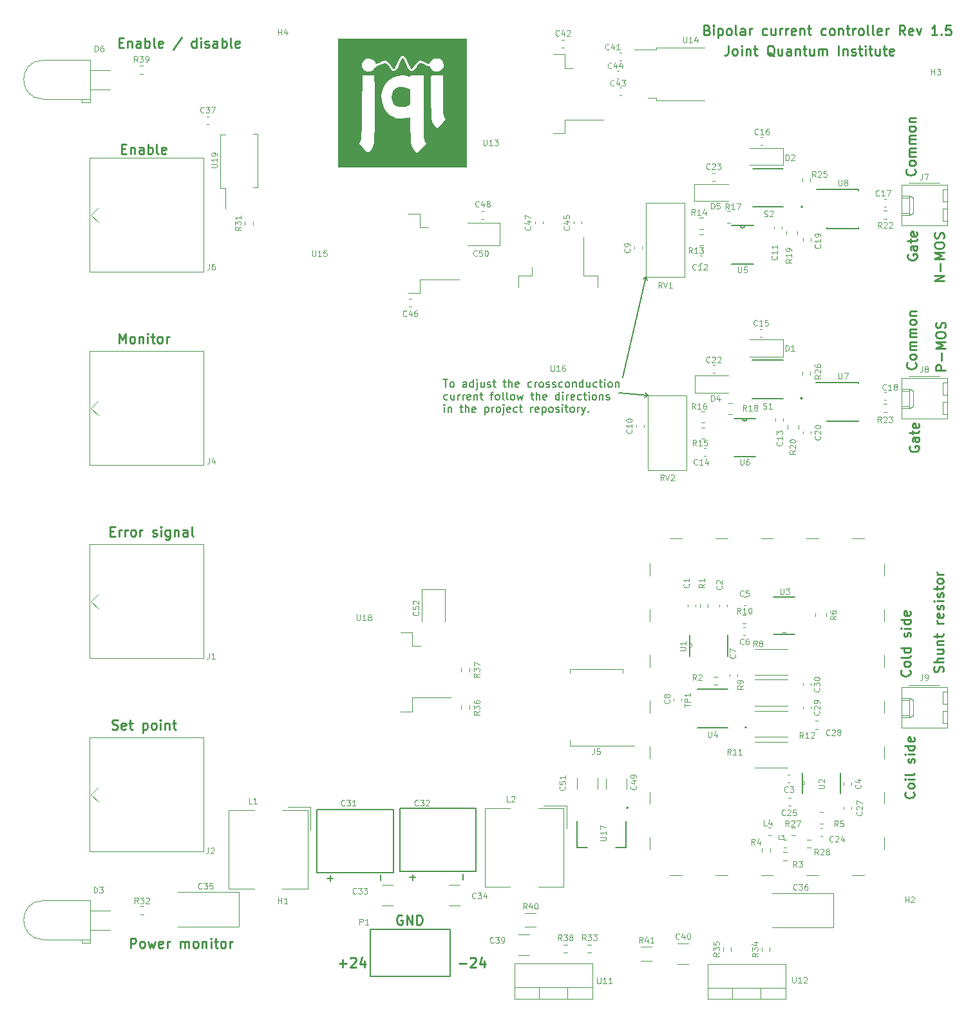
<source format=gbr>
%TF.GenerationSoftware,KiCad,Pcbnew,7.0.1*%
%TF.CreationDate,2023-05-22T18:30:33-04:00*%
%TF.ProjectId,bipolar_current_controller,6269706f-6c61-4725-9f63-757272656e74,rev?*%
%TF.SameCoordinates,Original*%
%TF.FileFunction,Legend,Top*%
%TF.FilePolarity,Positive*%
%FSLAX46Y46*%
G04 Gerber Fmt 4.6, Leading zero omitted, Abs format (unit mm)*
G04 Created by KiCad (PCBNEW 7.0.1) date 2023-05-22 18:30:33*
%MOMM*%
%LPD*%
G01*
G04 APERTURE LIST*
%ADD10C,0.150000*%
%ADD11C,0.254000*%
%ADD12C,0.127000*%
%ADD13C,0.101600*%
%ADD14C,0.120000*%
%ADD15C,0.152400*%
%ADD16C,0.100000*%
%ADD17C,0.200000*%
G04 APERTURE END LIST*
D10*
X136927129Y-74574056D02*
X136599523Y-74170908D01*
X136667249Y-58983848D02*
X136334897Y-59237484D01*
X136667249Y-58983848D02*
X136833424Y-59359929D01*
X136927129Y-74574056D02*
X136503316Y-74809372D01*
X133604000Y-72136000D02*
X136667249Y-58983848D01*
X133096000Y-74168000D02*
X136927129Y-74574056D01*
D11*
X144685790Y-26499984D02*
X144867218Y-26560460D01*
X144867218Y-26560460D02*
X144927695Y-26620936D01*
X144927695Y-26620936D02*
X144988171Y-26741888D01*
X144988171Y-26741888D02*
X144988171Y-26923317D01*
X144988171Y-26923317D02*
X144927695Y-27044269D01*
X144927695Y-27044269D02*
X144867218Y-27104746D01*
X144867218Y-27104746D02*
X144746266Y-27165222D01*
X144746266Y-27165222D02*
X144262456Y-27165222D01*
X144262456Y-27165222D02*
X144262456Y-25895222D01*
X144262456Y-25895222D02*
X144685790Y-25895222D01*
X144685790Y-25895222D02*
X144806742Y-25955698D01*
X144806742Y-25955698D02*
X144867218Y-26016174D01*
X144867218Y-26016174D02*
X144927695Y-26137126D01*
X144927695Y-26137126D02*
X144927695Y-26258079D01*
X144927695Y-26258079D02*
X144867218Y-26379031D01*
X144867218Y-26379031D02*
X144806742Y-26439507D01*
X144806742Y-26439507D02*
X144685790Y-26499984D01*
X144685790Y-26499984D02*
X144262456Y-26499984D01*
X145532456Y-27165222D02*
X145532456Y-26318555D01*
X145532456Y-25895222D02*
X145471980Y-25955698D01*
X145471980Y-25955698D02*
X145532456Y-26016174D01*
X145532456Y-26016174D02*
X145592933Y-25955698D01*
X145592933Y-25955698D02*
X145532456Y-25895222D01*
X145532456Y-25895222D02*
X145532456Y-26016174D01*
X146137218Y-26318555D02*
X146137218Y-27588555D01*
X146137218Y-26379031D02*
X146258171Y-26318555D01*
X146258171Y-26318555D02*
X146500076Y-26318555D01*
X146500076Y-26318555D02*
X146621028Y-26379031D01*
X146621028Y-26379031D02*
X146681504Y-26439507D01*
X146681504Y-26439507D02*
X146741980Y-26560460D01*
X146741980Y-26560460D02*
X146741980Y-26923317D01*
X146741980Y-26923317D02*
X146681504Y-27044269D01*
X146681504Y-27044269D02*
X146621028Y-27104746D01*
X146621028Y-27104746D02*
X146500076Y-27165222D01*
X146500076Y-27165222D02*
X146258171Y-27165222D01*
X146258171Y-27165222D02*
X146137218Y-27104746D01*
X147467695Y-27165222D02*
X147346743Y-27104746D01*
X147346743Y-27104746D02*
X147286266Y-27044269D01*
X147286266Y-27044269D02*
X147225790Y-26923317D01*
X147225790Y-26923317D02*
X147225790Y-26560460D01*
X147225790Y-26560460D02*
X147286266Y-26439507D01*
X147286266Y-26439507D02*
X147346743Y-26379031D01*
X147346743Y-26379031D02*
X147467695Y-26318555D01*
X147467695Y-26318555D02*
X147649124Y-26318555D01*
X147649124Y-26318555D02*
X147770076Y-26379031D01*
X147770076Y-26379031D02*
X147830552Y-26439507D01*
X147830552Y-26439507D02*
X147891028Y-26560460D01*
X147891028Y-26560460D02*
X147891028Y-26923317D01*
X147891028Y-26923317D02*
X147830552Y-27044269D01*
X147830552Y-27044269D02*
X147770076Y-27104746D01*
X147770076Y-27104746D02*
X147649124Y-27165222D01*
X147649124Y-27165222D02*
X147467695Y-27165222D01*
X148616743Y-27165222D02*
X148495791Y-27104746D01*
X148495791Y-27104746D02*
X148435314Y-26983793D01*
X148435314Y-26983793D02*
X148435314Y-25895222D01*
X149644838Y-27165222D02*
X149644838Y-26499984D01*
X149644838Y-26499984D02*
X149584362Y-26379031D01*
X149584362Y-26379031D02*
X149463410Y-26318555D01*
X149463410Y-26318555D02*
X149221505Y-26318555D01*
X149221505Y-26318555D02*
X149100552Y-26379031D01*
X149644838Y-27104746D02*
X149523886Y-27165222D01*
X149523886Y-27165222D02*
X149221505Y-27165222D01*
X149221505Y-27165222D02*
X149100552Y-27104746D01*
X149100552Y-27104746D02*
X149040076Y-26983793D01*
X149040076Y-26983793D02*
X149040076Y-26862841D01*
X149040076Y-26862841D02*
X149100552Y-26741888D01*
X149100552Y-26741888D02*
X149221505Y-26681412D01*
X149221505Y-26681412D02*
X149523886Y-26681412D01*
X149523886Y-26681412D02*
X149644838Y-26620936D01*
X150249600Y-27165222D02*
X150249600Y-26318555D01*
X150249600Y-26560460D02*
X150310077Y-26439507D01*
X150310077Y-26439507D02*
X150370553Y-26379031D01*
X150370553Y-26379031D02*
X150491505Y-26318555D01*
X150491505Y-26318555D02*
X150612458Y-26318555D01*
X152547695Y-27104746D02*
X152426743Y-27165222D01*
X152426743Y-27165222D02*
X152184838Y-27165222D01*
X152184838Y-27165222D02*
X152063886Y-27104746D01*
X152063886Y-27104746D02*
X152003409Y-27044269D01*
X152003409Y-27044269D02*
X151942933Y-26923317D01*
X151942933Y-26923317D02*
X151942933Y-26560460D01*
X151942933Y-26560460D02*
X152003409Y-26439507D01*
X152003409Y-26439507D02*
X152063886Y-26379031D01*
X152063886Y-26379031D02*
X152184838Y-26318555D01*
X152184838Y-26318555D02*
X152426743Y-26318555D01*
X152426743Y-26318555D02*
X152547695Y-26379031D01*
X153636266Y-26318555D02*
X153636266Y-27165222D01*
X153091980Y-26318555D02*
X153091980Y-26983793D01*
X153091980Y-26983793D02*
X153152457Y-27104746D01*
X153152457Y-27104746D02*
X153273409Y-27165222D01*
X153273409Y-27165222D02*
X153454838Y-27165222D01*
X153454838Y-27165222D02*
X153575790Y-27104746D01*
X153575790Y-27104746D02*
X153636266Y-27044269D01*
X154241028Y-27165222D02*
X154241028Y-26318555D01*
X154241028Y-26560460D02*
X154301505Y-26439507D01*
X154301505Y-26439507D02*
X154361981Y-26379031D01*
X154361981Y-26379031D02*
X154482933Y-26318555D01*
X154482933Y-26318555D02*
X154603886Y-26318555D01*
X155027218Y-27165222D02*
X155027218Y-26318555D01*
X155027218Y-26560460D02*
X155087695Y-26439507D01*
X155087695Y-26439507D02*
X155148171Y-26379031D01*
X155148171Y-26379031D02*
X155269123Y-26318555D01*
X155269123Y-26318555D02*
X155390076Y-26318555D01*
X156297218Y-27104746D02*
X156176266Y-27165222D01*
X156176266Y-27165222D02*
X155934361Y-27165222D01*
X155934361Y-27165222D02*
X155813408Y-27104746D01*
X155813408Y-27104746D02*
X155752932Y-26983793D01*
X155752932Y-26983793D02*
X155752932Y-26499984D01*
X155752932Y-26499984D02*
X155813408Y-26379031D01*
X155813408Y-26379031D02*
X155934361Y-26318555D01*
X155934361Y-26318555D02*
X156176266Y-26318555D01*
X156176266Y-26318555D02*
X156297218Y-26379031D01*
X156297218Y-26379031D02*
X156357694Y-26499984D01*
X156357694Y-26499984D02*
X156357694Y-26620936D01*
X156357694Y-26620936D02*
X155752932Y-26741888D01*
X156901979Y-26318555D02*
X156901979Y-27165222D01*
X156901979Y-26439507D02*
X156962456Y-26379031D01*
X156962456Y-26379031D02*
X157083408Y-26318555D01*
X157083408Y-26318555D02*
X157264837Y-26318555D01*
X157264837Y-26318555D02*
X157385789Y-26379031D01*
X157385789Y-26379031D02*
X157446265Y-26499984D01*
X157446265Y-26499984D02*
X157446265Y-27165222D01*
X157869599Y-26318555D02*
X158353408Y-26318555D01*
X158051027Y-25895222D02*
X158051027Y-26983793D01*
X158051027Y-26983793D02*
X158111504Y-27104746D01*
X158111504Y-27104746D02*
X158232456Y-27165222D01*
X158232456Y-27165222D02*
X158353408Y-27165222D01*
X160288646Y-27104746D02*
X160167694Y-27165222D01*
X160167694Y-27165222D02*
X159925789Y-27165222D01*
X159925789Y-27165222D02*
X159804837Y-27104746D01*
X159804837Y-27104746D02*
X159744360Y-27044269D01*
X159744360Y-27044269D02*
X159683884Y-26923317D01*
X159683884Y-26923317D02*
X159683884Y-26560460D01*
X159683884Y-26560460D02*
X159744360Y-26439507D01*
X159744360Y-26439507D02*
X159804837Y-26379031D01*
X159804837Y-26379031D02*
X159925789Y-26318555D01*
X159925789Y-26318555D02*
X160167694Y-26318555D01*
X160167694Y-26318555D02*
X160288646Y-26379031D01*
X161014360Y-27165222D02*
X160893408Y-27104746D01*
X160893408Y-27104746D02*
X160832931Y-27044269D01*
X160832931Y-27044269D02*
X160772455Y-26923317D01*
X160772455Y-26923317D02*
X160772455Y-26560460D01*
X160772455Y-26560460D02*
X160832931Y-26439507D01*
X160832931Y-26439507D02*
X160893408Y-26379031D01*
X160893408Y-26379031D02*
X161014360Y-26318555D01*
X161014360Y-26318555D02*
X161195789Y-26318555D01*
X161195789Y-26318555D02*
X161316741Y-26379031D01*
X161316741Y-26379031D02*
X161377217Y-26439507D01*
X161377217Y-26439507D02*
X161437693Y-26560460D01*
X161437693Y-26560460D02*
X161437693Y-26923317D01*
X161437693Y-26923317D02*
X161377217Y-27044269D01*
X161377217Y-27044269D02*
X161316741Y-27104746D01*
X161316741Y-27104746D02*
X161195789Y-27165222D01*
X161195789Y-27165222D02*
X161014360Y-27165222D01*
X161981979Y-26318555D02*
X161981979Y-27165222D01*
X161981979Y-26439507D02*
X162042456Y-26379031D01*
X162042456Y-26379031D02*
X162163408Y-26318555D01*
X162163408Y-26318555D02*
X162344837Y-26318555D01*
X162344837Y-26318555D02*
X162465789Y-26379031D01*
X162465789Y-26379031D02*
X162526265Y-26499984D01*
X162526265Y-26499984D02*
X162526265Y-27165222D01*
X162949599Y-26318555D02*
X163433408Y-26318555D01*
X163131027Y-25895222D02*
X163131027Y-26983793D01*
X163131027Y-26983793D02*
X163191504Y-27104746D01*
X163191504Y-27104746D02*
X163312456Y-27165222D01*
X163312456Y-27165222D02*
X163433408Y-27165222D01*
X163856741Y-27165222D02*
X163856741Y-26318555D01*
X163856741Y-26560460D02*
X163917218Y-26439507D01*
X163917218Y-26439507D02*
X163977694Y-26379031D01*
X163977694Y-26379031D02*
X164098646Y-26318555D01*
X164098646Y-26318555D02*
X164219599Y-26318555D01*
X164824360Y-27165222D02*
X164703408Y-27104746D01*
X164703408Y-27104746D02*
X164642931Y-27044269D01*
X164642931Y-27044269D02*
X164582455Y-26923317D01*
X164582455Y-26923317D02*
X164582455Y-26560460D01*
X164582455Y-26560460D02*
X164642931Y-26439507D01*
X164642931Y-26439507D02*
X164703408Y-26379031D01*
X164703408Y-26379031D02*
X164824360Y-26318555D01*
X164824360Y-26318555D02*
X165005789Y-26318555D01*
X165005789Y-26318555D02*
X165126741Y-26379031D01*
X165126741Y-26379031D02*
X165187217Y-26439507D01*
X165187217Y-26439507D02*
X165247693Y-26560460D01*
X165247693Y-26560460D02*
X165247693Y-26923317D01*
X165247693Y-26923317D02*
X165187217Y-27044269D01*
X165187217Y-27044269D02*
X165126741Y-27104746D01*
X165126741Y-27104746D02*
X165005789Y-27165222D01*
X165005789Y-27165222D02*
X164824360Y-27165222D01*
X165973408Y-27165222D02*
X165852456Y-27104746D01*
X165852456Y-27104746D02*
X165791979Y-26983793D01*
X165791979Y-26983793D02*
X165791979Y-25895222D01*
X166638646Y-27165222D02*
X166517694Y-27104746D01*
X166517694Y-27104746D02*
X166457217Y-26983793D01*
X166457217Y-26983793D02*
X166457217Y-25895222D01*
X167606265Y-27104746D02*
X167485313Y-27165222D01*
X167485313Y-27165222D02*
X167243408Y-27165222D01*
X167243408Y-27165222D02*
X167122455Y-27104746D01*
X167122455Y-27104746D02*
X167061979Y-26983793D01*
X167061979Y-26983793D02*
X167061979Y-26499984D01*
X167061979Y-26499984D02*
X167122455Y-26379031D01*
X167122455Y-26379031D02*
X167243408Y-26318555D01*
X167243408Y-26318555D02*
X167485313Y-26318555D01*
X167485313Y-26318555D02*
X167606265Y-26379031D01*
X167606265Y-26379031D02*
X167666741Y-26499984D01*
X167666741Y-26499984D02*
X167666741Y-26620936D01*
X167666741Y-26620936D02*
X167061979Y-26741888D01*
X168211026Y-27165222D02*
X168211026Y-26318555D01*
X168211026Y-26560460D02*
X168271503Y-26439507D01*
X168271503Y-26439507D02*
X168331979Y-26379031D01*
X168331979Y-26379031D02*
X168452931Y-26318555D01*
X168452931Y-26318555D02*
X168573884Y-26318555D01*
X170690550Y-27165222D02*
X170267216Y-26560460D01*
X169964835Y-27165222D02*
X169964835Y-25895222D01*
X169964835Y-25895222D02*
X170448645Y-25895222D01*
X170448645Y-25895222D02*
X170569597Y-25955698D01*
X170569597Y-25955698D02*
X170630074Y-26016174D01*
X170630074Y-26016174D02*
X170690550Y-26137126D01*
X170690550Y-26137126D02*
X170690550Y-26318555D01*
X170690550Y-26318555D02*
X170630074Y-26439507D01*
X170630074Y-26439507D02*
X170569597Y-26499984D01*
X170569597Y-26499984D02*
X170448645Y-26560460D01*
X170448645Y-26560460D02*
X169964835Y-26560460D01*
X171718645Y-27104746D02*
X171597693Y-27165222D01*
X171597693Y-27165222D02*
X171355788Y-27165222D01*
X171355788Y-27165222D02*
X171234835Y-27104746D01*
X171234835Y-27104746D02*
X171174359Y-26983793D01*
X171174359Y-26983793D02*
X171174359Y-26499984D01*
X171174359Y-26499984D02*
X171234835Y-26379031D01*
X171234835Y-26379031D02*
X171355788Y-26318555D01*
X171355788Y-26318555D02*
X171597693Y-26318555D01*
X171597693Y-26318555D02*
X171718645Y-26379031D01*
X171718645Y-26379031D02*
X171779121Y-26499984D01*
X171779121Y-26499984D02*
X171779121Y-26620936D01*
X171779121Y-26620936D02*
X171174359Y-26741888D01*
X172202454Y-26318555D02*
X172504835Y-27165222D01*
X172504835Y-27165222D02*
X172807216Y-26318555D01*
X174923883Y-27165222D02*
X174198168Y-27165222D01*
X174561025Y-27165222D02*
X174561025Y-25895222D01*
X174561025Y-25895222D02*
X174440073Y-26076650D01*
X174440073Y-26076650D02*
X174319121Y-26197603D01*
X174319121Y-26197603D02*
X174198168Y-26258079D01*
X175468168Y-27044269D02*
X175528645Y-27104746D01*
X175528645Y-27104746D02*
X175468168Y-27165222D01*
X175468168Y-27165222D02*
X175407692Y-27104746D01*
X175407692Y-27104746D02*
X175468168Y-27044269D01*
X175468168Y-27044269D02*
X175468168Y-27165222D01*
X176677692Y-25895222D02*
X176072930Y-25895222D01*
X176072930Y-25895222D02*
X176012454Y-26499984D01*
X176012454Y-26499984D02*
X176072930Y-26439507D01*
X176072930Y-26439507D02*
X176193883Y-26379031D01*
X176193883Y-26379031D02*
X176496264Y-26379031D01*
X176496264Y-26379031D02*
X176617216Y-26439507D01*
X176617216Y-26439507D02*
X176677692Y-26499984D01*
X176677692Y-26499984D02*
X176738169Y-26620936D01*
X176738169Y-26620936D02*
X176738169Y-26923317D01*
X176738169Y-26923317D02*
X176677692Y-27044269D01*
X176677692Y-27044269D02*
X176617216Y-27104746D01*
X176617216Y-27104746D02*
X176496264Y-27165222D01*
X176496264Y-27165222D02*
X176193883Y-27165222D01*
X176193883Y-27165222D02*
X176072930Y-27104746D01*
X176072930Y-27104746D02*
X176012454Y-27044269D01*
X171965202Y-44812830D02*
X172025679Y-44873306D01*
X172025679Y-44873306D02*
X172086155Y-45054735D01*
X172086155Y-45054735D02*
X172086155Y-45175687D01*
X172086155Y-45175687D02*
X172025679Y-45357116D01*
X172025679Y-45357116D02*
X171904726Y-45478068D01*
X171904726Y-45478068D02*
X171783774Y-45538545D01*
X171783774Y-45538545D02*
X171541869Y-45599021D01*
X171541869Y-45599021D02*
X171360440Y-45599021D01*
X171360440Y-45599021D02*
X171118536Y-45538545D01*
X171118536Y-45538545D02*
X170997583Y-45478068D01*
X170997583Y-45478068D02*
X170876631Y-45357116D01*
X170876631Y-45357116D02*
X170816155Y-45175687D01*
X170816155Y-45175687D02*
X170816155Y-45054735D01*
X170816155Y-45054735D02*
X170876631Y-44873306D01*
X170876631Y-44873306D02*
X170937107Y-44812830D01*
X172086155Y-44087116D02*
X172025679Y-44208068D01*
X172025679Y-44208068D02*
X171965202Y-44268545D01*
X171965202Y-44268545D02*
X171844250Y-44329021D01*
X171844250Y-44329021D02*
X171481393Y-44329021D01*
X171481393Y-44329021D02*
X171360440Y-44268545D01*
X171360440Y-44268545D02*
X171299964Y-44208068D01*
X171299964Y-44208068D02*
X171239488Y-44087116D01*
X171239488Y-44087116D02*
X171239488Y-43905687D01*
X171239488Y-43905687D02*
X171299964Y-43784735D01*
X171299964Y-43784735D02*
X171360440Y-43724259D01*
X171360440Y-43724259D02*
X171481393Y-43663783D01*
X171481393Y-43663783D02*
X171844250Y-43663783D01*
X171844250Y-43663783D02*
X171965202Y-43724259D01*
X171965202Y-43724259D02*
X172025679Y-43784735D01*
X172025679Y-43784735D02*
X172086155Y-43905687D01*
X172086155Y-43905687D02*
X172086155Y-44087116D01*
X172086155Y-43119497D02*
X171239488Y-43119497D01*
X171360440Y-43119497D02*
X171299964Y-43059020D01*
X171299964Y-43059020D02*
X171239488Y-42938068D01*
X171239488Y-42938068D02*
X171239488Y-42756639D01*
X171239488Y-42756639D02*
X171299964Y-42635687D01*
X171299964Y-42635687D02*
X171420917Y-42575211D01*
X171420917Y-42575211D02*
X172086155Y-42575211D01*
X171420917Y-42575211D02*
X171299964Y-42514735D01*
X171299964Y-42514735D02*
X171239488Y-42393782D01*
X171239488Y-42393782D02*
X171239488Y-42212354D01*
X171239488Y-42212354D02*
X171299964Y-42091401D01*
X171299964Y-42091401D02*
X171420917Y-42030925D01*
X171420917Y-42030925D02*
X172086155Y-42030925D01*
X172086155Y-41426164D02*
X171239488Y-41426164D01*
X171360440Y-41426164D02*
X171299964Y-41365687D01*
X171299964Y-41365687D02*
X171239488Y-41244735D01*
X171239488Y-41244735D02*
X171239488Y-41063306D01*
X171239488Y-41063306D02*
X171299964Y-40942354D01*
X171299964Y-40942354D02*
X171420917Y-40881878D01*
X171420917Y-40881878D02*
X172086155Y-40881878D01*
X171420917Y-40881878D02*
X171299964Y-40821402D01*
X171299964Y-40821402D02*
X171239488Y-40700449D01*
X171239488Y-40700449D02*
X171239488Y-40519021D01*
X171239488Y-40519021D02*
X171299964Y-40398068D01*
X171299964Y-40398068D02*
X171420917Y-40337592D01*
X171420917Y-40337592D02*
X172086155Y-40337592D01*
X172086155Y-39551402D02*
X172025679Y-39672354D01*
X172025679Y-39672354D02*
X171965202Y-39732831D01*
X171965202Y-39732831D02*
X171844250Y-39793307D01*
X171844250Y-39793307D02*
X171481393Y-39793307D01*
X171481393Y-39793307D02*
X171360440Y-39732831D01*
X171360440Y-39732831D02*
X171299964Y-39672354D01*
X171299964Y-39672354D02*
X171239488Y-39551402D01*
X171239488Y-39551402D02*
X171239488Y-39369973D01*
X171239488Y-39369973D02*
X171299964Y-39249021D01*
X171299964Y-39249021D02*
X171360440Y-39188545D01*
X171360440Y-39188545D02*
X171481393Y-39128069D01*
X171481393Y-39128069D02*
X171844250Y-39128069D01*
X171844250Y-39128069D02*
X171965202Y-39188545D01*
X171965202Y-39188545D02*
X172025679Y-39249021D01*
X172025679Y-39249021D02*
X172086155Y-39369973D01*
X172086155Y-39369973D02*
X172086155Y-39551402D01*
X171239488Y-38583783D02*
X172086155Y-38583783D01*
X171360440Y-38583783D02*
X171299964Y-38523306D01*
X171299964Y-38523306D02*
X171239488Y-38402354D01*
X171239488Y-38402354D02*
X171239488Y-38220925D01*
X171239488Y-38220925D02*
X171299964Y-38099973D01*
X171299964Y-38099973D02*
X171420917Y-38039497D01*
X171420917Y-38039497D02*
X172086155Y-38039497D01*
X171082002Y-56013046D02*
X171021526Y-56133999D01*
X171021526Y-56133999D02*
X171021526Y-56315427D01*
X171021526Y-56315427D02*
X171082002Y-56496856D01*
X171082002Y-56496856D02*
X171202954Y-56617808D01*
X171202954Y-56617808D02*
X171323907Y-56678285D01*
X171323907Y-56678285D02*
X171565811Y-56738761D01*
X171565811Y-56738761D02*
X171747240Y-56738761D01*
X171747240Y-56738761D02*
X171989145Y-56678285D01*
X171989145Y-56678285D02*
X172110097Y-56617808D01*
X172110097Y-56617808D02*
X172231050Y-56496856D01*
X172231050Y-56496856D02*
X172291526Y-56315427D01*
X172291526Y-56315427D02*
X172291526Y-56194475D01*
X172291526Y-56194475D02*
X172231050Y-56013046D01*
X172231050Y-56013046D02*
X172170573Y-55952570D01*
X172170573Y-55952570D02*
X171747240Y-55952570D01*
X171747240Y-55952570D02*
X171747240Y-56194475D01*
X172291526Y-54863999D02*
X171626288Y-54863999D01*
X171626288Y-54863999D02*
X171505335Y-54924475D01*
X171505335Y-54924475D02*
X171444859Y-55045427D01*
X171444859Y-55045427D02*
X171444859Y-55287332D01*
X171444859Y-55287332D02*
X171505335Y-55408285D01*
X172231050Y-54863999D02*
X172291526Y-54984951D01*
X172291526Y-54984951D02*
X172291526Y-55287332D01*
X172291526Y-55287332D02*
X172231050Y-55408285D01*
X172231050Y-55408285D02*
X172110097Y-55468761D01*
X172110097Y-55468761D02*
X171989145Y-55468761D01*
X171989145Y-55468761D02*
X171868192Y-55408285D01*
X171868192Y-55408285D02*
X171807716Y-55287332D01*
X171807716Y-55287332D02*
X171807716Y-54984951D01*
X171807716Y-54984951D02*
X171747240Y-54863999D01*
X171444859Y-54440665D02*
X171444859Y-53956856D01*
X171021526Y-54259237D02*
X172110097Y-54259237D01*
X172110097Y-54259237D02*
X172231050Y-54198760D01*
X172231050Y-54198760D02*
X172291526Y-54077808D01*
X172291526Y-54077808D02*
X172291526Y-53956856D01*
X172231050Y-53049713D02*
X172291526Y-53170665D01*
X172291526Y-53170665D02*
X172291526Y-53412570D01*
X172291526Y-53412570D02*
X172231050Y-53533523D01*
X172231050Y-53533523D02*
X172110097Y-53593999D01*
X172110097Y-53593999D02*
X171626288Y-53593999D01*
X171626288Y-53593999D02*
X171505335Y-53533523D01*
X171505335Y-53533523D02*
X171444859Y-53412570D01*
X171444859Y-53412570D02*
X171444859Y-53170665D01*
X171444859Y-53170665D02*
X171505335Y-53049713D01*
X171505335Y-53049713D02*
X171626288Y-52989237D01*
X171626288Y-52989237D02*
X171747240Y-52989237D01*
X171747240Y-52989237D02*
X171868192Y-53593999D01*
X171817987Y-126679216D02*
X171878464Y-126739692D01*
X171878464Y-126739692D02*
X171938940Y-126921121D01*
X171938940Y-126921121D02*
X171938940Y-127042073D01*
X171938940Y-127042073D02*
X171878464Y-127223502D01*
X171878464Y-127223502D02*
X171757511Y-127344454D01*
X171757511Y-127344454D02*
X171636559Y-127404931D01*
X171636559Y-127404931D02*
X171394654Y-127465407D01*
X171394654Y-127465407D02*
X171213225Y-127465407D01*
X171213225Y-127465407D02*
X170971321Y-127404931D01*
X170971321Y-127404931D02*
X170850368Y-127344454D01*
X170850368Y-127344454D02*
X170729416Y-127223502D01*
X170729416Y-127223502D02*
X170668940Y-127042073D01*
X170668940Y-127042073D02*
X170668940Y-126921121D01*
X170668940Y-126921121D02*
X170729416Y-126739692D01*
X170729416Y-126739692D02*
X170789892Y-126679216D01*
X171938940Y-125953502D02*
X171878464Y-126074454D01*
X171878464Y-126074454D02*
X171817987Y-126134931D01*
X171817987Y-126134931D02*
X171697035Y-126195407D01*
X171697035Y-126195407D02*
X171334178Y-126195407D01*
X171334178Y-126195407D02*
X171213225Y-126134931D01*
X171213225Y-126134931D02*
X171152749Y-126074454D01*
X171152749Y-126074454D02*
X171092273Y-125953502D01*
X171092273Y-125953502D02*
X171092273Y-125772073D01*
X171092273Y-125772073D02*
X171152749Y-125651121D01*
X171152749Y-125651121D02*
X171213225Y-125590645D01*
X171213225Y-125590645D02*
X171334178Y-125530169D01*
X171334178Y-125530169D02*
X171697035Y-125530169D01*
X171697035Y-125530169D02*
X171817987Y-125590645D01*
X171817987Y-125590645D02*
X171878464Y-125651121D01*
X171878464Y-125651121D02*
X171938940Y-125772073D01*
X171938940Y-125772073D02*
X171938940Y-125953502D01*
X171938940Y-124985883D02*
X171092273Y-124985883D01*
X170668940Y-124985883D02*
X170729416Y-125046359D01*
X170729416Y-125046359D02*
X170789892Y-124985883D01*
X170789892Y-124985883D02*
X170729416Y-124925406D01*
X170729416Y-124925406D02*
X170668940Y-124985883D01*
X170668940Y-124985883D02*
X170789892Y-124985883D01*
X171938940Y-124199692D02*
X171878464Y-124320644D01*
X171878464Y-124320644D02*
X171757511Y-124381121D01*
X171757511Y-124381121D02*
X170668940Y-124381121D01*
X171878464Y-122808740D02*
X171938940Y-122687787D01*
X171938940Y-122687787D02*
X171938940Y-122445883D01*
X171938940Y-122445883D02*
X171878464Y-122324930D01*
X171878464Y-122324930D02*
X171757511Y-122264454D01*
X171757511Y-122264454D02*
X171697035Y-122264454D01*
X171697035Y-122264454D02*
X171576083Y-122324930D01*
X171576083Y-122324930D02*
X171515606Y-122445883D01*
X171515606Y-122445883D02*
X171515606Y-122627311D01*
X171515606Y-122627311D02*
X171455130Y-122748264D01*
X171455130Y-122748264D02*
X171334178Y-122808740D01*
X171334178Y-122808740D02*
X171273702Y-122808740D01*
X171273702Y-122808740D02*
X171152749Y-122748264D01*
X171152749Y-122748264D02*
X171092273Y-122627311D01*
X171092273Y-122627311D02*
X171092273Y-122445883D01*
X171092273Y-122445883D02*
X171152749Y-122324930D01*
X171938940Y-121720169D02*
X171092273Y-121720169D01*
X170668940Y-121720169D02*
X170729416Y-121780645D01*
X170729416Y-121780645D02*
X170789892Y-121720169D01*
X170789892Y-121720169D02*
X170729416Y-121659692D01*
X170729416Y-121659692D02*
X170668940Y-121720169D01*
X170668940Y-121720169D02*
X170789892Y-121720169D01*
X171938940Y-120571121D02*
X170668940Y-120571121D01*
X171878464Y-120571121D02*
X171938940Y-120692073D01*
X171938940Y-120692073D02*
X171938940Y-120933978D01*
X171938940Y-120933978D02*
X171878464Y-121054930D01*
X171878464Y-121054930D02*
X171817987Y-121115407D01*
X171817987Y-121115407D02*
X171697035Y-121175883D01*
X171697035Y-121175883D02*
X171334178Y-121175883D01*
X171334178Y-121175883D02*
X171213225Y-121115407D01*
X171213225Y-121115407D02*
X171152749Y-121054930D01*
X171152749Y-121054930D02*
X171092273Y-120933978D01*
X171092273Y-120933978D02*
X171092273Y-120692073D01*
X171092273Y-120692073D02*
X171152749Y-120571121D01*
X171878464Y-119482549D02*
X171938940Y-119603501D01*
X171938940Y-119603501D02*
X171938940Y-119845406D01*
X171938940Y-119845406D02*
X171878464Y-119966359D01*
X171878464Y-119966359D02*
X171757511Y-120026835D01*
X171757511Y-120026835D02*
X171273702Y-120026835D01*
X171273702Y-120026835D02*
X171152749Y-119966359D01*
X171152749Y-119966359D02*
X171092273Y-119845406D01*
X171092273Y-119845406D02*
X171092273Y-119603501D01*
X171092273Y-119603501D02*
X171152749Y-119482549D01*
X171152749Y-119482549D02*
X171273702Y-119422073D01*
X171273702Y-119422073D02*
X171394654Y-119422073D01*
X171394654Y-119422073D02*
X171515606Y-120026835D01*
X68882380Y-147164576D02*
X68882380Y-145894576D01*
X68882380Y-145894576D02*
X69366190Y-145894576D01*
X69366190Y-145894576D02*
X69487142Y-145955052D01*
X69487142Y-145955052D02*
X69547619Y-146015528D01*
X69547619Y-146015528D02*
X69608095Y-146136480D01*
X69608095Y-146136480D02*
X69608095Y-146317909D01*
X69608095Y-146317909D02*
X69547619Y-146438861D01*
X69547619Y-146438861D02*
X69487142Y-146499338D01*
X69487142Y-146499338D02*
X69366190Y-146559814D01*
X69366190Y-146559814D02*
X68882380Y-146559814D01*
X70333809Y-147164576D02*
X70212857Y-147104100D01*
X70212857Y-147104100D02*
X70152380Y-147043623D01*
X70152380Y-147043623D02*
X70091904Y-146922671D01*
X70091904Y-146922671D02*
X70091904Y-146559814D01*
X70091904Y-146559814D02*
X70152380Y-146438861D01*
X70152380Y-146438861D02*
X70212857Y-146378385D01*
X70212857Y-146378385D02*
X70333809Y-146317909D01*
X70333809Y-146317909D02*
X70515238Y-146317909D01*
X70515238Y-146317909D02*
X70636190Y-146378385D01*
X70636190Y-146378385D02*
X70696666Y-146438861D01*
X70696666Y-146438861D02*
X70757142Y-146559814D01*
X70757142Y-146559814D02*
X70757142Y-146922671D01*
X70757142Y-146922671D02*
X70696666Y-147043623D01*
X70696666Y-147043623D02*
X70636190Y-147104100D01*
X70636190Y-147104100D02*
X70515238Y-147164576D01*
X70515238Y-147164576D02*
X70333809Y-147164576D01*
X71180476Y-146317909D02*
X71422381Y-147164576D01*
X71422381Y-147164576D02*
X71664286Y-146559814D01*
X71664286Y-146559814D02*
X71906190Y-147164576D01*
X71906190Y-147164576D02*
X72148095Y-146317909D01*
X73115714Y-147104100D02*
X72994762Y-147164576D01*
X72994762Y-147164576D02*
X72752857Y-147164576D01*
X72752857Y-147164576D02*
X72631904Y-147104100D01*
X72631904Y-147104100D02*
X72571428Y-146983147D01*
X72571428Y-146983147D02*
X72571428Y-146499338D01*
X72571428Y-146499338D02*
X72631904Y-146378385D01*
X72631904Y-146378385D02*
X72752857Y-146317909D01*
X72752857Y-146317909D02*
X72994762Y-146317909D01*
X72994762Y-146317909D02*
X73115714Y-146378385D01*
X73115714Y-146378385D02*
X73176190Y-146499338D01*
X73176190Y-146499338D02*
X73176190Y-146620290D01*
X73176190Y-146620290D02*
X72571428Y-146741242D01*
X73720475Y-147164576D02*
X73720475Y-146317909D01*
X73720475Y-146559814D02*
X73780952Y-146438861D01*
X73780952Y-146438861D02*
X73841428Y-146378385D01*
X73841428Y-146378385D02*
X73962380Y-146317909D01*
X73962380Y-146317909D02*
X74083333Y-146317909D01*
X75474284Y-147164576D02*
X75474284Y-146317909D01*
X75474284Y-146438861D02*
X75534761Y-146378385D01*
X75534761Y-146378385D02*
X75655713Y-146317909D01*
X75655713Y-146317909D02*
X75837142Y-146317909D01*
X75837142Y-146317909D02*
X75958094Y-146378385D01*
X75958094Y-146378385D02*
X76018570Y-146499338D01*
X76018570Y-146499338D02*
X76018570Y-147164576D01*
X76018570Y-146499338D02*
X76079046Y-146378385D01*
X76079046Y-146378385D02*
X76199999Y-146317909D01*
X76199999Y-146317909D02*
X76381427Y-146317909D01*
X76381427Y-146317909D02*
X76502380Y-146378385D01*
X76502380Y-146378385D02*
X76562856Y-146499338D01*
X76562856Y-146499338D02*
X76562856Y-147164576D01*
X77349046Y-147164576D02*
X77228094Y-147104100D01*
X77228094Y-147104100D02*
X77167617Y-147043623D01*
X77167617Y-147043623D02*
X77107141Y-146922671D01*
X77107141Y-146922671D02*
X77107141Y-146559814D01*
X77107141Y-146559814D02*
X77167617Y-146438861D01*
X77167617Y-146438861D02*
X77228094Y-146378385D01*
X77228094Y-146378385D02*
X77349046Y-146317909D01*
X77349046Y-146317909D02*
X77530475Y-146317909D01*
X77530475Y-146317909D02*
X77651427Y-146378385D01*
X77651427Y-146378385D02*
X77711903Y-146438861D01*
X77711903Y-146438861D02*
X77772379Y-146559814D01*
X77772379Y-146559814D02*
X77772379Y-146922671D01*
X77772379Y-146922671D02*
X77711903Y-147043623D01*
X77711903Y-147043623D02*
X77651427Y-147104100D01*
X77651427Y-147104100D02*
X77530475Y-147164576D01*
X77530475Y-147164576D02*
X77349046Y-147164576D01*
X78316665Y-146317909D02*
X78316665Y-147164576D01*
X78316665Y-146438861D02*
X78377142Y-146378385D01*
X78377142Y-146378385D02*
X78498094Y-146317909D01*
X78498094Y-146317909D02*
X78679523Y-146317909D01*
X78679523Y-146317909D02*
X78800475Y-146378385D01*
X78800475Y-146378385D02*
X78860951Y-146499338D01*
X78860951Y-146499338D02*
X78860951Y-147164576D01*
X79465713Y-147164576D02*
X79465713Y-146317909D01*
X79465713Y-145894576D02*
X79405237Y-145955052D01*
X79405237Y-145955052D02*
X79465713Y-146015528D01*
X79465713Y-146015528D02*
X79526190Y-145955052D01*
X79526190Y-145955052D02*
X79465713Y-145894576D01*
X79465713Y-145894576D02*
X79465713Y-146015528D01*
X79889047Y-146317909D02*
X80372856Y-146317909D01*
X80070475Y-145894576D02*
X80070475Y-146983147D01*
X80070475Y-146983147D02*
X80130952Y-147104100D01*
X80130952Y-147104100D02*
X80251904Y-147164576D01*
X80251904Y-147164576D02*
X80372856Y-147164576D01*
X80977618Y-147164576D02*
X80856666Y-147104100D01*
X80856666Y-147104100D02*
X80796189Y-147043623D01*
X80796189Y-147043623D02*
X80735713Y-146922671D01*
X80735713Y-146922671D02*
X80735713Y-146559814D01*
X80735713Y-146559814D02*
X80796189Y-146438861D01*
X80796189Y-146438861D02*
X80856666Y-146378385D01*
X80856666Y-146378385D02*
X80977618Y-146317909D01*
X80977618Y-146317909D02*
X81159047Y-146317909D01*
X81159047Y-146317909D02*
X81279999Y-146378385D01*
X81279999Y-146378385D02*
X81340475Y-146438861D01*
X81340475Y-146438861D02*
X81400951Y-146559814D01*
X81400951Y-146559814D02*
X81400951Y-146922671D01*
X81400951Y-146922671D02*
X81340475Y-147043623D01*
X81340475Y-147043623D02*
X81279999Y-147104100D01*
X81279999Y-147104100D02*
X81159047Y-147164576D01*
X81159047Y-147164576D02*
X80977618Y-147164576D01*
X81945237Y-147164576D02*
X81945237Y-146317909D01*
X81945237Y-146559814D02*
X82005714Y-146438861D01*
X82005714Y-146438861D02*
X82066190Y-146378385D01*
X82066190Y-146378385D02*
X82187142Y-146317909D01*
X82187142Y-146317909D02*
X82308095Y-146317909D01*
X112062380Y-149220766D02*
X113030000Y-149220766D01*
X113574285Y-148555528D02*
X113634761Y-148495052D01*
X113634761Y-148495052D02*
X113755714Y-148434576D01*
X113755714Y-148434576D02*
X114058095Y-148434576D01*
X114058095Y-148434576D02*
X114179047Y-148495052D01*
X114179047Y-148495052D02*
X114239523Y-148555528D01*
X114239523Y-148555528D02*
X114300000Y-148676480D01*
X114300000Y-148676480D02*
X114300000Y-148797433D01*
X114300000Y-148797433D02*
X114239523Y-148978861D01*
X114239523Y-148978861D02*
X113513809Y-149704576D01*
X113513809Y-149704576D02*
X114300000Y-149704576D01*
X115388571Y-148857909D02*
X115388571Y-149704576D01*
X115086190Y-148374100D02*
X114783809Y-149281242D01*
X114783809Y-149281242D02*
X115570000Y-149281242D01*
X172066983Y-70258048D02*
X172127460Y-70318524D01*
X172127460Y-70318524D02*
X172187936Y-70499953D01*
X172187936Y-70499953D02*
X172187936Y-70620905D01*
X172187936Y-70620905D02*
X172127460Y-70802334D01*
X172127460Y-70802334D02*
X172006507Y-70923286D01*
X172006507Y-70923286D02*
X171885555Y-70983763D01*
X171885555Y-70983763D02*
X171643650Y-71044239D01*
X171643650Y-71044239D02*
X171462221Y-71044239D01*
X171462221Y-71044239D02*
X171220317Y-70983763D01*
X171220317Y-70983763D02*
X171099364Y-70923286D01*
X171099364Y-70923286D02*
X170978412Y-70802334D01*
X170978412Y-70802334D02*
X170917936Y-70620905D01*
X170917936Y-70620905D02*
X170917936Y-70499953D01*
X170917936Y-70499953D02*
X170978412Y-70318524D01*
X170978412Y-70318524D02*
X171038888Y-70258048D01*
X172187936Y-69532334D02*
X172127460Y-69653286D01*
X172127460Y-69653286D02*
X172066983Y-69713763D01*
X172066983Y-69713763D02*
X171946031Y-69774239D01*
X171946031Y-69774239D02*
X171583174Y-69774239D01*
X171583174Y-69774239D02*
X171462221Y-69713763D01*
X171462221Y-69713763D02*
X171401745Y-69653286D01*
X171401745Y-69653286D02*
X171341269Y-69532334D01*
X171341269Y-69532334D02*
X171341269Y-69350905D01*
X171341269Y-69350905D02*
X171401745Y-69229953D01*
X171401745Y-69229953D02*
X171462221Y-69169477D01*
X171462221Y-69169477D02*
X171583174Y-69109001D01*
X171583174Y-69109001D02*
X171946031Y-69109001D01*
X171946031Y-69109001D02*
X172066983Y-69169477D01*
X172066983Y-69169477D02*
X172127460Y-69229953D01*
X172127460Y-69229953D02*
X172187936Y-69350905D01*
X172187936Y-69350905D02*
X172187936Y-69532334D01*
X172187936Y-68564715D02*
X171341269Y-68564715D01*
X171462221Y-68564715D02*
X171401745Y-68504238D01*
X171401745Y-68504238D02*
X171341269Y-68383286D01*
X171341269Y-68383286D02*
X171341269Y-68201857D01*
X171341269Y-68201857D02*
X171401745Y-68080905D01*
X171401745Y-68080905D02*
X171522698Y-68020429D01*
X171522698Y-68020429D02*
X172187936Y-68020429D01*
X171522698Y-68020429D02*
X171401745Y-67959953D01*
X171401745Y-67959953D02*
X171341269Y-67839000D01*
X171341269Y-67839000D02*
X171341269Y-67657572D01*
X171341269Y-67657572D02*
X171401745Y-67536619D01*
X171401745Y-67536619D02*
X171522698Y-67476143D01*
X171522698Y-67476143D02*
X172187936Y-67476143D01*
X172187936Y-66871382D02*
X171341269Y-66871382D01*
X171462221Y-66871382D02*
X171401745Y-66810905D01*
X171401745Y-66810905D02*
X171341269Y-66689953D01*
X171341269Y-66689953D02*
X171341269Y-66508524D01*
X171341269Y-66508524D02*
X171401745Y-66387572D01*
X171401745Y-66387572D02*
X171522698Y-66327096D01*
X171522698Y-66327096D02*
X172187936Y-66327096D01*
X171522698Y-66327096D02*
X171401745Y-66266620D01*
X171401745Y-66266620D02*
X171341269Y-66145667D01*
X171341269Y-66145667D02*
X171341269Y-65964239D01*
X171341269Y-65964239D02*
X171401745Y-65843286D01*
X171401745Y-65843286D02*
X171522698Y-65782810D01*
X171522698Y-65782810D02*
X172187936Y-65782810D01*
X172187936Y-64996620D02*
X172127460Y-65117572D01*
X172127460Y-65117572D02*
X172066983Y-65178049D01*
X172066983Y-65178049D02*
X171946031Y-65238525D01*
X171946031Y-65238525D02*
X171583174Y-65238525D01*
X171583174Y-65238525D02*
X171462221Y-65178049D01*
X171462221Y-65178049D02*
X171401745Y-65117572D01*
X171401745Y-65117572D02*
X171341269Y-64996620D01*
X171341269Y-64996620D02*
X171341269Y-64815191D01*
X171341269Y-64815191D02*
X171401745Y-64694239D01*
X171401745Y-64694239D02*
X171462221Y-64633763D01*
X171462221Y-64633763D02*
X171583174Y-64573287D01*
X171583174Y-64573287D02*
X171946031Y-64573287D01*
X171946031Y-64573287D02*
X172066983Y-64633763D01*
X172066983Y-64633763D02*
X172127460Y-64694239D01*
X172127460Y-64694239D02*
X172187936Y-64815191D01*
X172187936Y-64815191D02*
X172187936Y-64996620D01*
X171341269Y-64029001D02*
X172187936Y-64029001D01*
X171462221Y-64029001D02*
X171401745Y-63968524D01*
X171401745Y-63968524D02*
X171341269Y-63847572D01*
X171341269Y-63847572D02*
X171341269Y-63666143D01*
X171341269Y-63666143D02*
X171401745Y-63545191D01*
X171401745Y-63545191D02*
X171522698Y-63484715D01*
X171522698Y-63484715D02*
X172187936Y-63484715D01*
X171341519Y-81212805D02*
X171281043Y-81333758D01*
X171281043Y-81333758D02*
X171281043Y-81515186D01*
X171281043Y-81515186D02*
X171341519Y-81696615D01*
X171341519Y-81696615D02*
X171462471Y-81817567D01*
X171462471Y-81817567D02*
X171583424Y-81878044D01*
X171583424Y-81878044D02*
X171825328Y-81938520D01*
X171825328Y-81938520D02*
X172006757Y-81938520D01*
X172006757Y-81938520D02*
X172248662Y-81878044D01*
X172248662Y-81878044D02*
X172369614Y-81817567D01*
X172369614Y-81817567D02*
X172490567Y-81696615D01*
X172490567Y-81696615D02*
X172551043Y-81515186D01*
X172551043Y-81515186D02*
X172551043Y-81394234D01*
X172551043Y-81394234D02*
X172490567Y-81212805D01*
X172490567Y-81212805D02*
X172430090Y-81152329D01*
X172430090Y-81152329D02*
X172006757Y-81152329D01*
X172006757Y-81152329D02*
X172006757Y-81394234D01*
X172551043Y-80063758D02*
X171885805Y-80063758D01*
X171885805Y-80063758D02*
X171764852Y-80124234D01*
X171764852Y-80124234D02*
X171704376Y-80245186D01*
X171704376Y-80245186D02*
X171704376Y-80487091D01*
X171704376Y-80487091D02*
X171764852Y-80608044D01*
X172490567Y-80063758D02*
X172551043Y-80184710D01*
X172551043Y-80184710D02*
X172551043Y-80487091D01*
X172551043Y-80487091D02*
X172490567Y-80608044D01*
X172490567Y-80608044D02*
X172369614Y-80668520D01*
X172369614Y-80668520D02*
X172248662Y-80668520D01*
X172248662Y-80668520D02*
X172127709Y-80608044D01*
X172127709Y-80608044D02*
X172067233Y-80487091D01*
X172067233Y-80487091D02*
X172067233Y-80184710D01*
X172067233Y-80184710D02*
X172006757Y-80063758D01*
X171704376Y-79640424D02*
X171704376Y-79156615D01*
X171281043Y-79458996D02*
X172369614Y-79458996D01*
X172369614Y-79458996D02*
X172490567Y-79398519D01*
X172490567Y-79398519D02*
X172551043Y-79277567D01*
X172551043Y-79277567D02*
X172551043Y-79156615D01*
X172490567Y-78249472D02*
X172551043Y-78370424D01*
X172551043Y-78370424D02*
X172551043Y-78612329D01*
X172551043Y-78612329D02*
X172490567Y-78733282D01*
X172490567Y-78733282D02*
X172369614Y-78793758D01*
X172369614Y-78793758D02*
X171885805Y-78793758D01*
X171885805Y-78793758D02*
X171764852Y-78733282D01*
X171764852Y-78733282D02*
X171704376Y-78612329D01*
X171704376Y-78612329D02*
X171704376Y-78370424D01*
X171704376Y-78370424D02*
X171764852Y-78249472D01*
X171764852Y-78249472D02*
X171885805Y-78188996D01*
X171885805Y-78188996D02*
X172006757Y-78188996D01*
X172006757Y-78188996D02*
X172127709Y-78793758D01*
X96314380Y-149220766D02*
X97282000Y-149220766D01*
X96798190Y-149704576D02*
X96798190Y-148736957D01*
X97826285Y-148555528D02*
X97886761Y-148495052D01*
X97886761Y-148495052D02*
X98007714Y-148434576D01*
X98007714Y-148434576D02*
X98310095Y-148434576D01*
X98310095Y-148434576D02*
X98431047Y-148495052D01*
X98431047Y-148495052D02*
X98491523Y-148555528D01*
X98491523Y-148555528D02*
X98552000Y-148676480D01*
X98552000Y-148676480D02*
X98552000Y-148797433D01*
X98552000Y-148797433D02*
X98491523Y-148978861D01*
X98491523Y-148978861D02*
X97765809Y-149704576D01*
X97765809Y-149704576D02*
X98552000Y-149704576D01*
X99640571Y-148857909D02*
X99640571Y-149704576D01*
X99338190Y-148374100D02*
X99035809Y-149281242D01*
X99035809Y-149281242D02*
X99822000Y-149281242D01*
X171287879Y-110658152D02*
X171348356Y-110718628D01*
X171348356Y-110718628D02*
X171408832Y-110900057D01*
X171408832Y-110900057D02*
X171408832Y-111021009D01*
X171408832Y-111021009D02*
X171348356Y-111202438D01*
X171348356Y-111202438D02*
X171227403Y-111323390D01*
X171227403Y-111323390D02*
X171106451Y-111383867D01*
X171106451Y-111383867D02*
X170864546Y-111444343D01*
X170864546Y-111444343D02*
X170683117Y-111444343D01*
X170683117Y-111444343D02*
X170441213Y-111383867D01*
X170441213Y-111383867D02*
X170320260Y-111323390D01*
X170320260Y-111323390D02*
X170199308Y-111202438D01*
X170199308Y-111202438D02*
X170138832Y-111021009D01*
X170138832Y-111021009D02*
X170138832Y-110900057D01*
X170138832Y-110900057D02*
X170199308Y-110718628D01*
X170199308Y-110718628D02*
X170259784Y-110658152D01*
X171408832Y-109932438D02*
X171348356Y-110053390D01*
X171348356Y-110053390D02*
X171287879Y-110113867D01*
X171287879Y-110113867D02*
X171166927Y-110174343D01*
X171166927Y-110174343D02*
X170804070Y-110174343D01*
X170804070Y-110174343D02*
X170683117Y-110113867D01*
X170683117Y-110113867D02*
X170622641Y-110053390D01*
X170622641Y-110053390D02*
X170562165Y-109932438D01*
X170562165Y-109932438D02*
X170562165Y-109751009D01*
X170562165Y-109751009D02*
X170622641Y-109630057D01*
X170622641Y-109630057D02*
X170683117Y-109569581D01*
X170683117Y-109569581D02*
X170804070Y-109509105D01*
X170804070Y-109509105D02*
X171166927Y-109509105D01*
X171166927Y-109509105D02*
X171287879Y-109569581D01*
X171287879Y-109569581D02*
X171348356Y-109630057D01*
X171348356Y-109630057D02*
X171408832Y-109751009D01*
X171408832Y-109751009D02*
X171408832Y-109932438D01*
X171408832Y-108783390D02*
X171348356Y-108904342D01*
X171348356Y-108904342D02*
X171227403Y-108964819D01*
X171227403Y-108964819D02*
X170138832Y-108964819D01*
X171408832Y-107755295D02*
X170138832Y-107755295D01*
X171348356Y-107755295D02*
X171408832Y-107876247D01*
X171408832Y-107876247D02*
X171408832Y-108118152D01*
X171408832Y-108118152D02*
X171348356Y-108239104D01*
X171348356Y-108239104D02*
X171287879Y-108299581D01*
X171287879Y-108299581D02*
X171166927Y-108360057D01*
X171166927Y-108360057D02*
X170804070Y-108360057D01*
X170804070Y-108360057D02*
X170683117Y-108299581D01*
X170683117Y-108299581D02*
X170622641Y-108239104D01*
X170622641Y-108239104D02*
X170562165Y-108118152D01*
X170562165Y-108118152D02*
X170562165Y-107876247D01*
X170562165Y-107876247D02*
X170622641Y-107755295D01*
X171348356Y-106243390D02*
X171408832Y-106122437D01*
X171408832Y-106122437D02*
X171408832Y-105880533D01*
X171408832Y-105880533D02*
X171348356Y-105759580D01*
X171348356Y-105759580D02*
X171227403Y-105699104D01*
X171227403Y-105699104D02*
X171166927Y-105699104D01*
X171166927Y-105699104D02*
X171045975Y-105759580D01*
X171045975Y-105759580D02*
X170985498Y-105880533D01*
X170985498Y-105880533D02*
X170985498Y-106061961D01*
X170985498Y-106061961D02*
X170925022Y-106182914D01*
X170925022Y-106182914D02*
X170804070Y-106243390D01*
X170804070Y-106243390D02*
X170743594Y-106243390D01*
X170743594Y-106243390D02*
X170622641Y-106182914D01*
X170622641Y-106182914D02*
X170562165Y-106061961D01*
X170562165Y-106061961D02*
X170562165Y-105880533D01*
X170562165Y-105880533D02*
X170622641Y-105759580D01*
X171408832Y-105154819D02*
X170562165Y-105154819D01*
X170138832Y-105154819D02*
X170199308Y-105215295D01*
X170199308Y-105215295D02*
X170259784Y-105154819D01*
X170259784Y-105154819D02*
X170199308Y-105094342D01*
X170199308Y-105094342D02*
X170138832Y-105154819D01*
X170138832Y-105154819D02*
X170259784Y-105154819D01*
X171408832Y-104005771D02*
X170138832Y-104005771D01*
X171348356Y-104005771D02*
X171408832Y-104126723D01*
X171408832Y-104126723D02*
X171408832Y-104368628D01*
X171408832Y-104368628D02*
X171348356Y-104489580D01*
X171348356Y-104489580D02*
X171287879Y-104550057D01*
X171287879Y-104550057D02*
X171166927Y-104610533D01*
X171166927Y-104610533D02*
X170804070Y-104610533D01*
X170804070Y-104610533D02*
X170683117Y-104550057D01*
X170683117Y-104550057D02*
X170622641Y-104489580D01*
X170622641Y-104489580D02*
X170562165Y-104368628D01*
X170562165Y-104368628D02*
X170562165Y-104126723D01*
X170562165Y-104126723D02*
X170622641Y-104005771D01*
X171348356Y-102917199D02*
X171408832Y-103038151D01*
X171408832Y-103038151D02*
X171408832Y-103280056D01*
X171408832Y-103280056D02*
X171348356Y-103401009D01*
X171348356Y-103401009D02*
X171227403Y-103461485D01*
X171227403Y-103461485D02*
X170743594Y-103461485D01*
X170743594Y-103461485D02*
X170622641Y-103401009D01*
X170622641Y-103401009D02*
X170562165Y-103280056D01*
X170562165Y-103280056D02*
X170562165Y-103038151D01*
X170562165Y-103038151D02*
X170622641Y-102917199D01*
X170622641Y-102917199D02*
X170743594Y-102856723D01*
X170743594Y-102856723D02*
X170864546Y-102856723D01*
X170864546Y-102856723D02*
X170985498Y-103461485D01*
X104599619Y-142907052D02*
X104478666Y-142846576D01*
X104478666Y-142846576D02*
X104297238Y-142846576D01*
X104297238Y-142846576D02*
X104115809Y-142907052D01*
X104115809Y-142907052D02*
X103994857Y-143028004D01*
X103994857Y-143028004D02*
X103934380Y-143148957D01*
X103934380Y-143148957D02*
X103873904Y-143390861D01*
X103873904Y-143390861D02*
X103873904Y-143572290D01*
X103873904Y-143572290D02*
X103934380Y-143814195D01*
X103934380Y-143814195D02*
X103994857Y-143935147D01*
X103994857Y-143935147D02*
X104115809Y-144056100D01*
X104115809Y-144056100D02*
X104297238Y-144116576D01*
X104297238Y-144116576D02*
X104418190Y-144116576D01*
X104418190Y-144116576D02*
X104599619Y-144056100D01*
X104599619Y-144056100D02*
X104660095Y-143995623D01*
X104660095Y-143995623D02*
X104660095Y-143572290D01*
X104660095Y-143572290D02*
X104418190Y-143572290D01*
X105204380Y-144116576D02*
X105204380Y-142846576D01*
X105204380Y-142846576D02*
X105930095Y-144116576D01*
X105930095Y-144116576D02*
X105930095Y-142846576D01*
X106534856Y-144116576D02*
X106534856Y-142846576D01*
X106534856Y-142846576D02*
X106837237Y-142846576D01*
X106837237Y-142846576D02*
X107018666Y-142907052D01*
X107018666Y-142907052D02*
X107139618Y-143028004D01*
X107139618Y-143028004D02*
X107200095Y-143148957D01*
X107200095Y-143148957D02*
X107260571Y-143390861D01*
X107260571Y-143390861D02*
X107260571Y-143572290D01*
X107260571Y-143572290D02*
X107200095Y-143814195D01*
X107200095Y-143814195D02*
X107139618Y-143935147D01*
X107139618Y-143935147D02*
X107018666Y-144056100D01*
X107018666Y-144056100D02*
X106837237Y-144116576D01*
X106837237Y-144116576D02*
X106534856Y-144116576D01*
X67358380Y-28135338D02*
X67781714Y-28135338D01*
X67963142Y-28800576D02*
X67358380Y-28800576D01*
X67358380Y-28800576D02*
X67358380Y-27530576D01*
X67358380Y-27530576D02*
X67963142Y-27530576D01*
X68507428Y-27953909D02*
X68507428Y-28800576D01*
X68507428Y-28074861D02*
X68567905Y-28014385D01*
X68567905Y-28014385D02*
X68688857Y-27953909D01*
X68688857Y-27953909D02*
X68870286Y-27953909D01*
X68870286Y-27953909D02*
X68991238Y-28014385D01*
X68991238Y-28014385D02*
X69051714Y-28135338D01*
X69051714Y-28135338D02*
X69051714Y-28800576D01*
X70200762Y-28800576D02*
X70200762Y-28135338D01*
X70200762Y-28135338D02*
X70140286Y-28014385D01*
X70140286Y-28014385D02*
X70019334Y-27953909D01*
X70019334Y-27953909D02*
X69777429Y-27953909D01*
X69777429Y-27953909D02*
X69656476Y-28014385D01*
X70200762Y-28740100D02*
X70079810Y-28800576D01*
X70079810Y-28800576D02*
X69777429Y-28800576D01*
X69777429Y-28800576D02*
X69656476Y-28740100D01*
X69656476Y-28740100D02*
X69596000Y-28619147D01*
X69596000Y-28619147D02*
X69596000Y-28498195D01*
X69596000Y-28498195D02*
X69656476Y-28377242D01*
X69656476Y-28377242D02*
X69777429Y-28316766D01*
X69777429Y-28316766D02*
X70079810Y-28316766D01*
X70079810Y-28316766D02*
X70200762Y-28256290D01*
X70805524Y-28800576D02*
X70805524Y-27530576D01*
X70805524Y-28014385D02*
X70926477Y-27953909D01*
X70926477Y-27953909D02*
X71168382Y-27953909D01*
X71168382Y-27953909D02*
X71289334Y-28014385D01*
X71289334Y-28014385D02*
X71349810Y-28074861D01*
X71349810Y-28074861D02*
X71410286Y-28195814D01*
X71410286Y-28195814D02*
X71410286Y-28558671D01*
X71410286Y-28558671D02*
X71349810Y-28679623D01*
X71349810Y-28679623D02*
X71289334Y-28740100D01*
X71289334Y-28740100D02*
X71168382Y-28800576D01*
X71168382Y-28800576D02*
X70926477Y-28800576D01*
X70926477Y-28800576D02*
X70805524Y-28740100D01*
X72136001Y-28800576D02*
X72015049Y-28740100D01*
X72015049Y-28740100D02*
X71954572Y-28619147D01*
X71954572Y-28619147D02*
X71954572Y-27530576D01*
X73103620Y-28740100D02*
X72982668Y-28800576D01*
X72982668Y-28800576D02*
X72740763Y-28800576D01*
X72740763Y-28800576D02*
X72619810Y-28740100D01*
X72619810Y-28740100D02*
X72559334Y-28619147D01*
X72559334Y-28619147D02*
X72559334Y-28135338D01*
X72559334Y-28135338D02*
X72619810Y-28014385D01*
X72619810Y-28014385D02*
X72740763Y-27953909D01*
X72740763Y-27953909D02*
X72982668Y-27953909D01*
X72982668Y-27953909D02*
X73103620Y-28014385D01*
X73103620Y-28014385D02*
X73164096Y-28135338D01*
X73164096Y-28135338D02*
X73164096Y-28256290D01*
X73164096Y-28256290D02*
X72559334Y-28377242D01*
X75583143Y-27470100D02*
X74494572Y-29102957D01*
X77518381Y-28800576D02*
X77518381Y-27530576D01*
X77518381Y-28740100D02*
X77397429Y-28800576D01*
X77397429Y-28800576D02*
X77155524Y-28800576D01*
X77155524Y-28800576D02*
X77034572Y-28740100D01*
X77034572Y-28740100D02*
X76974095Y-28679623D01*
X76974095Y-28679623D02*
X76913619Y-28558671D01*
X76913619Y-28558671D02*
X76913619Y-28195814D01*
X76913619Y-28195814D02*
X76974095Y-28074861D01*
X76974095Y-28074861D02*
X77034572Y-28014385D01*
X77034572Y-28014385D02*
X77155524Y-27953909D01*
X77155524Y-27953909D02*
X77397429Y-27953909D01*
X77397429Y-27953909D02*
X77518381Y-28014385D01*
X78123143Y-28800576D02*
X78123143Y-27953909D01*
X78123143Y-27530576D02*
X78062667Y-27591052D01*
X78062667Y-27591052D02*
X78123143Y-27651528D01*
X78123143Y-27651528D02*
X78183620Y-27591052D01*
X78183620Y-27591052D02*
X78123143Y-27530576D01*
X78123143Y-27530576D02*
X78123143Y-27651528D01*
X78667429Y-28740100D02*
X78788382Y-28800576D01*
X78788382Y-28800576D02*
X79030286Y-28800576D01*
X79030286Y-28800576D02*
X79151239Y-28740100D01*
X79151239Y-28740100D02*
X79211715Y-28619147D01*
X79211715Y-28619147D02*
X79211715Y-28558671D01*
X79211715Y-28558671D02*
X79151239Y-28437719D01*
X79151239Y-28437719D02*
X79030286Y-28377242D01*
X79030286Y-28377242D02*
X78848858Y-28377242D01*
X78848858Y-28377242D02*
X78727905Y-28316766D01*
X78727905Y-28316766D02*
X78667429Y-28195814D01*
X78667429Y-28195814D02*
X78667429Y-28135338D01*
X78667429Y-28135338D02*
X78727905Y-28014385D01*
X78727905Y-28014385D02*
X78848858Y-27953909D01*
X78848858Y-27953909D02*
X79030286Y-27953909D01*
X79030286Y-27953909D02*
X79151239Y-28014385D01*
X80300286Y-28800576D02*
X80300286Y-28135338D01*
X80300286Y-28135338D02*
X80239810Y-28014385D01*
X80239810Y-28014385D02*
X80118858Y-27953909D01*
X80118858Y-27953909D02*
X79876953Y-27953909D01*
X79876953Y-27953909D02*
X79756000Y-28014385D01*
X80300286Y-28740100D02*
X80179334Y-28800576D01*
X80179334Y-28800576D02*
X79876953Y-28800576D01*
X79876953Y-28800576D02*
X79756000Y-28740100D01*
X79756000Y-28740100D02*
X79695524Y-28619147D01*
X79695524Y-28619147D02*
X79695524Y-28498195D01*
X79695524Y-28498195D02*
X79756000Y-28377242D01*
X79756000Y-28377242D02*
X79876953Y-28316766D01*
X79876953Y-28316766D02*
X80179334Y-28316766D01*
X80179334Y-28316766D02*
X80300286Y-28256290D01*
X80905048Y-28800576D02*
X80905048Y-27530576D01*
X80905048Y-28014385D02*
X81026001Y-27953909D01*
X81026001Y-27953909D02*
X81267906Y-27953909D01*
X81267906Y-27953909D02*
X81388858Y-28014385D01*
X81388858Y-28014385D02*
X81449334Y-28074861D01*
X81449334Y-28074861D02*
X81509810Y-28195814D01*
X81509810Y-28195814D02*
X81509810Y-28558671D01*
X81509810Y-28558671D02*
X81449334Y-28679623D01*
X81449334Y-28679623D02*
X81388858Y-28740100D01*
X81388858Y-28740100D02*
X81267906Y-28800576D01*
X81267906Y-28800576D02*
X81026001Y-28800576D01*
X81026001Y-28800576D02*
X80905048Y-28740100D01*
X82235525Y-28800576D02*
X82114573Y-28740100D01*
X82114573Y-28740100D02*
X82054096Y-28619147D01*
X82054096Y-28619147D02*
X82054096Y-27530576D01*
X83203144Y-28740100D02*
X83082192Y-28800576D01*
X83082192Y-28800576D02*
X82840287Y-28800576D01*
X82840287Y-28800576D02*
X82719334Y-28740100D01*
X82719334Y-28740100D02*
X82658858Y-28619147D01*
X82658858Y-28619147D02*
X82658858Y-28135338D01*
X82658858Y-28135338D02*
X82719334Y-28014385D01*
X82719334Y-28014385D02*
X82840287Y-27953909D01*
X82840287Y-27953909D02*
X83082192Y-27953909D01*
X83082192Y-27953909D02*
X83203144Y-28014385D01*
X83203144Y-28014385D02*
X83263620Y-28135338D01*
X83263620Y-28135338D02*
X83263620Y-28256290D01*
X83263620Y-28256290D02*
X82658858Y-28377242D01*
D12*
X110005272Y-72445983D02*
X110585844Y-72445983D01*
X110295558Y-73461983D02*
X110295558Y-72445983D01*
X111069653Y-73461983D02*
X110972891Y-73413603D01*
X110972891Y-73413603D02*
X110924510Y-73365222D01*
X110924510Y-73365222D02*
X110876129Y-73268460D01*
X110876129Y-73268460D02*
X110876129Y-72978174D01*
X110876129Y-72978174D02*
X110924510Y-72881412D01*
X110924510Y-72881412D02*
X110972891Y-72833031D01*
X110972891Y-72833031D02*
X111069653Y-72784650D01*
X111069653Y-72784650D02*
X111214796Y-72784650D01*
X111214796Y-72784650D02*
X111311558Y-72833031D01*
X111311558Y-72833031D02*
X111359939Y-72881412D01*
X111359939Y-72881412D02*
X111408320Y-72978174D01*
X111408320Y-72978174D02*
X111408320Y-73268460D01*
X111408320Y-73268460D02*
X111359939Y-73365222D01*
X111359939Y-73365222D02*
X111311558Y-73413603D01*
X111311558Y-73413603D02*
X111214796Y-73461983D01*
X111214796Y-73461983D02*
X111069653Y-73461983D01*
X113053272Y-73461983D02*
X113053272Y-72929793D01*
X113053272Y-72929793D02*
X113004891Y-72833031D01*
X113004891Y-72833031D02*
X112908129Y-72784650D01*
X112908129Y-72784650D02*
X112714605Y-72784650D01*
X112714605Y-72784650D02*
X112617843Y-72833031D01*
X113053272Y-73413603D02*
X112956510Y-73461983D01*
X112956510Y-73461983D02*
X112714605Y-73461983D01*
X112714605Y-73461983D02*
X112617843Y-73413603D01*
X112617843Y-73413603D02*
X112569462Y-73316841D01*
X112569462Y-73316841D02*
X112569462Y-73220079D01*
X112569462Y-73220079D02*
X112617843Y-73123317D01*
X112617843Y-73123317D02*
X112714605Y-73074936D01*
X112714605Y-73074936D02*
X112956510Y-73074936D01*
X112956510Y-73074936D02*
X113053272Y-73026555D01*
X113972510Y-73461983D02*
X113972510Y-72445983D01*
X113972510Y-73413603D02*
X113875748Y-73461983D01*
X113875748Y-73461983D02*
X113682224Y-73461983D01*
X113682224Y-73461983D02*
X113585462Y-73413603D01*
X113585462Y-73413603D02*
X113537081Y-73365222D01*
X113537081Y-73365222D02*
X113488700Y-73268460D01*
X113488700Y-73268460D02*
X113488700Y-72978174D01*
X113488700Y-72978174D02*
X113537081Y-72881412D01*
X113537081Y-72881412D02*
X113585462Y-72833031D01*
X113585462Y-72833031D02*
X113682224Y-72784650D01*
X113682224Y-72784650D02*
X113875748Y-72784650D01*
X113875748Y-72784650D02*
X113972510Y-72833031D01*
X114456319Y-72784650D02*
X114456319Y-73655507D01*
X114456319Y-73655507D02*
X114407938Y-73752269D01*
X114407938Y-73752269D02*
X114311176Y-73800650D01*
X114311176Y-73800650D02*
X114262795Y-73800650D01*
X114456319Y-72445983D02*
X114407938Y-72494364D01*
X114407938Y-72494364D02*
X114456319Y-72542745D01*
X114456319Y-72542745D02*
X114504700Y-72494364D01*
X114504700Y-72494364D02*
X114456319Y-72445983D01*
X114456319Y-72445983D02*
X114456319Y-72542745D01*
X115375558Y-72784650D02*
X115375558Y-73461983D01*
X114940129Y-72784650D02*
X114940129Y-73316841D01*
X114940129Y-73316841D02*
X114988510Y-73413603D01*
X114988510Y-73413603D02*
X115085272Y-73461983D01*
X115085272Y-73461983D02*
X115230415Y-73461983D01*
X115230415Y-73461983D02*
X115327177Y-73413603D01*
X115327177Y-73413603D02*
X115375558Y-73365222D01*
X115810986Y-73413603D02*
X115907748Y-73461983D01*
X115907748Y-73461983D02*
X116101272Y-73461983D01*
X116101272Y-73461983D02*
X116198034Y-73413603D01*
X116198034Y-73413603D02*
X116246415Y-73316841D01*
X116246415Y-73316841D02*
X116246415Y-73268460D01*
X116246415Y-73268460D02*
X116198034Y-73171698D01*
X116198034Y-73171698D02*
X116101272Y-73123317D01*
X116101272Y-73123317D02*
X115956129Y-73123317D01*
X115956129Y-73123317D02*
X115859367Y-73074936D01*
X115859367Y-73074936D02*
X115810986Y-72978174D01*
X115810986Y-72978174D02*
X115810986Y-72929793D01*
X115810986Y-72929793D02*
X115859367Y-72833031D01*
X115859367Y-72833031D02*
X115956129Y-72784650D01*
X115956129Y-72784650D02*
X116101272Y-72784650D01*
X116101272Y-72784650D02*
X116198034Y-72833031D01*
X116536700Y-72784650D02*
X116923748Y-72784650D01*
X116681843Y-72445983D02*
X116681843Y-73316841D01*
X116681843Y-73316841D02*
X116730224Y-73413603D01*
X116730224Y-73413603D02*
X116826986Y-73461983D01*
X116826986Y-73461983D02*
X116923748Y-73461983D01*
X117891366Y-72784650D02*
X118278414Y-72784650D01*
X118036509Y-72445983D02*
X118036509Y-73316841D01*
X118036509Y-73316841D02*
X118084890Y-73413603D01*
X118084890Y-73413603D02*
X118181652Y-73461983D01*
X118181652Y-73461983D02*
X118278414Y-73461983D01*
X118617080Y-73461983D02*
X118617080Y-72445983D01*
X119052509Y-73461983D02*
X119052509Y-72929793D01*
X119052509Y-72929793D02*
X119004128Y-72833031D01*
X119004128Y-72833031D02*
X118907366Y-72784650D01*
X118907366Y-72784650D02*
X118762223Y-72784650D01*
X118762223Y-72784650D02*
X118665461Y-72833031D01*
X118665461Y-72833031D02*
X118617080Y-72881412D01*
X119923366Y-73413603D02*
X119826604Y-73461983D01*
X119826604Y-73461983D02*
X119633080Y-73461983D01*
X119633080Y-73461983D02*
X119536318Y-73413603D01*
X119536318Y-73413603D02*
X119487937Y-73316841D01*
X119487937Y-73316841D02*
X119487937Y-72929793D01*
X119487937Y-72929793D02*
X119536318Y-72833031D01*
X119536318Y-72833031D02*
X119633080Y-72784650D01*
X119633080Y-72784650D02*
X119826604Y-72784650D01*
X119826604Y-72784650D02*
X119923366Y-72833031D01*
X119923366Y-72833031D02*
X119971747Y-72929793D01*
X119971747Y-72929793D02*
X119971747Y-73026555D01*
X119971747Y-73026555D02*
X119487937Y-73123317D01*
X121616699Y-73413603D02*
X121519937Y-73461983D01*
X121519937Y-73461983D02*
X121326413Y-73461983D01*
X121326413Y-73461983D02*
X121229651Y-73413603D01*
X121229651Y-73413603D02*
X121181270Y-73365222D01*
X121181270Y-73365222D02*
X121132889Y-73268460D01*
X121132889Y-73268460D02*
X121132889Y-72978174D01*
X121132889Y-72978174D02*
X121181270Y-72881412D01*
X121181270Y-72881412D02*
X121229651Y-72833031D01*
X121229651Y-72833031D02*
X121326413Y-72784650D01*
X121326413Y-72784650D02*
X121519937Y-72784650D01*
X121519937Y-72784650D02*
X121616699Y-72833031D01*
X122052127Y-73461983D02*
X122052127Y-72784650D01*
X122052127Y-72978174D02*
X122100508Y-72881412D01*
X122100508Y-72881412D02*
X122148889Y-72833031D01*
X122148889Y-72833031D02*
X122245651Y-72784650D01*
X122245651Y-72784650D02*
X122342413Y-72784650D01*
X122826222Y-73461983D02*
X122729460Y-73413603D01*
X122729460Y-73413603D02*
X122681079Y-73365222D01*
X122681079Y-73365222D02*
X122632698Y-73268460D01*
X122632698Y-73268460D02*
X122632698Y-72978174D01*
X122632698Y-72978174D02*
X122681079Y-72881412D01*
X122681079Y-72881412D02*
X122729460Y-72833031D01*
X122729460Y-72833031D02*
X122826222Y-72784650D01*
X122826222Y-72784650D02*
X122971365Y-72784650D01*
X122971365Y-72784650D02*
X123068127Y-72833031D01*
X123068127Y-72833031D02*
X123116508Y-72881412D01*
X123116508Y-72881412D02*
X123164889Y-72978174D01*
X123164889Y-72978174D02*
X123164889Y-73268460D01*
X123164889Y-73268460D02*
X123116508Y-73365222D01*
X123116508Y-73365222D02*
X123068127Y-73413603D01*
X123068127Y-73413603D02*
X122971365Y-73461983D01*
X122971365Y-73461983D02*
X122826222Y-73461983D01*
X123551936Y-73413603D02*
X123648698Y-73461983D01*
X123648698Y-73461983D02*
X123842222Y-73461983D01*
X123842222Y-73461983D02*
X123938984Y-73413603D01*
X123938984Y-73413603D02*
X123987365Y-73316841D01*
X123987365Y-73316841D02*
X123987365Y-73268460D01*
X123987365Y-73268460D02*
X123938984Y-73171698D01*
X123938984Y-73171698D02*
X123842222Y-73123317D01*
X123842222Y-73123317D02*
X123697079Y-73123317D01*
X123697079Y-73123317D02*
X123600317Y-73074936D01*
X123600317Y-73074936D02*
X123551936Y-72978174D01*
X123551936Y-72978174D02*
X123551936Y-72929793D01*
X123551936Y-72929793D02*
X123600317Y-72833031D01*
X123600317Y-72833031D02*
X123697079Y-72784650D01*
X123697079Y-72784650D02*
X123842222Y-72784650D01*
X123842222Y-72784650D02*
X123938984Y-72833031D01*
X124374412Y-73413603D02*
X124471174Y-73461983D01*
X124471174Y-73461983D02*
X124664698Y-73461983D01*
X124664698Y-73461983D02*
X124761460Y-73413603D01*
X124761460Y-73413603D02*
X124809841Y-73316841D01*
X124809841Y-73316841D02*
X124809841Y-73268460D01*
X124809841Y-73268460D02*
X124761460Y-73171698D01*
X124761460Y-73171698D02*
X124664698Y-73123317D01*
X124664698Y-73123317D02*
X124519555Y-73123317D01*
X124519555Y-73123317D02*
X124422793Y-73074936D01*
X124422793Y-73074936D02*
X124374412Y-72978174D01*
X124374412Y-72978174D02*
X124374412Y-72929793D01*
X124374412Y-72929793D02*
X124422793Y-72833031D01*
X124422793Y-72833031D02*
X124519555Y-72784650D01*
X124519555Y-72784650D02*
X124664698Y-72784650D01*
X124664698Y-72784650D02*
X124761460Y-72833031D01*
X125680698Y-73413603D02*
X125583936Y-73461983D01*
X125583936Y-73461983D02*
X125390412Y-73461983D01*
X125390412Y-73461983D02*
X125293650Y-73413603D01*
X125293650Y-73413603D02*
X125245269Y-73365222D01*
X125245269Y-73365222D02*
X125196888Y-73268460D01*
X125196888Y-73268460D02*
X125196888Y-72978174D01*
X125196888Y-72978174D02*
X125245269Y-72881412D01*
X125245269Y-72881412D02*
X125293650Y-72833031D01*
X125293650Y-72833031D02*
X125390412Y-72784650D01*
X125390412Y-72784650D02*
X125583936Y-72784650D01*
X125583936Y-72784650D02*
X125680698Y-72833031D01*
X126261269Y-73461983D02*
X126164507Y-73413603D01*
X126164507Y-73413603D02*
X126116126Y-73365222D01*
X126116126Y-73365222D02*
X126067745Y-73268460D01*
X126067745Y-73268460D02*
X126067745Y-72978174D01*
X126067745Y-72978174D02*
X126116126Y-72881412D01*
X126116126Y-72881412D02*
X126164507Y-72833031D01*
X126164507Y-72833031D02*
X126261269Y-72784650D01*
X126261269Y-72784650D02*
X126406412Y-72784650D01*
X126406412Y-72784650D02*
X126503174Y-72833031D01*
X126503174Y-72833031D02*
X126551555Y-72881412D01*
X126551555Y-72881412D02*
X126599936Y-72978174D01*
X126599936Y-72978174D02*
X126599936Y-73268460D01*
X126599936Y-73268460D02*
X126551555Y-73365222D01*
X126551555Y-73365222D02*
X126503174Y-73413603D01*
X126503174Y-73413603D02*
X126406412Y-73461983D01*
X126406412Y-73461983D02*
X126261269Y-73461983D01*
X127035364Y-72784650D02*
X127035364Y-73461983D01*
X127035364Y-72881412D02*
X127083745Y-72833031D01*
X127083745Y-72833031D02*
X127180507Y-72784650D01*
X127180507Y-72784650D02*
X127325650Y-72784650D01*
X127325650Y-72784650D02*
X127422412Y-72833031D01*
X127422412Y-72833031D02*
X127470793Y-72929793D01*
X127470793Y-72929793D02*
X127470793Y-73461983D01*
X128390031Y-73461983D02*
X128390031Y-72445983D01*
X128390031Y-73413603D02*
X128293269Y-73461983D01*
X128293269Y-73461983D02*
X128099745Y-73461983D01*
X128099745Y-73461983D02*
X128002983Y-73413603D01*
X128002983Y-73413603D02*
X127954602Y-73365222D01*
X127954602Y-73365222D02*
X127906221Y-73268460D01*
X127906221Y-73268460D02*
X127906221Y-72978174D01*
X127906221Y-72978174D02*
X127954602Y-72881412D01*
X127954602Y-72881412D02*
X128002983Y-72833031D01*
X128002983Y-72833031D02*
X128099745Y-72784650D01*
X128099745Y-72784650D02*
X128293269Y-72784650D01*
X128293269Y-72784650D02*
X128390031Y-72833031D01*
X129309269Y-72784650D02*
X129309269Y-73461983D01*
X128873840Y-72784650D02*
X128873840Y-73316841D01*
X128873840Y-73316841D02*
X128922221Y-73413603D01*
X128922221Y-73413603D02*
X129018983Y-73461983D01*
X129018983Y-73461983D02*
X129164126Y-73461983D01*
X129164126Y-73461983D02*
X129260888Y-73413603D01*
X129260888Y-73413603D02*
X129309269Y-73365222D01*
X130228507Y-73413603D02*
X130131745Y-73461983D01*
X130131745Y-73461983D02*
X129938221Y-73461983D01*
X129938221Y-73461983D02*
X129841459Y-73413603D01*
X129841459Y-73413603D02*
X129793078Y-73365222D01*
X129793078Y-73365222D02*
X129744697Y-73268460D01*
X129744697Y-73268460D02*
X129744697Y-72978174D01*
X129744697Y-72978174D02*
X129793078Y-72881412D01*
X129793078Y-72881412D02*
X129841459Y-72833031D01*
X129841459Y-72833031D02*
X129938221Y-72784650D01*
X129938221Y-72784650D02*
X130131745Y-72784650D01*
X130131745Y-72784650D02*
X130228507Y-72833031D01*
X130518792Y-72784650D02*
X130905840Y-72784650D01*
X130663935Y-72445983D02*
X130663935Y-73316841D01*
X130663935Y-73316841D02*
X130712316Y-73413603D01*
X130712316Y-73413603D02*
X130809078Y-73461983D01*
X130809078Y-73461983D02*
X130905840Y-73461983D01*
X131244506Y-73461983D02*
X131244506Y-72784650D01*
X131244506Y-72445983D02*
X131196125Y-72494364D01*
X131196125Y-72494364D02*
X131244506Y-72542745D01*
X131244506Y-72542745D02*
X131292887Y-72494364D01*
X131292887Y-72494364D02*
X131244506Y-72445983D01*
X131244506Y-72445983D02*
X131244506Y-72542745D01*
X131873459Y-73461983D02*
X131776697Y-73413603D01*
X131776697Y-73413603D02*
X131728316Y-73365222D01*
X131728316Y-73365222D02*
X131679935Y-73268460D01*
X131679935Y-73268460D02*
X131679935Y-72978174D01*
X131679935Y-72978174D02*
X131728316Y-72881412D01*
X131728316Y-72881412D02*
X131776697Y-72833031D01*
X131776697Y-72833031D02*
X131873459Y-72784650D01*
X131873459Y-72784650D02*
X132018602Y-72784650D01*
X132018602Y-72784650D02*
X132115364Y-72833031D01*
X132115364Y-72833031D02*
X132163745Y-72881412D01*
X132163745Y-72881412D02*
X132212126Y-72978174D01*
X132212126Y-72978174D02*
X132212126Y-73268460D01*
X132212126Y-73268460D02*
X132163745Y-73365222D01*
X132163745Y-73365222D02*
X132115364Y-73413603D01*
X132115364Y-73413603D02*
X132018602Y-73461983D01*
X132018602Y-73461983D02*
X131873459Y-73461983D01*
X132647554Y-72784650D02*
X132647554Y-73461983D01*
X132647554Y-72881412D02*
X132695935Y-72833031D01*
X132695935Y-72833031D02*
X132792697Y-72784650D01*
X132792697Y-72784650D02*
X132937840Y-72784650D01*
X132937840Y-72784650D02*
X133034602Y-72833031D01*
X133034602Y-72833031D02*
X133082983Y-72929793D01*
X133082983Y-72929793D02*
X133082983Y-73461983D01*
X110585844Y-75059523D02*
X110489082Y-75107903D01*
X110489082Y-75107903D02*
X110295558Y-75107903D01*
X110295558Y-75107903D02*
X110198796Y-75059523D01*
X110198796Y-75059523D02*
X110150415Y-75011142D01*
X110150415Y-75011142D02*
X110102034Y-74914380D01*
X110102034Y-74914380D02*
X110102034Y-74624094D01*
X110102034Y-74624094D02*
X110150415Y-74527332D01*
X110150415Y-74527332D02*
X110198796Y-74478951D01*
X110198796Y-74478951D02*
X110295558Y-74430570D01*
X110295558Y-74430570D02*
X110489082Y-74430570D01*
X110489082Y-74430570D02*
X110585844Y-74478951D01*
X111456701Y-74430570D02*
X111456701Y-75107903D01*
X111021272Y-74430570D02*
X111021272Y-74962761D01*
X111021272Y-74962761D02*
X111069653Y-75059523D01*
X111069653Y-75059523D02*
X111166415Y-75107903D01*
X111166415Y-75107903D02*
X111311558Y-75107903D01*
X111311558Y-75107903D02*
X111408320Y-75059523D01*
X111408320Y-75059523D02*
X111456701Y-75011142D01*
X111940510Y-75107903D02*
X111940510Y-74430570D01*
X111940510Y-74624094D02*
X111988891Y-74527332D01*
X111988891Y-74527332D02*
X112037272Y-74478951D01*
X112037272Y-74478951D02*
X112134034Y-74430570D01*
X112134034Y-74430570D02*
X112230796Y-74430570D01*
X112569462Y-75107903D02*
X112569462Y-74430570D01*
X112569462Y-74624094D02*
X112617843Y-74527332D01*
X112617843Y-74527332D02*
X112666224Y-74478951D01*
X112666224Y-74478951D02*
X112762986Y-74430570D01*
X112762986Y-74430570D02*
X112859748Y-74430570D01*
X113585462Y-75059523D02*
X113488700Y-75107903D01*
X113488700Y-75107903D02*
X113295176Y-75107903D01*
X113295176Y-75107903D02*
X113198414Y-75059523D01*
X113198414Y-75059523D02*
X113150033Y-74962761D01*
X113150033Y-74962761D02*
X113150033Y-74575713D01*
X113150033Y-74575713D02*
X113198414Y-74478951D01*
X113198414Y-74478951D02*
X113295176Y-74430570D01*
X113295176Y-74430570D02*
X113488700Y-74430570D01*
X113488700Y-74430570D02*
X113585462Y-74478951D01*
X113585462Y-74478951D02*
X113633843Y-74575713D01*
X113633843Y-74575713D02*
X113633843Y-74672475D01*
X113633843Y-74672475D02*
X113150033Y-74769237D01*
X114069271Y-74430570D02*
X114069271Y-75107903D01*
X114069271Y-74527332D02*
X114117652Y-74478951D01*
X114117652Y-74478951D02*
X114214414Y-74430570D01*
X114214414Y-74430570D02*
X114359557Y-74430570D01*
X114359557Y-74430570D02*
X114456319Y-74478951D01*
X114456319Y-74478951D02*
X114504700Y-74575713D01*
X114504700Y-74575713D02*
X114504700Y-75107903D01*
X114843366Y-74430570D02*
X115230414Y-74430570D01*
X114988509Y-74091903D02*
X114988509Y-74962761D01*
X114988509Y-74962761D02*
X115036890Y-75059523D01*
X115036890Y-75059523D02*
X115133652Y-75107903D01*
X115133652Y-75107903D02*
X115230414Y-75107903D01*
X116198032Y-74430570D02*
X116585080Y-74430570D01*
X116343175Y-75107903D02*
X116343175Y-74237046D01*
X116343175Y-74237046D02*
X116391556Y-74140284D01*
X116391556Y-74140284D02*
X116488318Y-74091903D01*
X116488318Y-74091903D02*
X116585080Y-74091903D01*
X117068889Y-75107903D02*
X116972127Y-75059523D01*
X116972127Y-75059523D02*
X116923746Y-75011142D01*
X116923746Y-75011142D02*
X116875365Y-74914380D01*
X116875365Y-74914380D02*
X116875365Y-74624094D01*
X116875365Y-74624094D02*
X116923746Y-74527332D01*
X116923746Y-74527332D02*
X116972127Y-74478951D01*
X116972127Y-74478951D02*
X117068889Y-74430570D01*
X117068889Y-74430570D02*
X117214032Y-74430570D01*
X117214032Y-74430570D02*
X117310794Y-74478951D01*
X117310794Y-74478951D02*
X117359175Y-74527332D01*
X117359175Y-74527332D02*
X117407556Y-74624094D01*
X117407556Y-74624094D02*
X117407556Y-74914380D01*
X117407556Y-74914380D02*
X117359175Y-75011142D01*
X117359175Y-75011142D02*
X117310794Y-75059523D01*
X117310794Y-75059523D02*
X117214032Y-75107903D01*
X117214032Y-75107903D02*
X117068889Y-75107903D01*
X117988127Y-75107903D02*
X117891365Y-75059523D01*
X117891365Y-75059523D02*
X117842984Y-74962761D01*
X117842984Y-74962761D02*
X117842984Y-74091903D01*
X118520317Y-75107903D02*
X118423555Y-75059523D01*
X118423555Y-75059523D02*
X118375174Y-74962761D01*
X118375174Y-74962761D02*
X118375174Y-74091903D01*
X119052507Y-75107903D02*
X118955745Y-75059523D01*
X118955745Y-75059523D02*
X118907364Y-75011142D01*
X118907364Y-75011142D02*
X118858983Y-74914380D01*
X118858983Y-74914380D02*
X118858983Y-74624094D01*
X118858983Y-74624094D02*
X118907364Y-74527332D01*
X118907364Y-74527332D02*
X118955745Y-74478951D01*
X118955745Y-74478951D02*
X119052507Y-74430570D01*
X119052507Y-74430570D02*
X119197650Y-74430570D01*
X119197650Y-74430570D02*
X119294412Y-74478951D01*
X119294412Y-74478951D02*
X119342793Y-74527332D01*
X119342793Y-74527332D02*
X119391174Y-74624094D01*
X119391174Y-74624094D02*
X119391174Y-74914380D01*
X119391174Y-74914380D02*
X119342793Y-75011142D01*
X119342793Y-75011142D02*
X119294412Y-75059523D01*
X119294412Y-75059523D02*
X119197650Y-75107903D01*
X119197650Y-75107903D02*
X119052507Y-75107903D01*
X119729840Y-74430570D02*
X119923364Y-75107903D01*
X119923364Y-75107903D02*
X120116888Y-74624094D01*
X120116888Y-74624094D02*
X120310412Y-75107903D01*
X120310412Y-75107903D02*
X120503936Y-74430570D01*
X121519935Y-74430570D02*
X121906983Y-74430570D01*
X121665078Y-74091903D02*
X121665078Y-74962761D01*
X121665078Y-74962761D02*
X121713459Y-75059523D01*
X121713459Y-75059523D02*
X121810221Y-75107903D01*
X121810221Y-75107903D02*
X121906983Y-75107903D01*
X122245649Y-75107903D02*
X122245649Y-74091903D01*
X122681078Y-75107903D02*
X122681078Y-74575713D01*
X122681078Y-74575713D02*
X122632697Y-74478951D01*
X122632697Y-74478951D02*
X122535935Y-74430570D01*
X122535935Y-74430570D02*
X122390792Y-74430570D01*
X122390792Y-74430570D02*
X122294030Y-74478951D01*
X122294030Y-74478951D02*
X122245649Y-74527332D01*
X123551935Y-75059523D02*
X123455173Y-75107903D01*
X123455173Y-75107903D02*
X123261649Y-75107903D01*
X123261649Y-75107903D02*
X123164887Y-75059523D01*
X123164887Y-75059523D02*
X123116506Y-74962761D01*
X123116506Y-74962761D02*
X123116506Y-74575713D01*
X123116506Y-74575713D02*
X123164887Y-74478951D01*
X123164887Y-74478951D02*
X123261649Y-74430570D01*
X123261649Y-74430570D02*
X123455173Y-74430570D01*
X123455173Y-74430570D02*
X123551935Y-74478951D01*
X123551935Y-74478951D02*
X123600316Y-74575713D01*
X123600316Y-74575713D02*
X123600316Y-74672475D01*
X123600316Y-74672475D02*
X123116506Y-74769237D01*
X125245268Y-75107903D02*
X125245268Y-74091903D01*
X125245268Y-75059523D02*
X125148506Y-75107903D01*
X125148506Y-75107903D02*
X124954982Y-75107903D01*
X124954982Y-75107903D02*
X124858220Y-75059523D01*
X124858220Y-75059523D02*
X124809839Y-75011142D01*
X124809839Y-75011142D02*
X124761458Y-74914380D01*
X124761458Y-74914380D02*
X124761458Y-74624094D01*
X124761458Y-74624094D02*
X124809839Y-74527332D01*
X124809839Y-74527332D02*
X124858220Y-74478951D01*
X124858220Y-74478951D02*
X124954982Y-74430570D01*
X124954982Y-74430570D02*
X125148506Y-74430570D01*
X125148506Y-74430570D02*
X125245268Y-74478951D01*
X125729077Y-75107903D02*
X125729077Y-74430570D01*
X125729077Y-74091903D02*
X125680696Y-74140284D01*
X125680696Y-74140284D02*
X125729077Y-74188665D01*
X125729077Y-74188665D02*
X125777458Y-74140284D01*
X125777458Y-74140284D02*
X125729077Y-74091903D01*
X125729077Y-74091903D02*
X125729077Y-74188665D01*
X126212887Y-75107903D02*
X126212887Y-74430570D01*
X126212887Y-74624094D02*
X126261268Y-74527332D01*
X126261268Y-74527332D02*
X126309649Y-74478951D01*
X126309649Y-74478951D02*
X126406411Y-74430570D01*
X126406411Y-74430570D02*
X126503173Y-74430570D01*
X127228887Y-75059523D02*
X127132125Y-75107903D01*
X127132125Y-75107903D02*
X126938601Y-75107903D01*
X126938601Y-75107903D02*
X126841839Y-75059523D01*
X126841839Y-75059523D02*
X126793458Y-74962761D01*
X126793458Y-74962761D02*
X126793458Y-74575713D01*
X126793458Y-74575713D02*
X126841839Y-74478951D01*
X126841839Y-74478951D02*
X126938601Y-74430570D01*
X126938601Y-74430570D02*
X127132125Y-74430570D01*
X127132125Y-74430570D02*
X127228887Y-74478951D01*
X127228887Y-74478951D02*
X127277268Y-74575713D01*
X127277268Y-74575713D02*
X127277268Y-74672475D01*
X127277268Y-74672475D02*
X126793458Y-74769237D01*
X128148125Y-75059523D02*
X128051363Y-75107903D01*
X128051363Y-75107903D02*
X127857839Y-75107903D01*
X127857839Y-75107903D02*
X127761077Y-75059523D01*
X127761077Y-75059523D02*
X127712696Y-75011142D01*
X127712696Y-75011142D02*
X127664315Y-74914380D01*
X127664315Y-74914380D02*
X127664315Y-74624094D01*
X127664315Y-74624094D02*
X127712696Y-74527332D01*
X127712696Y-74527332D02*
X127761077Y-74478951D01*
X127761077Y-74478951D02*
X127857839Y-74430570D01*
X127857839Y-74430570D02*
X128051363Y-74430570D01*
X128051363Y-74430570D02*
X128148125Y-74478951D01*
X128438410Y-74430570D02*
X128825458Y-74430570D01*
X128583553Y-74091903D02*
X128583553Y-74962761D01*
X128583553Y-74962761D02*
X128631934Y-75059523D01*
X128631934Y-75059523D02*
X128728696Y-75107903D01*
X128728696Y-75107903D02*
X128825458Y-75107903D01*
X129164124Y-75107903D02*
X129164124Y-74430570D01*
X129164124Y-74091903D02*
X129115743Y-74140284D01*
X129115743Y-74140284D02*
X129164124Y-74188665D01*
X129164124Y-74188665D02*
X129212505Y-74140284D01*
X129212505Y-74140284D02*
X129164124Y-74091903D01*
X129164124Y-74091903D02*
X129164124Y-74188665D01*
X129793077Y-75107903D02*
X129696315Y-75059523D01*
X129696315Y-75059523D02*
X129647934Y-75011142D01*
X129647934Y-75011142D02*
X129599553Y-74914380D01*
X129599553Y-74914380D02*
X129599553Y-74624094D01*
X129599553Y-74624094D02*
X129647934Y-74527332D01*
X129647934Y-74527332D02*
X129696315Y-74478951D01*
X129696315Y-74478951D02*
X129793077Y-74430570D01*
X129793077Y-74430570D02*
X129938220Y-74430570D01*
X129938220Y-74430570D02*
X130034982Y-74478951D01*
X130034982Y-74478951D02*
X130083363Y-74527332D01*
X130083363Y-74527332D02*
X130131744Y-74624094D01*
X130131744Y-74624094D02*
X130131744Y-74914380D01*
X130131744Y-74914380D02*
X130083363Y-75011142D01*
X130083363Y-75011142D02*
X130034982Y-75059523D01*
X130034982Y-75059523D02*
X129938220Y-75107903D01*
X129938220Y-75107903D02*
X129793077Y-75107903D01*
X130567172Y-74430570D02*
X130567172Y-75107903D01*
X130567172Y-74527332D02*
X130615553Y-74478951D01*
X130615553Y-74478951D02*
X130712315Y-74430570D01*
X130712315Y-74430570D02*
X130857458Y-74430570D01*
X130857458Y-74430570D02*
X130954220Y-74478951D01*
X130954220Y-74478951D02*
X131002601Y-74575713D01*
X131002601Y-74575713D02*
X131002601Y-75107903D01*
X131438029Y-75059523D02*
X131534791Y-75107903D01*
X131534791Y-75107903D02*
X131728315Y-75107903D01*
X131728315Y-75107903D02*
X131825077Y-75059523D01*
X131825077Y-75059523D02*
X131873458Y-74962761D01*
X131873458Y-74962761D02*
X131873458Y-74914380D01*
X131873458Y-74914380D02*
X131825077Y-74817618D01*
X131825077Y-74817618D02*
X131728315Y-74769237D01*
X131728315Y-74769237D02*
X131583172Y-74769237D01*
X131583172Y-74769237D02*
X131486410Y-74720856D01*
X131486410Y-74720856D02*
X131438029Y-74624094D01*
X131438029Y-74624094D02*
X131438029Y-74575713D01*
X131438029Y-74575713D02*
X131486410Y-74478951D01*
X131486410Y-74478951D02*
X131583172Y-74430570D01*
X131583172Y-74430570D02*
X131728315Y-74430570D01*
X131728315Y-74430570D02*
X131825077Y-74478951D01*
X110150415Y-76753823D02*
X110150415Y-76076490D01*
X110150415Y-75737823D02*
X110102034Y-75786204D01*
X110102034Y-75786204D02*
X110150415Y-75834585D01*
X110150415Y-75834585D02*
X110198796Y-75786204D01*
X110198796Y-75786204D02*
X110150415Y-75737823D01*
X110150415Y-75737823D02*
X110150415Y-75834585D01*
X110634225Y-76076490D02*
X110634225Y-76753823D01*
X110634225Y-76173252D02*
X110682606Y-76124871D01*
X110682606Y-76124871D02*
X110779368Y-76076490D01*
X110779368Y-76076490D02*
X110924511Y-76076490D01*
X110924511Y-76076490D02*
X111021273Y-76124871D01*
X111021273Y-76124871D02*
X111069654Y-76221633D01*
X111069654Y-76221633D02*
X111069654Y-76753823D01*
X112182415Y-76076490D02*
X112569463Y-76076490D01*
X112327558Y-75737823D02*
X112327558Y-76608681D01*
X112327558Y-76608681D02*
X112375939Y-76705443D01*
X112375939Y-76705443D02*
X112472701Y-76753823D01*
X112472701Y-76753823D02*
X112569463Y-76753823D01*
X112908129Y-76753823D02*
X112908129Y-75737823D01*
X113343558Y-76753823D02*
X113343558Y-76221633D01*
X113343558Y-76221633D02*
X113295177Y-76124871D01*
X113295177Y-76124871D02*
X113198415Y-76076490D01*
X113198415Y-76076490D02*
X113053272Y-76076490D01*
X113053272Y-76076490D02*
X112956510Y-76124871D01*
X112956510Y-76124871D02*
X112908129Y-76173252D01*
X114214415Y-76705443D02*
X114117653Y-76753823D01*
X114117653Y-76753823D02*
X113924129Y-76753823D01*
X113924129Y-76753823D02*
X113827367Y-76705443D01*
X113827367Y-76705443D02*
X113778986Y-76608681D01*
X113778986Y-76608681D02*
X113778986Y-76221633D01*
X113778986Y-76221633D02*
X113827367Y-76124871D01*
X113827367Y-76124871D02*
X113924129Y-76076490D01*
X113924129Y-76076490D02*
X114117653Y-76076490D01*
X114117653Y-76076490D02*
X114214415Y-76124871D01*
X114214415Y-76124871D02*
X114262796Y-76221633D01*
X114262796Y-76221633D02*
X114262796Y-76318395D01*
X114262796Y-76318395D02*
X113778986Y-76415157D01*
X115472319Y-76076490D02*
X115472319Y-77092490D01*
X115472319Y-76124871D02*
X115569081Y-76076490D01*
X115569081Y-76076490D02*
X115762605Y-76076490D01*
X115762605Y-76076490D02*
X115859367Y-76124871D01*
X115859367Y-76124871D02*
X115907748Y-76173252D01*
X115907748Y-76173252D02*
X115956129Y-76270014D01*
X115956129Y-76270014D02*
X115956129Y-76560300D01*
X115956129Y-76560300D02*
X115907748Y-76657062D01*
X115907748Y-76657062D02*
X115859367Y-76705443D01*
X115859367Y-76705443D02*
X115762605Y-76753823D01*
X115762605Y-76753823D02*
X115569081Y-76753823D01*
X115569081Y-76753823D02*
X115472319Y-76705443D01*
X116391557Y-76753823D02*
X116391557Y-76076490D01*
X116391557Y-76270014D02*
X116439938Y-76173252D01*
X116439938Y-76173252D02*
X116488319Y-76124871D01*
X116488319Y-76124871D02*
X116585081Y-76076490D01*
X116585081Y-76076490D02*
X116681843Y-76076490D01*
X117165652Y-76753823D02*
X117068890Y-76705443D01*
X117068890Y-76705443D02*
X117020509Y-76657062D01*
X117020509Y-76657062D02*
X116972128Y-76560300D01*
X116972128Y-76560300D02*
X116972128Y-76270014D01*
X116972128Y-76270014D02*
X117020509Y-76173252D01*
X117020509Y-76173252D02*
X117068890Y-76124871D01*
X117068890Y-76124871D02*
X117165652Y-76076490D01*
X117165652Y-76076490D02*
X117310795Y-76076490D01*
X117310795Y-76076490D02*
X117407557Y-76124871D01*
X117407557Y-76124871D02*
X117455938Y-76173252D01*
X117455938Y-76173252D02*
X117504319Y-76270014D01*
X117504319Y-76270014D02*
X117504319Y-76560300D01*
X117504319Y-76560300D02*
X117455938Y-76657062D01*
X117455938Y-76657062D02*
X117407557Y-76705443D01*
X117407557Y-76705443D02*
X117310795Y-76753823D01*
X117310795Y-76753823D02*
X117165652Y-76753823D01*
X117939747Y-76076490D02*
X117939747Y-76947347D01*
X117939747Y-76947347D02*
X117891366Y-77044109D01*
X117891366Y-77044109D02*
X117794604Y-77092490D01*
X117794604Y-77092490D02*
X117746223Y-77092490D01*
X117939747Y-75737823D02*
X117891366Y-75786204D01*
X117891366Y-75786204D02*
X117939747Y-75834585D01*
X117939747Y-75834585D02*
X117988128Y-75786204D01*
X117988128Y-75786204D02*
X117939747Y-75737823D01*
X117939747Y-75737823D02*
X117939747Y-75834585D01*
X118810605Y-76705443D02*
X118713843Y-76753823D01*
X118713843Y-76753823D02*
X118520319Y-76753823D01*
X118520319Y-76753823D02*
X118423557Y-76705443D01*
X118423557Y-76705443D02*
X118375176Y-76608681D01*
X118375176Y-76608681D02*
X118375176Y-76221633D01*
X118375176Y-76221633D02*
X118423557Y-76124871D01*
X118423557Y-76124871D02*
X118520319Y-76076490D01*
X118520319Y-76076490D02*
X118713843Y-76076490D01*
X118713843Y-76076490D02*
X118810605Y-76124871D01*
X118810605Y-76124871D02*
X118858986Y-76221633D01*
X118858986Y-76221633D02*
X118858986Y-76318395D01*
X118858986Y-76318395D02*
X118375176Y-76415157D01*
X119729843Y-76705443D02*
X119633081Y-76753823D01*
X119633081Y-76753823D02*
X119439557Y-76753823D01*
X119439557Y-76753823D02*
X119342795Y-76705443D01*
X119342795Y-76705443D02*
X119294414Y-76657062D01*
X119294414Y-76657062D02*
X119246033Y-76560300D01*
X119246033Y-76560300D02*
X119246033Y-76270014D01*
X119246033Y-76270014D02*
X119294414Y-76173252D01*
X119294414Y-76173252D02*
X119342795Y-76124871D01*
X119342795Y-76124871D02*
X119439557Y-76076490D01*
X119439557Y-76076490D02*
X119633081Y-76076490D01*
X119633081Y-76076490D02*
X119729843Y-76124871D01*
X120020128Y-76076490D02*
X120407176Y-76076490D01*
X120165271Y-75737823D02*
X120165271Y-76608681D01*
X120165271Y-76608681D02*
X120213652Y-76705443D01*
X120213652Y-76705443D02*
X120310414Y-76753823D01*
X120310414Y-76753823D02*
X120407176Y-76753823D01*
X121519937Y-76753823D02*
X121519937Y-76076490D01*
X121519937Y-76270014D02*
X121568318Y-76173252D01*
X121568318Y-76173252D02*
X121616699Y-76124871D01*
X121616699Y-76124871D02*
X121713461Y-76076490D01*
X121713461Y-76076490D02*
X121810223Y-76076490D01*
X122535937Y-76705443D02*
X122439175Y-76753823D01*
X122439175Y-76753823D02*
X122245651Y-76753823D01*
X122245651Y-76753823D02*
X122148889Y-76705443D01*
X122148889Y-76705443D02*
X122100508Y-76608681D01*
X122100508Y-76608681D02*
X122100508Y-76221633D01*
X122100508Y-76221633D02*
X122148889Y-76124871D01*
X122148889Y-76124871D02*
X122245651Y-76076490D01*
X122245651Y-76076490D02*
X122439175Y-76076490D01*
X122439175Y-76076490D02*
X122535937Y-76124871D01*
X122535937Y-76124871D02*
X122584318Y-76221633D01*
X122584318Y-76221633D02*
X122584318Y-76318395D01*
X122584318Y-76318395D02*
X122100508Y-76415157D01*
X123019746Y-76076490D02*
X123019746Y-77092490D01*
X123019746Y-76124871D02*
X123116508Y-76076490D01*
X123116508Y-76076490D02*
X123310032Y-76076490D01*
X123310032Y-76076490D02*
X123406794Y-76124871D01*
X123406794Y-76124871D02*
X123455175Y-76173252D01*
X123455175Y-76173252D02*
X123503556Y-76270014D01*
X123503556Y-76270014D02*
X123503556Y-76560300D01*
X123503556Y-76560300D02*
X123455175Y-76657062D01*
X123455175Y-76657062D02*
X123406794Y-76705443D01*
X123406794Y-76705443D02*
X123310032Y-76753823D01*
X123310032Y-76753823D02*
X123116508Y-76753823D01*
X123116508Y-76753823D02*
X123019746Y-76705443D01*
X124084127Y-76753823D02*
X123987365Y-76705443D01*
X123987365Y-76705443D02*
X123938984Y-76657062D01*
X123938984Y-76657062D02*
X123890603Y-76560300D01*
X123890603Y-76560300D02*
X123890603Y-76270014D01*
X123890603Y-76270014D02*
X123938984Y-76173252D01*
X123938984Y-76173252D02*
X123987365Y-76124871D01*
X123987365Y-76124871D02*
X124084127Y-76076490D01*
X124084127Y-76076490D02*
X124229270Y-76076490D01*
X124229270Y-76076490D02*
X124326032Y-76124871D01*
X124326032Y-76124871D02*
X124374413Y-76173252D01*
X124374413Y-76173252D02*
X124422794Y-76270014D01*
X124422794Y-76270014D02*
X124422794Y-76560300D01*
X124422794Y-76560300D02*
X124374413Y-76657062D01*
X124374413Y-76657062D02*
X124326032Y-76705443D01*
X124326032Y-76705443D02*
X124229270Y-76753823D01*
X124229270Y-76753823D02*
X124084127Y-76753823D01*
X124809841Y-76705443D02*
X124906603Y-76753823D01*
X124906603Y-76753823D02*
X125100127Y-76753823D01*
X125100127Y-76753823D02*
X125196889Y-76705443D01*
X125196889Y-76705443D02*
X125245270Y-76608681D01*
X125245270Y-76608681D02*
X125245270Y-76560300D01*
X125245270Y-76560300D02*
X125196889Y-76463538D01*
X125196889Y-76463538D02*
X125100127Y-76415157D01*
X125100127Y-76415157D02*
X124954984Y-76415157D01*
X124954984Y-76415157D02*
X124858222Y-76366776D01*
X124858222Y-76366776D02*
X124809841Y-76270014D01*
X124809841Y-76270014D02*
X124809841Y-76221633D01*
X124809841Y-76221633D02*
X124858222Y-76124871D01*
X124858222Y-76124871D02*
X124954984Y-76076490D01*
X124954984Y-76076490D02*
X125100127Y-76076490D01*
X125100127Y-76076490D02*
X125196889Y-76124871D01*
X125680698Y-76753823D02*
X125680698Y-76076490D01*
X125680698Y-75737823D02*
X125632317Y-75786204D01*
X125632317Y-75786204D02*
X125680698Y-75834585D01*
X125680698Y-75834585D02*
X125729079Y-75786204D01*
X125729079Y-75786204D02*
X125680698Y-75737823D01*
X125680698Y-75737823D02*
X125680698Y-75834585D01*
X126019365Y-76076490D02*
X126406413Y-76076490D01*
X126164508Y-75737823D02*
X126164508Y-76608681D01*
X126164508Y-76608681D02*
X126212889Y-76705443D01*
X126212889Y-76705443D02*
X126309651Y-76753823D01*
X126309651Y-76753823D02*
X126406413Y-76753823D01*
X126890222Y-76753823D02*
X126793460Y-76705443D01*
X126793460Y-76705443D02*
X126745079Y-76657062D01*
X126745079Y-76657062D02*
X126696698Y-76560300D01*
X126696698Y-76560300D02*
X126696698Y-76270014D01*
X126696698Y-76270014D02*
X126745079Y-76173252D01*
X126745079Y-76173252D02*
X126793460Y-76124871D01*
X126793460Y-76124871D02*
X126890222Y-76076490D01*
X126890222Y-76076490D02*
X127035365Y-76076490D01*
X127035365Y-76076490D02*
X127132127Y-76124871D01*
X127132127Y-76124871D02*
X127180508Y-76173252D01*
X127180508Y-76173252D02*
X127228889Y-76270014D01*
X127228889Y-76270014D02*
X127228889Y-76560300D01*
X127228889Y-76560300D02*
X127180508Y-76657062D01*
X127180508Y-76657062D02*
X127132127Y-76705443D01*
X127132127Y-76705443D02*
X127035365Y-76753823D01*
X127035365Y-76753823D02*
X126890222Y-76753823D01*
X127664317Y-76753823D02*
X127664317Y-76076490D01*
X127664317Y-76270014D02*
X127712698Y-76173252D01*
X127712698Y-76173252D02*
X127761079Y-76124871D01*
X127761079Y-76124871D02*
X127857841Y-76076490D01*
X127857841Y-76076490D02*
X127954603Y-76076490D01*
X128196507Y-76076490D02*
X128438412Y-76753823D01*
X128680317Y-76076490D02*
X128438412Y-76753823D01*
X128438412Y-76753823D02*
X128341650Y-76995728D01*
X128341650Y-76995728D02*
X128293269Y-77044109D01*
X128293269Y-77044109D02*
X128196507Y-77092490D01*
X129067364Y-76657062D02*
X129115745Y-76705443D01*
X129115745Y-76705443D02*
X129067364Y-76753823D01*
X129067364Y-76753823D02*
X129018983Y-76705443D01*
X129018983Y-76705443D02*
X129067364Y-76657062D01*
X129067364Y-76657062D02*
X129067364Y-76753823D01*
D11*
X147477238Y-28546576D02*
X147477238Y-29453719D01*
X147477238Y-29453719D02*
X147416761Y-29635147D01*
X147416761Y-29635147D02*
X147295809Y-29756100D01*
X147295809Y-29756100D02*
X147114380Y-29816576D01*
X147114380Y-29816576D02*
X146993428Y-29816576D01*
X148263428Y-29816576D02*
X148142476Y-29756100D01*
X148142476Y-29756100D02*
X148081999Y-29695623D01*
X148081999Y-29695623D02*
X148021523Y-29574671D01*
X148021523Y-29574671D02*
X148021523Y-29211814D01*
X148021523Y-29211814D02*
X148081999Y-29090861D01*
X148081999Y-29090861D02*
X148142476Y-29030385D01*
X148142476Y-29030385D02*
X148263428Y-28969909D01*
X148263428Y-28969909D02*
X148444857Y-28969909D01*
X148444857Y-28969909D02*
X148565809Y-29030385D01*
X148565809Y-29030385D02*
X148626285Y-29090861D01*
X148626285Y-29090861D02*
X148686761Y-29211814D01*
X148686761Y-29211814D02*
X148686761Y-29574671D01*
X148686761Y-29574671D02*
X148626285Y-29695623D01*
X148626285Y-29695623D02*
X148565809Y-29756100D01*
X148565809Y-29756100D02*
X148444857Y-29816576D01*
X148444857Y-29816576D02*
X148263428Y-29816576D01*
X149231047Y-29816576D02*
X149231047Y-28969909D01*
X149231047Y-28546576D02*
X149170571Y-28607052D01*
X149170571Y-28607052D02*
X149231047Y-28667528D01*
X149231047Y-28667528D02*
X149291524Y-28607052D01*
X149291524Y-28607052D02*
X149231047Y-28546576D01*
X149231047Y-28546576D02*
X149231047Y-28667528D01*
X149835809Y-28969909D02*
X149835809Y-29816576D01*
X149835809Y-29090861D02*
X149896286Y-29030385D01*
X149896286Y-29030385D02*
X150017238Y-28969909D01*
X150017238Y-28969909D02*
X150198667Y-28969909D01*
X150198667Y-28969909D02*
X150319619Y-29030385D01*
X150319619Y-29030385D02*
X150380095Y-29151338D01*
X150380095Y-29151338D02*
X150380095Y-29816576D01*
X150803429Y-28969909D02*
X151287238Y-28969909D01*
X150984857Y-28546576D02*
X150984857Y-29635147D01*
X150984857Y-29635147D02*
X151045334Y-29756100D01*
X151045334Y-29756100D02*
X151166286Y-29816576D01*
X151166286Y-29816576D02*
X151287238Y-29816576D01*
X153524857Y-29937528D02*
X153403905Y-29877052D01*
X153403905Y-29877052D02*
X153282952Y-29756100D01*
X153282952Y-29756100D02*
X153101524Y-29574671D01*
X153101524Y-29574671D02*
X152980571Y-29514195D01*
X152980571Y-29514195D02*
X152859619Y-29514195D01*
X152920095Y-29816576D02*
X152799143Y-29756100D01*
X152799143Y-29756100D02*
X152678190Y-29635147D01*
X152678190Y-29635147D02*
X152617714Y-29393242D01*
X152617714Y-29393242D02*
X152617714Y-28969909D01*
X152617714Y-28969909D02*
X152678190Y-28728004D01*
X152678190Y-28728004D02*
X152799143Y-28607052D01*
X152799143Y-28607052D02*
X152920095Y-28546576D01*
X152920095Y-28546576D02*
X153162000Y-28546576D01*
X153162000Y-28546576D02*
X153282952Y-28607052D01*
X153282952Y-28607052D02*
X153403905Y-28728004D01*
X153403905Y-28728004D02*
X153464381Y-28969909D01*
X153464381Y-28969909D02*
X153464381Y-29393242D01*
X153464381Y-29393242D02*
X153403905Y-29635147D01*
X153403905Y-29635147D02*
X153282952Y-29756100D01*
X153282952Y-29756100D02*
X153162000Y-29816576D01*
X153162000Y-29816576D02*
X152920095Y-29816576D01*
X154552952Y-28969909D02*
X154552952Y-29816576D01*
X154008666Y-28969909D02*
X154008666Y-29635147D01*
X154008666Y-29635147D02*
X154069143Y-29756100D01*
X154069143Y-29756100D02*
X154190095Y-29816576D01*
X154190095Y-29816576D02*
X154371524Y-29816576D01*
X154371524Y-29816576D02*
X154492476Y-29756100D01*
X154492476Y-29756100D02*
X154552952Y-29695623D01*
X155702000Y-29816576D02*
X155702000Y-29151338D01*
X155702000Y-29151338D02*
X155641524Y-29030385D01*
X155641524Y-29030385D02*
X155520572Y-28969909D01*
X155520572Y-28969909D02*
X155278667Y-28969909D01*
X155278667Y-28969909D02*
X155157714Y-29030385D01*
X155702000Y-29756100D02*
X155581048Y-29816576D01*
X155581048Y-29816576D02*
X155278667Y-29816576D01*
X155278667Y-29816576D02*
X155157714Y-29756100D01*
X155157714Y-29756100D02*
X155097238Y-29635147D01*
X155097238Y-29635147D02*
X155097238Y-29514195D01*
X155097238Y-29514195D02*
X155157714Y-29393242D01*
X155157714Y-29393242D02*
X155278667Y-29332766D01*
X155278667Y-29332766D02*
X155581048Y-29332766D01*
X155581048Y-29332766D02*
X155702000Y-29272290D01*
X156306762Y-28969909D02*
X156306762Y-29816576D01*
X156306762Y-29090861D02*
X156367239Y-29030385D01*
X156367239Y-29030385D02*
X156488191Y-28969909D01*
X156488191Y-28969909D02*
X156669620Y-28969909D01*
X156669620Y-28969909D02*
X156790572Y-29030385D01*
X156790572Y-29030385D02*
X156851048Y-29151338D01*
X156851048Y-29151338D02*
X156851048Y-29816576D01*
X157274382Y-28969909D02*
X157758191Y-28969909D01*
X157455810Y-28546576D02*
X157455810Y-29635147D01*
X157455810Y-29635147D02*
X157516287Y-29756100D01*
X157516287Y-29756100D02*
X157637239Y-29816576D01*
X157637239Y-29816576D02*
X157758191Y-29816576D01*
X158725810Y-28969909D02*
X158725810Y-29816576D01*
X158181524Y-28969909D02*
X158181524Y-29635147D01*
X158181524Y-29635147D02*
X158242001Y-29756100D01*
X158242001Y-29756100D02*
X158362953Y-29816576D01*
X158362953Y-29816576D02*
X158544382Y-29816576D01*
X158544382Y-29816576D02*
X158665334Y-29756100D01*
X158665334Y-29756100D02*
X158725810Y-29695623D01*
X159330572Y-29816576D02*
X159330572Y-28969909D01*
X159330572Y-29090861D02*
X159391049Y-29030385D01*
X159391049Y-29030385D02*
X159512001Y-28969909D01*
X159512001Y-28969909D02*
X159693430Y-28969909D01*
X159693430Y-28969909D02*
X159814382Y-29030385D01*
X159814382Y-29030385D02*
X159874858Y-29151338D01*
X159874858Y-29151338D02*
X159874858Y-29816576D01*
X159874858Y-29151338D02*
X159935334Y-29030385D01*
X159935334Y-29030385D02*
X160056287Y-28969909D01*
X160056287Y-28969909D02*
X160237715Y-28969909D01*
X160237715Y-28969909D02*
X160358668Y-29030385D01*
X160358668Y-29030385D02*
X160419144Y-29151338D01*
X160419144Y-29151338D02*
X160419144Y-29816576D01*
X161991524Y-29816576D02*
X161991524Y-28546576D01*
X162596286Y-28969909D02*
X162596286Y-29816576D01*
X162596286Y-29090861D02*
X162656763Y-29030385D01*
X162656763Y-29030385D02*
X162777715Y-28969909D01*
X162777715Y-28969909D02*
X162959144Y-28969909D01*
X162959144Y-28969909D02*
X163080096Y-29030385D01*
X163080096Y-29030385D02*
X163140572Y-29151338D01*
X163140572Y-29151338D02*
X163140572Y-29816576D01*
X163684858Y-29756100D02*
X163805811Y-29816576D01*
X163805811Y-29816576D02*
X164047715Y-29816576D01*
X164047715Y-29816576D02*
X164168668Y-29756100D01*
X164168668Y-29756100D02*
X164229144Y-29635147D01*
X164229144Y-29635147D02*
X164229144Y-29574671D01*
X164229144Y-29574671D02*
X164168668Y-29453719D01*
X164168668Y-29453719D02*
X164047715Y-29393242D01*
X164047715Y-29393242D02*
X163866287Y-29393242D01*
X163866287Y-29393242D02*
X163745334Y-29332766D01*
X163745334Y-29332766D02*
X163684858Y-29211814D01*
X163684858Y-29211814D02*
X163684858Y-29151338D01*
X163684858Y-29151338D02*
X163745334Y-29030385D01*
X163745334Y-29030385D02*
X163866287Y-28969909D01*
X163866287Y-28969909D02*
X164047715Y-28969909D01*
X164047715Y-28969909D02*
X164168668Y-29030385D01*
X164592001Y-28969909D02*
X165075810Y-28969909D01*
X164773429Y-28546576D02*
X164773429Y-29635147D01*
X164773429Y-29635147D02*
X164833906Y-29756100D01*
X164833906Y-29756100D02*
X164954858Y-29816576D01*
X164954858Y-29816576D02*
X165075810Y-29816576D01*
X165499143Y-29816576D02*
X165499143Y-28969909D01*
X165499143Y-28546576D02*
X165438667Y-28607052D01*
X165438667Y-28607052D02*
X165499143Y-28667528D01*
X165499143Y-28667528D02*
X165559620Y-28607052D01*
X165559620Y-28607052D02*
X165499143Y-28546576D01*
X165499143Y-28546576D02*
X165499143Y-28667528D01*
X165922477Y-28969909D02*
X166406286Y-28969909D01*
X166103905Y-28546576D02*
X166103905Y-29635147D01*
X166103905Y-29635147D02*
X166164382Y-29756100D01*
X166164382Y-29756100D02*
X166285334Y-29816576D01*
X166285334Y-29816576D02*
X166406286Y-29816576D01*
X167373905Y-28969909D02*
X167373905Y-29816576D01*
X166829619Y-28969909D02*
X166829619Y-29635147D01*
X166829619Y-29635147D02*
X166890096Y-29756100D01*
X166890096Y-29756100D02*
X167011048Y-29816576D01*
X167011048Y-29816576D02*
X167192477Y-29816576D01*
X167192477Y-29816576D02*
X167313429Y-29756100D01*
X167313429Y-29756100D02*
X167373905Y-29695623D01*
X167797239Y-28969909D02*
X168281048Y-28969909D01*
X167978667Y-28546576D02*
X167978667Y-29635147D01*
X167978667Y-29635147D02*
X168039144Y-29756100D01*
X168039144Y-29756100D02*
X168160096Y-29816576D01*
X168160096Y-29816576D02*
X168281048Y-29816576D01*
X169188191Y-29756100D02*
X169067239Y-29816576D01*
X169067239Y-29816576D02*
X168825334Y-29816576D01*
X168825334Y-29816576D02*
X168704381Y-29756100D01*
X168704381Y-29756100D02*
X168643905Y-29635147D01*
X168643905Y-29635147D02*
X168643905Y-29151338D01*
X168643905Y-29151338D02*
X168704381Y-29030385D01*
X168704381Y-29030385D02*
X168825334Y-28969909D01*
X168825334Y-28969909D02*
X169067239Y-28969909D01*
X169067239Y-28969909D02*
X169188191Y-29030385D01*
X169188191Y-29030385D02*
X169248667Y-29151338D01*
X169248667Y-29151338D02*
X169248667Y-29272290D01*
X169248667Y-29272290D02*
X168643905Y-29393242D01*
D13*
%TO.C,R13*%
X142713911Y-55855093D02*
X142459911Y-55492236D01*
X142278482Y-55855093D02*
X142278482Y-55093093D01*
X142278482Y-55093093D02*
X142568768Y-55093093D01*
X142568768Y-55093093D02*
X142641339Y-55129379D01*
X142641339Y-55129379D02*
X142677625Y-55165665D01*
X142677625Y-55165665D02*
X142713911Y-55238236D01*
X142713911Y-55238236D02*
X142713911Y-55347093D01*
X142713911Y-55347093D02*
X142677625Y-55419665D01*
X142677625Y-55419665D02*
X142641339Y-55455950D01*
X142641339Y-55455950D02*
X142568768Y-55492236D01*
X142568768Y-55492236D02*
X142278482Y-55492236D01*
X143439625Y-55855093D02*
X143004196Y-55855093D01*
X143221911Y-55855093D02*
X143221911Y-55093093D01*
X143221911Y-55093093D02*
X143149339Y-55201950D01*
X143149339Y-55201950D02*
X143076768Y-55274522D01*
X143076768Y-55274522D02*
X143004196Y-55310808D01*
X143693625Y-55093093D02*
X144165339Y-55093093D01*
X144165339Y-55093093D02*
X143911339Y-55383379D01*
X143911339Y-55383379D02*
X144020196Y-55383379D01*
X144020196Y-55383379D02*
X144092768Y-55419665D01*
X144092768Y-55419665D02*
X144129053Y-55455950D01*
X144129053Y-55455950D02*
X144165339Y-55528522D01*
X144165339Y-55528522D02*
X144165339Y-55709950D01*
X144165339Y-55709950D02*
X144129053Y-55782522D01*
X144129053Y-55782522D02*
X144092768Y-55818808D01*
X144092768Y-55818808D02*
X144020196Y-55855093D01*
X144020196Y-55855093D02*
X143802482Y-55855093D01*
X143802482Y-55855093D02*
X143729910Y-55818808D01*
X143729910Y-55818808D02*
X143693625Y-55782522D01*
%TO.C,H1*%
X88319428Y-141322515D02*
X88319428Y-140560515D01*
X88319428Y-140923372D02*
X88754857Y-140923372D01*
X88754857Y-141322515D02*
X88754857Y-140560515D01*
X89516857Y-141322515D02*
X89081428Y-141322515D01*
X89299143Y-141322515D02*
X89299143Y-140560515D01*
X89299143Y-140560515D02*
X89226571Y-140669372D01*
X89226571Y-140669372D02*
X89154000Y-140741944D01*
X89154000Y-140741944D02*
X89081428Y-140778230D01*
%TO.C,C51*%
X125959144Y-125965856D02*
X125995430Y-126002142D01*
X125995430Y-126002142D02*
X126031715Y-126110999D01*
X126031715Y-126110999D02*
X126031715Y-126183571D01*
X126031715Y-126183571D02*
X125995430Y-126292428D01*
X125995430Y-126292428D02*
X125922858Y-126364999D01*
X125922858Y-126364999D02*
X125850287Y-126401285D01*
X125850287Y-126401285D02*
X125705144Y-126437571D01*
X125705144Y-126437571D02*
X125596287Y-126437571D01*
X125596287Y-126437571D02*
X125451144Y-126401285D01*
X125451144Y-126401285D02*
X125378572Y-126364999D01*
X125378572Y-126364999D02*
X125306001Y-126292428D01*
X125306001Y-126292428D02*
X125269715Y-126183571D01*
X125269715Y-126183571D02*
X125269715Y-126110999D01*
X125269715Y-126110999D02*
X125306001Y-126002142D01*
X125306001Y-126002142D02*
X125342287Y-125965856D01*
X125269715Y-125276428D02*
X125269715Y-125639285D01*
X125269715Y-125639285D02*
X125632572Y-125675571D01*
X125632572Y-125675571D02*
X125596287Y-125639285D01*
X125596287Y-125639285D02*
X125560001Y-125566714D01*
X125560001Y-125566714D02*
X125560001Y-125385285D01*
X125560001Y-125385285D02*
X125596287Y-125312714D01*
X125596287Y-125312714D02*
X125632572Y-125276428D01*
X125632572Y-125276428D02*
X125705144Y-125240142D01*
X125705144Y-125240142D02*
X125886572Y-125240142D01*
X125886572Y-125240142D02*
X125959144Y-125276428D01*
X125959144Y-125276428D02*
X125995430Y-125312714D01*
X125995430Y-125312714D02*
X126031715Y-125385285D01*
X126031715Y-125385285D02*
X126031715Y-125566714D01*
X126031715Y-125566714D02*
X125995430Y-125639285D01*
X125995430Y-125639285D02*
X125959144Y-125675571D01*
X126031715Y-124514428D02*
X126031715Y-124949857D01*
X126031715Y-124732142D02*
X125269715Y-124732142D01*
X125269715Y-124732142D02*
X125378572Y-124804714D01*
X125378572Y-124804714D02*
X125451144Y-124877285D01*
X125451144Y-124877285D02*
X125487430Y-124949857D01*
%TO.C,R38*%
X125580131Y-146195228D02*
X125326131Y-145832371D01*
X125144702Y-146195228D02*
X125144702Y-145433228D01*
X125144702Y-145433228D02*
X125434988Y-145433228D01*
X125434988Y-145433228D02*
X125507559Y-145469514D01*
X125507559Y-145469514D02*
X125543845Y-145505800D01*
X125543845Y-145505800D02*
X125580131Y-145578371D01*
X125580131Y-145578371D02*
X125580131Y-145687228D01*
X125580131Y-145687228D02*
X125543845Y-145759800D01*
X125543845Y-145759800D02*
X125507559Y-145796085D01*
X125507559Y-145796085D02*
X125434988Y-145832371D01*
X125434988Y-145832371D02*
X125144702Y-145832371D01*
X125834131Y-145433228D02*
X126305845Y-145433228D01*
X126305845Y-145433228D02*
X126051845Y-145723514D01*
X126051845Y-145723514D02*
X126160702Y-145723514D01*
X126160702Y-145723514D02*
X126233274Y-145759800D01*
X126233274Y-145759800D02*
X126269559Y-145796085D01*
X126269559Y-145796085D02*
X126305845Y-145868657D01*
X126305845Y-145868657D02*
X126305845Y-146050085D01*
X126305845Y-146050085D02*
X126269559Y-146122657D01*
X126269559Y-146122657D02*
X126233274Y-146158943D01*
X126233274Y-146158943D02*
X126160702Y-146195228D01*
X126160702Y-146195228D02*
X125942988Y-146195228D01*
X125942988Y-146195228D02*
X125870416Y-146158943D01*
X125870416Y-146158943D02*
X125834131Y-146122657D01*
X126741273Y-145759800D02*
X126668702Y-145723514D01*
X126668702Y-145723514D02*
X126632416Y-145687228D01*
X126632416Y-145687228D02*
X126596130Y-145614657D01*
X126596130Y-145614657D02*
X126596130Y-145578371D01*
X126596130Y-145578371D02*
X126632416Y-145505800D01*
X126632416Y-145505800D02*
X126668702Y-145469514D01*
X126668702Y-145469514D02*
X126741273Y-145433228D01*
X126741273Y-145433228D02*
X126886416Y-145433228D01*
X126886416Y-145433228D02*
X126958988Y-145469514D01*
X126958988Y-145469514D02*
X126995273Y-145505800D01*
X126995273Y-145505800D02*
X127031559Y-145578371D01*
X127031559Y-145578371D02*
X127031559Y-145614657D01*
X127031559Y-145614657D02*
X126995273Y-145687228D01*
X126995273Y-145687228D02*
X126958988Y-145723514D01*
X126958988Y-145723514D02*
X126886416Y-145759800D01*
X126886416Y-145759800D02*
X126741273Y-145759800D01*
X126741273Y-145759800D02*
X126668702Y-145796085D01*
X126668702Y-145796085D02*
X126632416Y-145832371D01*
X126632416Y-145832371D02*
X126596130Y-145904943D01*
X126596130Y-145904943D02*
X126596130Y-146050085D01*
X126596130Y-146050085D02*
X126632416Y-146122657D01*
X126632416Y-146122657D02*
X126668702Y-146158943D01*
X126668702Y-146158943D02*
X126741273Y-146195228D01*
X126741273Y-146195228D02*
X126886416Y-146195228D01*
X126886416Y-146195228D02*
X126958988Y-146158943D01*
X126958988Y-146158943D02*
X126995273Y-146122657D01*
X126995273Y-146122657D02*
X127031559Y-146050085D01*
X127031559Y-146050085D02*
X127031559Y-145904943D01*
X127031559Y-145904943D02*
X126995273Y-145832371D01*
X126995273Y-145832371D02*
X126958988Y-145796085D01*
X126958988Y-145796085D02*
X126886416Y-145759800D01*
%TO.C,R36*%
X114779515Y-116059856D02*
X114416658Y-116313856D01*
X114779515Y-116495285D02*
X114017515Y-116495285D01*
X114017515Y-116495285D02*
X114017515Y-116204999D01*
X114017515Y-116204999D02*
X114053801Y-116132428D01*
X114053801Y-116132428D02*
X114090087Y-116096142D01*
X114090087Y-116096142D02*
X114162658Y-116059856D01*
X114162658Y-116059856D02*
X114271515Y-116059856D01*
X114271515Y-116059856D02*
X114344087Y-116096142D01*
X114344087Y-116096142D02*
X114380372Y-116132428D01*
X114380372Y-116132428D02*
X114416658Y-116204999D01*
X114416658Y-116204999D02*
X114416658Y-116495285D01*
X114017515Y-115805856D02*
X114017515Y-115334142D01*
X114017515Y-115334142D02*
X114307801Y-115588142D01*
X114307801Y-115588142D02*
X114307801Y-115479285D01*
X114307801Y-115479285D02*
X114344087Y-115406714D01*
X114344087Y-115406714D02*
X114380372Y-115370428D01*
X114380372Y-115370428D02*
X114452944Y-115334142D01*
X114452944Y-115334142D02*
X114634372Y-115334142D01*
X114634372Y-115334142D02*
X114706944Y-115370428D01*
X114706944Y-115370428D02*
X114743230Y-115406714D01*
X114743230Y-115406714D02*
X114779515Y-115479285D01*
X114779515Y-115479285D02*
X114779515Y-115696999D01*
X114779515Y-115696999D02*
X114743230Y-115769571D01*
X114743230Y-115769571D02*
X114706944Y-115805856D01*
X114017515Y-114681000D02*
X114017515Y-114826142D01*
X114017515Y-114826142D02*
X114053801Y-114898714D01*
X114053801Y-114898714D02*
X114090087Y-114935000D01*
X114090087Y-114935000D02*
X114198944Y-115007571D01*
X114198944Y-115007571D02*
X114344087Y-115043857D01*
X114344087Y-115043857D02*
X114634372Y-115043857D01*
X114634372Y-115043857D02*
X114706944Y-115007571D01*
X114706944Y-115007571D02*
X114743230Y-114971285D01*
X114743230Y-114971285D02*
X114779515Y-114898714D01*
X114779515Y-114898714D02*
X114779515Y-114753571D01*
X114779515Y-114753571D02*
X114743230Y-114681000D01*
X114743230Y-114681000D02*
X114706944Y-114644714D01*
X114706944Y-114644714D02*
X114634372Y-114608428D01*
X114634372Y-114608428D02*
X114452944Y-114608428D01*
X114452944Y-114608428D02*
X114380372Y-114644714D01*
X114380372Y-114644714D02*
X114344087Y-114681000D01*
X114344087Y-114681000D02*
X114307801Y-114753571D01*
X114307801Y-114753571D02*
X114307801Y-114898714D01*
X114307801Y-114898714D02*
X114344087Y-114971285D01*
X114344087Y-114971285D02*
X114380372Y-115007571D01*
X114380372Y-115007571D02*
X114452944Y-115043857D01*
%TO.C,R32*%
X69895761Y-141322515D02*
X69641761Y-140959658D01*
X69460332Y-141322515D02*
X69460332Y-140560515D01*
X69460332Y-140560515D02*
X69750618Y-140560515D01*
X69750618Y-140560515D02*
X69823189Y-140596801D01*
X69823189Y-140596801D02*
X69859475Y-140633087D01*
X69859475Y-140633087D02*
X69895761Y-140705658D01*
X69895761Y-140705658D02*
X69895761Y-140814515D01*
X69895761Y-140814515D02*
X69859475Y-140887087D01*
X69859475Y-140887087D02*
X69823189Y-140923372D01*
X69823189Y-140923372D02*
X69750618Y-140959658D01*
X69750618Y-140959658D02*
X69460332Y-140959658D01*
X70149761Y-140560515D02*
X70621475Y-140560515D01*
X70621475Y-140560515D02*
X70367475Y-140850801D01*
X70367475Y-140850801D02*
X70476332Y-140850801D01*
X70476332Y-140850801D02*
X70548904Y-140887087D01*
X70548904Y-140887087D02*
X70585189Y-140923372D01*
X70585189Y-140923372D02*
X70621475Y-140995944D01*
X70621475Y-140995944D02*
X70621475Y-141177372D01*
X70621475Y-141177372D02*
X70585189Y-141249944D01*
X70585189Y-141249944D02*
X70548904Y-141286230D01*
X70548904Y-141286230D02*
X70476332Y-141322515D01*
X70476332Y-141322515D02*
X70258618Y-141322515D01*
X70258618Y-141322515D02*
X70186046Y-141286230D01*
X70186046Y-141286230D02*
X70149761Y-141249944D01*
X70911760Y-140633087D02*
X70948046Y-140596801D01*
X70948046Y-140596801D02*
X71020618Y-140560515D01*
X71020618Y-140560515D02*
X71202046Y-140560515D01*
X71202046Y-140560515D02*
X71274618Y-140596801D01*
X71274618Y-140596801D02*
X71310903Y-140633087D01*
X71310903Y-140633087D02*
X71347189Y-140705658D01*
X71347189Y-140705658D02*
X71347189Y-140778230D01*
X71347189Y-140778230D02*
X71310903Y-140887087D01*
X71310903Y-140887087D02*
X70875475Y-141322515D01*
X70875475Y-141322515D02*
X71347189Y-141322515D01*
%TO.C,R9*%
X149423018Y-112679721D02*
X149060161Y-112933721D01*
X149423018Y-113115150D02*
X148661018Y-113115150D01*
X148661018Y-113115150D02*
X148661018Y-112824864D01*
X148661018Y-112824864D02*
X148697304Y-112752293D01*
X148697304Y-112752293D02*
X148733590Y-112716007D01*
X148733590Y-112716007D02*
X148806161Y-112679721D01*
X148806161Y-112679721D02*
X148915018Y-112679721D01*
X148915018Y-112679721D02*
X148987590Y-112716007D01*
X148987590Y-112716007D02*
X149023875Y-112752293D01*
X149023875Y-112752293D02*
X149060161Y-112824864D01*
X149060161Y-112824864D02*
X149060161Y-113115150D01*
X149423018Y-112316864D02*
X149423018Y-112171721D01*
X149423018Y-112171721D02*
X149386733Y-112099150D01*
X149386733Y-112099150D02*
X149350447Y-112062864D01*
X149350447Y-112062864D02*
X149241590Y-111990293D01*
X149241590Y-111990293D02*
X149096447Y-111954007D01*
X149096447Y-111954007D02*
X148806161Y-111954007D01*
X148806161Y-111954007D02*
X148733590Y-111990293D01*
X148733590Y-111990293D02*
X148697304Y-112026579D01*
X148697304Y-112026579D02*
X148661018Y-112099150D01*
X148661018Y-112099150D02*
X148661018Y-112244293D01*
X148661018Y-112244293D02*
X148697304Y-112316864D01*
X148697304Y-112316864D02*
X148733590Y-112353150D01*
X148733590Y-112353150D02*
X148806161Y-112389436D01*
X148806161Y-112389436D02*
X148987590Y-112389436D01*
X148987590Y-112389436D02*
X149060161Y-112353150D01*
X149060161Y-112353150D02*
X149096447Y-112316864D01*
X149096447Y-112316864D02*
X149132733Y-112244293D01*
X149132733Y-112244293D02*
X149132733Y-112099150D01*
X149132733Y-112099150D02*
X149096447Y-112026579D01*
X149096447Y-112026579D02*
X149060161Y-111990293D01*
X149060161Y-111990293D02*
X148987590Y-111954007D01*
%TO.C,R17*%
X147577536Y-50086125D02*
X147323536Y-49723268D01*
X147142107Y-50086125D02*
X147142107Y-49324125D01*
X147142107Y-49324125D02*
X147432393Y-49324125D01*
X147432393Y-49324125D02*
X147504964Y-49360411D01*
X147504964Y-49360411D02*
X147541250Y-49396697D01*
X147541250Y-49396697D02*
X147577536Y-49469268D01*
X147577536Y-49469268D02*
X147577536Y-49578125D01*
X147577536Y-49578125D02*
X147541250Y-49650697D01*
X147541250Y-49650697D02*
X147504964Y-49686982D01*
X147504964Y-49686982D02*
X147432393Y-49723268D01*
X147432393Y-49723268D02*
X147142107Y-49723268D01*
X148303250Y-50086125D02*
X147867821Y-50086125D01*
X148085536Y-50086125D02*
X148085536Y-49324125D01*
X148085536Y-49324125D02*
X148012964Y-49432982D01*
X148012964Y-49432982D02*
X147940393Y-49505554D01*
X147940393Y-49505554D02*
X147867821Y-49541840D01*
X148557250Y-49324125D02*
X149065250Y-49324125D01*
X149065250Y-49324125D02*
X148738678Y-50086125D01*
%TO.C,C10*%
X134743994Y-79051473D02*
X134780280Y-79087759D01*
X134780280Y-79087759D02*
X134816565Y-79196616D01*
X134816565Y-79196616D02*
X134816565Y-79269188D01*
X134816565Y-79269188D02*
X134780280Y-79378045D01*
X134780280Y-79378045D02*
X134707708Y-79450616D01*
X134707708Y-79450616D02*
X134635137Y-79486902D01*
X134635137Y-79486902D02*
X134489994Y-79523188D01*
X134489994Y-79523188D02*
X134381137Y-79523188D01*
X134381137Y-79523188D02*
X134235994Y-79486902D01*
X134235994Y-79486902D02*
X134163422Y-79450616D01*
X134163422Y-79450616D02*
X134090851Y-79378045D01*
X134090851Y-79378045D02*
X134054565Y-79269188D01*
X134054565Y-79269188D02*
X134054565Y-79196616D01*
X134054565Y-79196616D02*
X134090851Y-79087759D01*
X134090851Y-79087759D02*
X134127137Y-79051473D01*
X134816565Y-78325759D02*
X134816565Y-78761188D01*
X134816565Y-78543473D02*
X134054565Y-78543473D01*
X134054565Y-78543473D02*
X134163422Y-78616045D01*
X134163422Y-78616045D02*
X134235994Y-78688616D01*
X134235994Y-78688616D02*
X134272280Y-78761188D01*
X134054565Y-77854045D02*
X134054565Y-77781474D01*
X134054565Y-77781474D02*
X134090851Y-77708902D01*
X134090851Y-77708902D02*
X134127137Y-77672617D01*
X134127137Y-77672617D02*
X134199708Y-77636331D01*
X134199708Y-77636331D02*
X134344851Y-77600045D01*
X134344851Y-77600045D02*
X134526280Y-77600045D01*
X134526280Y-77600045D02*
X134671422Y-77636331D01*
X134671422Y-77636331D02*
X134743994Y-77672617D01*
X134743994Y-77672617D02*
X134780280Y-77708902D01*
X134780280Y-77708902D02*
X134816565Y-77781474D01*
X134816565Y-77781474D02*
X134816565Y-77854045D01*
X134816565Y-77854045D02*
X134780280Y-77926617D01*
X134780280Y-77926617D02*
X134743994Y-77962902D01*
X134743994Y-77962902D02*
X134671422Y-77999188D01*
X134671422Y-77999188D02*
X134526280Y-78035474D01*
X134526280Y-78035474D02*
X134344851Y-78035474D01*
X134344851Y-78035474D02*
X134199708Y-77999188D01*
X134199708Y-77999188D02*
X134127137Y-77962902D01*
X134127137Y-77962902D02*
X134090851Y-77926617D01*
X134090851Y-77926617D02*
X134054565Y-77854045D01*
%TO.C,U8*%
X161945252Y-46199515D02*
X161945252Y-46816372D01*
X161945252Y-46816372D02*
X161981538Y-46888944D01*
X161981538Y-46888944D02*
X162017824Y-46925230D01*
X162017824Y-46925230D02*
X162090395Y-46961515D01*
X162090395Y-46961515D02*
X162235538Y-46961515D01*
X162235538Y-46961515D02*
X162308109Y-46925230D01*
X162308109Y-46925230D02*
X162344395Y-46888944D01*
X162344395Y-46888944D02*
X162380681Y-46816372D01*
X162380681Y-46816372D02*
X162380681Y-46199515D01*
X162852395Y-46526087D02*
X162779824Y-46489801D01*
X162779824Y-46489801D02*
X162743538Y-46453515D01*
X162743538Y-46453515D02*
X162707252Y-46380944D01*
X162707252Y-46380944D02*
X162707252Y-46344658D01*
X162707252Y-46344658D02*
X162743538Y-46272087D01*
X162743538Y-46272087D02*
X162779824Y-46235801D01*
X162779824Y-46235801D02*
X162852395Y-46199515D01*
X162852395Y-46199515D02*
X162997538Y-46199515D01*
X162997538Y-46199515D02*
X163070110Y-46235801D01*
X163070110Y-46235801D02*
X163106395Y-46272087D01*
X163106395Y-46272087D02*
X163142681Y-46344658D01*
X163142681Y-46344658D02*
X163142681Y-46380944D01*
X163142681Y-46380944D02*
X163106395Y-46453515D01*
X163106395Y-46453515D02*
X163070110Y-46489801D01*
X163070110Y-46489801D02*
X162997538Y-46526087D01*
X162997538Y-46526087D02*
X162852395Y-46526087D01*
X162852395Y-46526087D02*
X162779824Y-46562372D01*
X162779824Y-46562372D02*
X162743538Y-46598658D01*
X162743538Y-46598658D02*
X162707252Y-46671230D01*
X162707252Y-46671230D02*
X162707252Y-46816372D01*
X162707252Y-46816372D02*
X162743538Y-46888944D01*
X162743538Y-46888944D02*
X162779824Y-46925230D01*
X162779824Y-46925230D02*
X162852395Y-46961515D01*
X162852395Y-46961515D02*
X162997538Y-46961515D01*
X162997538Y-46961515D02*
X163070110Y-46925230D01*
X163070110Y-46925230D02*
X163106395Y-46888944D01*
X163106395Y-46888944D02*
X163142681Y-46816372D01*
X163142681Y-46816372D02*
X163142681Y-46671230D01*
X163142681Y-46671230D02*
X163106395Y-46598658D01*
X163106395Y-46598658D02*
X163070110Y-46562372D01*
X163070110Y-46562372D02*
X162997538Y-46526087D01*
%TO.C,R35*%
X146275515Y-147809856D02*
X145912658Y-148063856D01*
X146275515Y-148245285D02*
X145513515Y-148245285D01*
X145513515Y-148245285D02*
X145513515Y-147954999D01*
X145513515Y-147954999D02*
X145549801Y-147882428D01*
X145549801Y-147882428D02*
X145586087Y-147846142D01*
X145586087Y-147846142D02*
X145658658Y-147809856D01*
X145658658Y-147809856D02*
X145767515Y-147809856D01*
X145767515Y-147809856D02*
X145840087Y-147846142D01*
X145840087Y-147846142D02*
X145876372Y-147882428D01*
X145876372Y-147882428D02*
X145912658Y-147954999D01*
X145912658Y-147954999D02*
X145912658Y-148245285D01*
X145513515Y-147555856D02*
X145513515Y-147084142D01*
X145513515Y-147084142D02*
X145803801Y-147338142D01*
X145803801Y-147338142D02*
X145803801Y-147229285D01*
X145803801Y-147229285D02*
X145840087Y-147156714D01*
X145840087Y-147156714D02*
X145876372Y-147120428D01*
X145876372Y-147120428D02*
X145948944Y-147084142D01*
X145948944Y-147084142D02*
X146130372Y-147084142D01*
X146130372Y-147084142D02*
X146202944Y-147120428D01*
X146202944Y-147120428D02*
X146239230Y-147156714D01*
X146239230Y-147156714D02*
X146275515Y-147229285D01*
X146275515Y-147229285D02*
X146275515Y-147446999D01*
X146275515Y-147446999D02*
X146239230Y-147519571D01*
X146239230Y-147519571D02*
X146202944Y-147555856D01*
X145513515Y-146394714D02*
X145513515Y-146757571D01*
X145513515Y-146757571D02*
X145876372Y-146793857D01*
X145876372Y-146793857D02*
X145840087Y-146757571D01*
X145840087Y-146757571D02*
X145803801Y-146685000D01*
X145803801Y-146685000D02*
X145803801Y-146503571D01*
X145803801Y-146503571D02*
X145840087Y-146431000D01*
X145840087Y-146431000D02*
X145876372Y-146394714D01*
X145876372Y-146394714D02*
X145948944Y-146358428D01*
X145948944Y-146358428D02*
X146130372Y-146358428D01*
X146130372Y-146358428D02*
X146202944Y-146394714D01*
X146202944Y-146394714D02*
X146239230Y-146431000D01*
X146239230Y-146431000D02*
X146275515Y-146503571D01*
X146275515Y-146503571D02*
X146275515Y-146685000D01*
X146275515Y-146685000D02*
X146239230Y-146757571D01*
X146239230Y-146757571D02*
X146202944Y-146793857D01*
%TO.C,L4*%
X152541364Y-131081417D02*
X152178507Y-131081417D01*
X152178507Y-131081417D02*
X152178507Y-130319417D01*
X153121936Y-130573417D02*
X153121936Y-131081417D01*
X152940507Y-130283132D02*
X152759078Y-130827417D01*
X152759078Y-130827417D02*
X153230793Y-130827417D01*
%TO.C,TP1*%
X141703515Y-115515570D02*
X141703515Y-115080142D01*
X142465515Y-115297856D02*
X141703515Y-115297856D01*
X142465515Y-114826142D02*
X141703515Y-114826142D01*
X141703515Y-114826142D02*
X141703515Y-114535856D01*
X141703515Y-114535856D02*
X141739801Y-114463285D01*
X141739801Y-114463285D02*
X141776087Y-114426999D01*
X141776087Y-114426999D02*
X141848658Y-114390713D01*
X141848658Y-114390713D02*
X141957515Y-114390713D01*
X141957515Y-114390713D02*
X142030087Y-114426999D01*
X142030087Y-114426999D02*
X142066372Y-114463285D01*
X142066372Y-114463285D02*
X142102658Y-114535856D01*
X142102658Y-114535856D02*
X142102658Y-114826142D01*
X142465515Y-113664999D02*
X142465515Y-114100428D01*
X142465515Y-113882713D02*
X141703515Y-113882713D01*
X141703515Y-113882713D02*
X141812372Y-113955285D01*
X141812372Y-113955285D02*
X141884944Y-114027856D01*
X141884944Y-114027856D02*
X141921230Y-114100428D01*
%TO.C,J5*%
X129855599Y-120958771D02*
X129855599Y-121503057D01*
X129855599Y-121503057D02*
X129819314Y-121611914D01*
X129819314Y-121611914D02*
X129746742Y-121684486D01*
X129746742Y-121684486D02*
X129637885Y-121720771D01*
X129637885Y-121720771D02*
X129565314Y-121720771D01*
X130581313Y-120958771D02*
X130218456Y-120958771D01*
X130218456Y-120958771D02*
X130182170Y-121321628D01*
X130182170Y-121321628D02*
X130218456Y-121285343D01*
X130218456Y-121285343D02*
X130291028Y-121249057D01*
X130291028Y-121249057D02*
X130472456Y-121249057D01*
X130472456Y-121249057D02*
X130545028Y-121285343D01*
X130545028Y-121285343D02*
X130581313Y-121321628D01*
X130581313Y-121321628D02*
X130617599Y-121394200D01*
X130617599Y-121394200D02*
X130617599Y-121575628D01*
X130617599Y-121575628D02*
X130581313Y-121648200D01*
X130581313Y-121648200D02*
X130545028Y-121684486D01*
X130545028Y-121684486D02*
X130472456Y-121720771D01*
X130472456Y-121720771D02*
X130291028Y-121720771D01*
X130291028Y-121720771D02*
X130218456Y-121684486D01*
X130218456Y-121684486D02*
X130182170Y-121648200D01*
%TO.C,C30*%
X159410944Y-113011856D02*
X159447230Y-113048142D01*
X159447230Y-113048142D02*
X159483515Y-113156999D01*
X159483515Y-113156999D02*
X159483515Y-113229571D01*
X159483515Y-113229571D02*
X159447230Y-113338428D01*
X159447230Y-113338428D02*
X159374658Y-113410999D01*
X159374658Y-113410999D02*
X159302087Y-113447285D01*
X159302087Y-113447285D02*
X159156944Y-113483571D01*
X159156944Y-113483571D02*
X159048087Y-113483571D01*
X159048087Y-113483571D02*
X158902944Y-113447285D01*
X158902944Y-113447285D02*
X158830372Y-113410999D01*
X158830372Y-113410999D02*
X158757801Y-113338428D01*
X158757801Y-113338428D02*
X158721515Y-113229571D01*
X158721515Y-113229571D02*
X158721515Y-113156999D01*
X158721515Y-113156999D02*
X158757801Y-113048142D01*
X158757801Y-113048142D02*
X158794087Y-113011856D01*
X158721515Y-112757856D02*
X158721515Y-112286142D01*
X158721515Y-112286142D02*
X159011801Y-112540142D01*
X159011801Y-112540142D02*
X159011801Y-112431285D01*
X159011801Y-112431285D02*
X159048087Y-112358714D01*
X159048087Y-112358714D02*
X159084372Y-112322428D01*
X159084372Y-112322428D02*
X159156944Y-112286142D01*
X159156944Y-112286142D02*
X159338372Y-112286142D01*
X159338372Y-112286142D02*
X159410944Y-112322428D01*
X159410944Y-112322428D02*
X159447230Y-112358714D01*
X159447230Y-112358714D02*
X159483515Y-112431285D01*
X159483515Y-112431285D02*
X159483515Y-112648999D01*
X159483515Y-112648999D02*
X159447230Y-112721571D01*
X159447230Y-112721571D02*
X159410944Y-112757856D01*
X158721515Y-111814428D02*
X158721515Y-111741857D01*
X158721515Y-111741857D02*
X158757801Y-111669285D01*
X158757801Y-111669285D02*
X158794087Y-111633000D01*
X158794087Y-111633000D02*
X158866658Y-111596714D01*
X158866658Y-111596714D02*
X159011801Y-111560428D01*
X159011801Y-111560428D02*
X159193230Y-111560428D01*
X159193230Y-111560428D02*
X159338372Y-111596714D01*
X159338372Y-111596714D02*
X159410944Y-111633000D01*
X159410944Y-111633000D02*
X159447230Y-111669285D01*
X159447230Y-111669285D02*
X159483515Y-111741857D01*
X159483515Y-111741857D02*
X159483515Y-111814428D01*
X159483515Y-111814428D02*
X159447230Y-111887000D01*
X159447230Y-111887000D02*
X159410944Y-111923285D01*
X159410944Y-111923285D02*
X159338372Y-111959571D01*
X159338372Y-111959571D02*
X159193230Y-111995857D01*
X159193230Y-111995857D02*
X159011801Y-111995857D01*
X159011801Y-111995857D02*
X158866658Y-111959571D01*
X158866658Y-111959571D02*
X158794087Y-111923285D01*
X158794087Y-111923285D02*
X158757801Y-111887000D01*
X158757801Y-111887000D02*
X158721515Y-111814428D01*
%TO.C,R19*%
X155800515Y-56623856D02*
X155437658Y-56877856D01*
X155800515Y-57059285D02*
X155038515Y-57059285D01*
X155038515Y-57059285D02*
X155038515Y-56768999D01*
X155038515Y-56768999D02*
X155074801Y-56696428D01*
X155074801Y-56696428D02*
X155111087Y-56660142D01*
X155111087Y-56660142D02*
X155183658Y-56623856D01*
X155183658Y-56623856D02*
X155292515Y-56623856D01*
X155292515Y-56623856D02*
X155365087Y-56660142D01*
X155365087Y-56660142D02*
X155401372Y-56696428D01*
X155401372Y-56696428D02*
X155437658Y-56768999D01*
X155437658Y-56768999D02*
X155437658Y-57059285D01*
X155800515Y-55898142D02*
X155800515Y-56333571D01*
X155800515Y-56115856D02*
X155038515Y-56115856D01*
X155038515Y-56115856D02*
X155147372Y-56188428D01*
X155147372Y-56188428D02*
X155219944Y-56260999D01*
X155219944Y-56260999D02*
X155256230Y-56333571D01*
X155800515Y-55535285D02*
X155800515Y-55390142D01*
X155800515Y-55390142D02*
X155764230Y-55317571D01*
X155764230Y-55317571D02*
X155727944Y-55281285D01*
X155727944Y-55281285D02*
X155619087Y-55208714D01*
X155619087Y-55208714D02*
X155473944Y-55172428D01*
X155473944Y-55172428D02*
X155183658Y-55172428D01*
X155183658Y-55172428D02*
X155111087Y-55208714D01*
X155111087Y-55208714D02*
X155074801Y-55245000D01*
X155074801Y-55245000D02*
X155038515Y-55317571D01*
X155038515Y-55317571D02*
X155038515Y-55462714D01*
X155038515Y-55462714D02*
X155074801Y-55535285D01*
X155074801Y-55535285D02*
X155111087Y-55571571D01*
X155111087Y-55571571D02*
X155183658Y-55607857D01*
X155183658Y-55607857D02*
X155365087Y-55607857D01*
X155365087Y-55607857D02*
X155437658Y-55571571D01*
X155437658Y-55571571D02*
X155473944Y-55535285D01*
X155473944Y-55535285D02*
X155510230Y-55462714D01*
X155510230Y-55462714D02*
X155510230Y-55317571D01*
X155510230Y-55317571D02*
X155473944Y-55245000D01*
X155473944Y-55245000D02*
X155437658Y-55208714D01*
X155437658Y-55208714D02*
X155365087Y-55172428D01*
%TO.C,L2*%
X118745000Y-127987515D02*
X118382143Y-127987515D01*
X118382143Y-127987515D02*
X118382143Y-127225515D01*
X118962714Y-127298087D02*
X118999000Y-127261801D01*
X118999000Y-127261801D02*
X119071572Y-127225515D01*
X119071572Y-127225515D02*
X119253000Y-127225515D01*
X119253000Y-127225515D02*
X119325572Y-127261801D01*
X119325572Y-127261801D02*
X119361857Y-127298087D01*
X119361857Y-127298087D02*
X119398143Y-127370658D01*
X119398143Y-127370658D02*
X119398143Y-127443230D01*
X119398143Y-127443230D02*
X119361857Y-127552087D01*
X119361857Y-127552087D02*
X118926429Y-127987515D01*
X118926429Y-127987515D02*
X119398143Y-127987515D01*
D10*
D13*
%TO.C,R34*%
X151355515Y-147842807D02*
X150992658Y-148096807D01*
X151355515Y-148278236D02*
X150593515Y-148278236D01*
X150593515Y-148278236D02*
X150593515Y-147987950D01*
X150593515Y-147987950D02*
X150629801Y-147915379D01*
X150629801Y-147915379D02*
X150666087Y-147879093D01*
X150666087Y-147879093D02*
X150738658Y-147842807D01*
X150738658Y-147842807D02*
X150847515Y-147842807D01*
X150847515Y-147842807D02*
X150920087Y-147879093D01*
X150920087Y-147879093D02*
X150956372Y-147915379D01*
X150956372Y-147915379D02*
X150992658Y-147987950D01*
X150992658Y-147987950D02*
X150992658Y-148278236D01*
X150593515Y-147588807D02*
X150593515Y-147117093D01*
X150593515Y-147117093D02*
X150883801Y-147371093D01*
X150883801Y-147371093D02*
X150883801Y-147262236D01*
X150883801Y-147262236D02*
X150920087Y-147189665D01*
X150920087Y-147189665D02*
X150956372Y-147153379D01*
X150956372Y-147153379D02*
X151028944Y-147117093D01*
X151028944Y-147117093D02*
X151210372Y-147117093D01*
X151210372Y-147117093D02*
X151282944Y-147153379D01*
X151282944Y-147153379D02*
X151319230Y-147189665D01*
X151319230Y-147189665D02*
X151355515Y-147262236D01*
X151355515Y-147262236D02*
X151355515Y-147479950D01*
X151355515Y-147479950D02*
X151319230Y-147552522D01*
X151319230Y-147552522D02*
X151282944Y-147588807D01*
X150847515Y-146463951D02*
X151355515Y-146463951D01*
X150557230Y-146645379D02*
X151101515Y-146826808D01*
X151101515Y-146826808D02*
X151101515Y-146355093D01*
%TO.C,R1*%
X144370515Y-99313999D02*
X144007658Y-99567999D01*
X144370515Y-99749428D02*
X143608515Y-99749428D01*
X143608515Y-99749428D02*
X143608515Y-99459142D01*
X143608515Y-99459142D02*
X143644801Y-99386571D01*
X143644801Y-99386571D02*
X143681087Y-99350285D01*
X143681087Y-99350285D02*
X143753658Y-99313999D01*
X143753658Y-99313999D02*
X143862515Y-99313999D01*
X143862515Y-99313999D02*
X143935087Y-99350285D01*
X143935087Y-99350285D02*
X143971372Y-99386571D01*
X143971372Y-99386571D02*
X144007658Y-99459142D01*
X144007658Y-99459142D02*
X144007658Y-99749428D01*
X144370515Y-98588285D02*
X144370515Y-99023714D01*
X144370515Y-98805999D02*
X143608515Y-98805999D01*
X143608515Y-98805999D02*
X143717372Y-98878571D01*
X143717372Y-98878571D02*
X143789944Y-98951142D01*
X143789944Y-98951142D02*
X143826230Y-99023714D01*
%TO.C,R41*%
X136227643Y-146487515D02*
X135973643Y-146124658D01*
X135792214Y-146487515D02*
X135792214Y-145725515D01*
X135792214Y-145725515D02*
X136082500Y-145725515D01*
X136082500Y-145725515D02*
X136155071Y-145761801D01*
X136155071Y-145761801D02*
X136191357Y-145798087D01*
X136191357Y-145798087D02*
X136227643Y-145870658D01*
X136227643Y-145870658D02*
X136227643Y-145979515D01*
X136227643Y-145979515D02*
X136191357Y-146052087D01*
X136191357Y-146052087D02*
X136155071Y-146088372D01*
X136155071Y-146088372D02*
X136082500Y-146124658D01*
X136082500Y-146124658D02*
X135792214Y-146124658D01*
X136880786Y-145979515D02*
X136880786Y-146487515D01*
X136699357Y-145689230D02*
X136517928Y-146233515D01*
X136517928Y-146233515D02*
X136989643Y-146233515D01*
X137679071Y-146487515D02*
X137243642Y-146487515D01*
X137461357Y-146487515D02*
X137461357Y-145725515D01*
X137461357Y-145725515D02*
X137388785Y-145834372D01*
X137388785Y-145834372D02*
X137316214Y-145906944D01*
X137316214Y-145906944D02*
X137243642Y-145943230D01*
%TO.C,U14*%
X141550571Y-27403515D02*
X141550571Y-28020372D01*
X141550571Y-28020372D02*
X141586857Y-28092944D01*
X141586857Y-28092944D02*
X141623143Y-28129230D01*
X141623143Y-28129230D02*
X141695714Y-28165515D01*
X141695714Y-28165515D02*
X141840857Y-28165515D01*
X141840857Y-28165515D02*
X141913428Y-28129230D01*
X141913428Y-28129230D02*
X141949714Y-28092944D01*
X141949714Y-28092944D02*
X141986000Y-28020372D01*
X141986000Y-28020372D02*
X141986000Y-27403515D01*
X142748000Y-28165515D02*
X142312571Y-28165515D01*
X142530286Y-28165515D02*
X142530286Y-27403515D01*
X142530286Y-27403515D02*
X142457714Y-27512372D01*
X142457714Y-27512372D02*
X142385143Y-27584944D01*
X142385143Y-27584944D02*
X142312571Y-27621230D01*
X143401143Y-27657515D02*
X143401143Y-28165515D01*
X143219714Y-27367230D02*
X143038285Y-27911515D01*
X143038285Y-27911515D02*
X143510000Y-27911515D01*
%TO.C,R14*%
X143123094Y-50799299D02*
X142869094Y-50436442D01*
X142687665Y-50799299D02*
X142687665Y-50037299D01*
X142687665Y-50037299D02*
X142977951Y-50037299D01*
X142977951Y-50037299D02*
X143050522Y-50073585D01*
X143050522Y-50073585D02*
X143086808Y-50109871D01*
X143086808Y-50109871D02*
X143123094Y-50182442D01*
X143123094Y-50182442D02*
X143123094Y-50291299D01*
X143123094Y-50291299D02*
X143086808Y-50363871D01*
X143086808Y-50363871D02*
X143050522Y-50400156D01*
X143050522Y-50400156D02*
X142977951Y-50436442D01*
X142977951Y-50436442D02*
X142687665Y-50436442D01*
X143848808Y-50799299D02*
X143413379Y-50799299D01*
X143631094Y-50799299D02*
X143631094Y-50037299D01*
X143631094Y-50037299D02*
X143558522Y-50146156D01*
X143558522Y-50146156D02*
X143485951Y-50218728D01*
X143485951Y-50218728D02*
X143413379Y-50255014D01*
X144501951Y-50291299D02*
X144501951Y-50799299D01*
X144320522Y-50001014D02*
X144139093Y-50545299D01*
X144139093Y-50545299D02*
X144610808Y-50545299D01*
%TO.C,C2*%
X146583944Y-99567999D02*
X146620230Y-99604285D01*
X146620230Y-99604285D02*
X146656515Y-99713142D01*
X146656515Y-99713142D02*
X146656515Y-99785714D01*
X146656515Y-99785714D02*
X146620230Y-99894571D01*
X146620230Y-99894571D02*
X146547658Y-99967142D01*
X146547658Y-99967142D02*
X146475087Y-100003428D01*
X146475087Y-100003428D02*
X146329944Y-100039714D01*
X146329944Y-100039714D02*
X146221087Y-100039714D01*
X146221087Y-100039714D02*
X146075944Y-100003428D01*
X146075944Y-100003428D02*
X146003372Y-99967142D01*
X146003372Y-99967142D02*
X145930801Y-99894571D01*
X145930801Y-99894571D02*
X145894515Y-99785714D01*
X145894515Y-99785714D02*
X145894515Y-99713142D01*
X145894515Y-99713142D02*
X145930801Y-99604285D01*
X145930801Y-99604285D02*
X145967087Y-99567999D01*
X145967087Y-99277714D02*
X145930801Y-99241428D01*
X145930801Y-99241428D02*
X145894515Y-99168857D01*
X145894515Y-99168857D02*
X145894515Y-98987428D01*
X145894515Y-98987428D02*
X145930801Y-98914857D01*
X145930801Y-98914857D02*
X145967087Y-98878571D01*
X145967087Y-98878571D02*
X146039658Y-98842285D01*
X146039658Y-98842285D02*
X146112230Y-98842285D01*
X146112230Y-98842285D02*
X146221087Y-98878571D01*
X146221087Y-98878571D02*
X146656515Y-99313999D01*
X146656515Y-99313999D02*
X146656515Y-98842285D01*
%TO.C,U1*%
X141122274Y-108079692D02*
X141739131Y-108079692D01*
X141739131Y-108079692D02*
X141811703Y-108043406D01*
X141811703Y-108043406D02*
X141847989Y-108007121D01*
X141847989Y-108007121D02*
X141884274Y-107934549D01*
X141884274Y-107934549D02*
X141884274Y-107789406D01*
X141884274Y-107789406D02*
X141847989Y-107716835D01*
X141847989Y-107716835D02*
X141811703Y-107680549D01*
X141811703Y-107680549D02*
X141739131Y-107644263D01*
X141739131Y-107644263D02*
X141122274Y-107644263D01*
X141884274Y-106882263D02*
X141884274Y-107317692D01*
X141884274Y-107099977D02*
X141122274Y-107099977D01*
X141122274Y-107099977D02*
X141231131Y-107172549D01*
X141231131Y-107172549D02*
X141303703Y-107245120D01*
X141303703Y-107245120D02*
X141339989Y-107317692D01*
%TO.C,C1*%
X142265944Y-99313999D02*
X142302230Y-99350285D01*
X142302230Y-99350285D02*
X142338515Y-99459142D01*
X142338515Y-99459142D02*
X142338515Y-99531714D01*
X142338515Y-99531714D02*
X142302230Y-99640571D01*
X142302230Y-99640571D02*
X142229658Y-99713142D01*
X142229658Y-99713142D02*
X142157087Y-99749428D01*
X142157087Y-99749428D02*
X142011944Y-99785714D01*
X142011944Y-99785714D02*
X141903087Y-99785714D01*
X141903087Y-99785714D02*
X141757944Y-99749428D01*
X141757944Y-99749428D02*
X141685372Y-99713142D01*
X141685372Y-99713142D02*
X141612801Y-99640571D01*
X141612801Y-99640571D02*
X141576515Y-99531714D01*
X141576515Y-99531714D02*
X141576515Y-99459142D01*
X141576515Y-99459142D02*
X141612801Y-99350285D01*
X141612801Y-99350285D02*
X141649087Y-99313999D01*
X142338515Y-98588285D02*
X142338515Y-99023714D01*
X142338515Y-98805999D02*
X141576515Y-98805999D01*
X141576515Y-98805999D02*
X141685372Y-98878571D01*
X141685372Y-98878571D02*
X141757944Y-98951142D01*
X141757944Y-98951142D02*
X141794230Y-99023714D01*
%TO.C,C31*%
X97046143Y-128422944D02*
X97009857Y-128459230D01*
X97009857Y-128459230D02*
X96901000Y-128495515D01*
X96901000Y-128495515D02*
X96828428Y-128495515D01*
X96828428Y-128495515D02*
X96719571Y-128459230D01*
X96719571Y-128459230D02*
X96647000Y-128386658D01*
X96647000Y-128386658D02*
X96610714Y-128314087D01*
X96610714Y-128314087D02*
X96574428Y-128168944D01*
X96574428Y-128168944D02*
X96574428Y-128060087D01*
X96574428Y-128060087D02*
X96610714Y-127914944D01*
X96610714Y-127914944D02*
X96647000Y-127842372D01*
X96647000Y-127842372D02*
X96719571Y-127769801D01*
X96719571Y-127769801D02*
X96828428Y-127733515D01*
X96828428Y-127733515D02*
X96901000Y-127733515D01*
X96901000Y-127733515D02*
X97009857Y-127769801D01*
X97009857Y-127769801D02*
X97046143Y-127806087D01*
X97300143Y-127733515D02*
X97771857Y-127733515D01*
X97771857Y-127733515D02*
X97517857Y-128023801D01*
X97517857Y-128023801D02*
X97626714Y-128023801D01*
X97626714Y-128023801D02*
X97699286Y-128060087D01*
X97699286Y-128060087D02*
X97735571Y-128096372D01*
X97735571Y-128096372D02*
X97771857Y-128168944D01*
X97771857Y-128168944D02*
X97771857Y-128350372D01*
X97771857Y-128350372D02*
X97735571Y-128422944D01*
X97735571Y-128422944D02*
X97699286Y-128459230D01*
X97699286Y-128459230D02*
X97626714Y-128495515D01*
X97626714Y-128495515D02*
X97409000Y-128495515D01*
X97409000Y-128495515D02*
X97336428Y-128459230D01*
X97336428Y-128459230D02*
X97300143Y-128422944D01*
X98497571Y-128495515D02*
X98062142Y-128495515D01*
X98279857Y-128495515D02*
X98279857Y-127733515D01*
X98279857Y-127733515D02*
X98207285Y-127842372D01*
X98207285Y-127842372D02*
X98134714Y-127914944D01*
X98134714Y-127914944D02*
X98062142Y-127951230D01*
D10*
X95126666Y-138386951D02*
X95126666Y-137625047D01*
X95507619Y-138005999D02*
X94745714Y-138005999D01*
X101756666Y-138266951D02*
X101756666Y-137505047D01*
D13*
%TO.C,C27*%
X164998944Y-129267856D02*
X165035230Y-129304142D01*
X165035230Y-129304142D02*
X165071515Y-129412999D01*
X165071515Y-129412999D02*
X165071515Y-129485571D01*
X165071515Y-129485571D02*
X165035230Y-129594428D01*
X165035230Y-129594428D02*
X164962658Y-129666999D01*
X164962658Y-129666999D02*
X164890087Y-129703285D01*
X164890087Y-129703285D02*
X164744944Y-129739571D01*
X164744944Y-129739571D02*
X164636087Y-129739571D01*
X164636087Y-129739571D02*
X164490944Y-129703285D01*
X164490944Y-129703285D02*
X164418372Y-129666999D01*
X164418372Y-129666999D02*
X164345801Y-129594428D01*
X164345801Y-129594428D02*
X164309515Y-129485571D01*
X164309515Y-129485571D02*
X164309515Y-129412999D01*
X164309515Y-129412999D02*
X164345801Y-129304142D01*
X164345801Y-129304142D02*
X164382087Y-129267856D01*
X164382087Y-128977571D02*
X164345801Y-128941285D01*
X164345801Y-128941285D02*
X164309515Y-128868714D01*
X164309515Y-128868714D02*
X164309515Y-128687285D01*
X164309515Y-128687285D02*
X164345801Y-128614714D01*
X164345801Y-128614714D02*
X164382087Y-128578428D01*
X164382087Y-128578428D02*
X164454658Y-128542142D01*
X164454658Y-128542142D02*
X164527230Y-128542142D01*
X164527230Y-128542142D02*
X164636087Y-128578428D01*
X164636087Y-128578428D02*
X165071515Y-129013856D01*
X165071515Y-129013856D02*
X165071515Y-128542142D01*
X164309515Y-128288142D02*
X164309515Y-127780142D01*
X164309515Y-127780142D02*
X165071515Y-128106714D01*
%TO.C,U12*%
X155901571Y-150974515D02*
X155901571Y-151591372D01*
X155901571Y-151591372D02*
X155937857Y-151663944D01*
X155937857Y-151663944D02*
X155974143Y-151700230D01*
X155974143Y-151700230D02*
X156046714Y-151736515D01*
X156046714Y-151736515D02*
X156191857Y-151736515D01*
X156191857Y-151736515D02*
X156264428Y-151700230D01*
X156264428Y-151700230D02*
X156300714Y-151663944D01*
X156300714Y-151663944D02*
X156337000Y-151591372D01*
X156337000Y-151591372D02*
X156337000Y-150974515D01*
X157099000Y-151736515D02*
X156663571Y-151736515D01*
X156881286Y-151736515D02*
X156881286Y-150974515D01*
X156881286Y-150974515D02*
X156808714Y-151083372D01*
X156808714Y-151083372D02*
X156736143Y-151155944D01*
X156736143Y-151155944D02*
X156663571Y-151192230D01*
X157389285Y-151047087D02*
X157425571Y-151010801D01*
X157425571Y-151010801D02*
X157498143Y-150974515D01*
X157498143Y-150974515D02*
X157679571Y-150974515D01*
X157679571Y-150974515D02*
X157752143Y-151010801D01*
X157752143Y-151010801D02*
X157788428Y-151047087D01*
X157788428Y-151047087D02*
X157824714Y-151119658D01*
X157824714Y-151119658D02*
X157824714Y-151192230D01*
X157824714Y-151192230D02*
X157788428Y-151301087D01*
X157788428Y-151301087D02*
X157353000Y-151736515D01*
X157353000Y-151736515D02*
X157824714Y-151736515D01*
%TO.C,C28*%
X160800143Y-119151944D02*
X160763857Y-119188230D01*
X160763857Y-119188230D02*
X160655000Y-119224515D01*
X160655000Y-119224515D02*
X160582428Y-119224515D01*
X160582428Y-119224515D02*
X160473571Y-119188230D01*
X160473571Y-119188230D02*
X160401000Y-119115658D01*
X160401000Y-119115658D02*
X160364714Y-119043087D01*
X160364714Y-119043087D02*
X160328428Y-118897944D01*
X160328428Y-118897944D02*
X160328428Y-118789087D01*
X160328428Y-118789087D02*
X160364714Y-118643944D01*
X160364714Y-118643944D02*
X160401000Y-118571372D01*
X160401000Y-118571372D02*
X160473571Y-118498801D01*
X160473571Y-118498801D02*
X160582428Y-118462515D01*
X160582428Y-118462515D02*
X160655000Y-118462515D01*
X160655000Y-118462515D02*
X160763857Y-118498801D01*
X160763857Y-118498801D02*
X160800143Y-118535087D01*
X161090428Y-118535087D02*
X161126714Y-118498801D01*
X161126714Y-118498801D02*
X161199286Y-118462515D01*
X161199286Y-118462515D02*
X161380714Y-118462515D01*
X161380714Y-118462515D02*
X161453286Y-118498801D01*
X161453286Y-118498801D02*
X161489571Y-118535087D01*
X161489571Y-118535087D02*
X161525857Y-118607658D01*
X161525857Y-118607658D02*
X161525857Y-118680230D01*
X161525857Y-118680230D02*
X161489571Y-118789087D01*
X161489571Y-118789087D02*
X161054143Y-119224515D01*
X161054143Y-119224515D02*
X161525857Y-119224515D01*
X161961285Y-118789087D02*
X161888714Y-118752801D01*
X161888714Y-118752801D02*
X161852428Y-118716515D01*
X161852428Y-118716515D02*
X161816142Y-118643944D01*
X161816142Y-118643944D02*
X161816142Y-118607658D01*
X161816142Y-118607658D02*
X161852428Y-118535087D01*
X161852428Y-118535087D02*
X161888714Y-118498801D01*
X161888714Y-118498801D02*
X161961285Y-118462515D01*
X161961285Y-118462515D02*
X162106428Y-118462515D01*
X162106428Y-118462515D02*
X162179000Y-118498801D01*
X162179000Y-118498801D02*
X162215285Y-118535087D01*
X162215285Y-118535087D02*
X162251571Y-118607658D01*
X162251571Y-118607658D02*
X162251571Y-118643944D01*
X162251571Y-118643944D02*
X162215285Y-118716515D01*
X162215285Y-118716515D02*
X162179000Y-118752801D01*
X162179000Y-118752801D02*
X162106428Y-118789087D01*
X162106428Y-118789087D02*
X161961285Y-118789087D01*
X161961285Y-118789087D02*
X161888714Y-118825372D01*
X161888714Y-118825372D02*
X161852428Y-118861658D01*
X161852428Y-118861658D02*
X161816142Y-118934230D01*
X161816142Y-118934230D02*
X161816142Y-119079372D01*
X161816142Y-119079372D02*
X161852428Y-119151944D01*
X161852428Y-119151944D02*
X161888714Y-119188230D01*
X161888714Y-119188230D02*
X161961285Y-119224515D01*
X161961285Y-119224515D02*
X162106428Y-119224515D01*
X162106428Y-119224515D02*
X162179000Y-119188230D01*
X162179000Y-119188230D02*
X162215285Y-119151944D01*
X162215285Y-119151944D02*
X162251571Y-119079372D01*
X162251571Y-119079372D02*
X162251571Y-118934230D01*
X162251571Y-118934230D02*
X162215285Y-118861658D01*
X162215285Y-118861658D02*
X162179000Y-118825372D01*
X162179000Y-118825372D02*
X162106428Y-118789087D01*
%TO.C,R4*%
X150978405Y-133601510D02*
X150724405Y-133238653D01*
X150542976Y-133601510D02*
X150542976Y-132839510D01*
X150542976Y-132839510D02*
X150833262Y-132839510D01*
X150833262Y-132839510D02*
X150905833Y-132875796D01*
X150905833Y-132875796D02*
X150942119Y-132912082D01*
X150942119Y-132912082D02*
X150978405Y-132984653D01*
X150978405Y-132984653D02*
X150978405Y-133093510D01*
X150978405Y-133093510D02*
X150942119Y-133166082D01*
X150942119Y-133166082D02*
X150905833Y-133202367D01*
X150905833Y-133202367D02*
X150833262Y-133238653D01*
X150833262Y-133238653D02*
X150542976Y-133238653D01*
X151631548Y-133093510D02*
X151631548Y-133601510D01*
X151450119Y-132803225D02*
X151268690Y-133347510D01*
X151268690Y-133347510D02*
X151740405Y-133347510D01*
%TO.C,C42*%
X125240143Y-27203944D02*
X125203857Y-27240230D01*
X125203857Y-27240230D02*
X125095000Y-27276515D01*
X125095000Y-27276515D02*
X125022428Y-27276515D01*
X125022428Y-27276515D02*
X124913571Y-27240230D01*
X124913571Y-27240230D02*
X124841000Y-27167658D01*
X124841000Y-27167658D02*
X124804714Y-27095087D01*
X124804714Y-27095087D02*
X124768428Y-26949944D01*
X124768428Y-26949944D02*
X124768428Y-26841087D01*
X124768428Y-26841087D02*
X124804714Y-26695944D01*
X124804714Y-26695944D02*
X124841000Y-26623372D01*
X124841000Y-26623372D02*
X124913571Y-26550801D01*
X124913571Y-26550801D02*
X125022428Y-26514515D01*
X125022428Y-26514515D02*
X125095000Y-26514515D01*
X125095000Y-26514515D02*
X125203857Y-26550801D01*
X125203857Y-26550801D02*
X125240143Y-26587087D01*
X125893286Y-26768515D02*
X125893286Y-27276515D01*
X125711857Y-26478230D02*
X125530428Y-27022515D01*
X125530428Y-27022515D02*
X126002143Y-27022515D01*
X126256142Y-26587087D02*
X126292428Y-26550801D01*
X126292428Y-26550801D02*
X126365000Y-26514515D01*
X126365000Y-26514515D02*
X126546428Y-26514515D01*
X126546428Y-26514515D02*
X126619000Y-26550801D01*
X126619000Y-26550801D02*
X126655285Y-26587087D01*
X126655285Y-26587087D02*
X126691571Y-26659658D01*
X126691571Y-26659658D02*
X126691571Y-26732230D01*
X126691571Y-26732230D02*
X126655285Y-26841087D01*
X126655285Y-26841087D02*
X126219857Y-27276515D01*
X126219857Y-27276515D02*
X126691571Y-27276515D01*
%TO.C,J7*%
X172974000Y-45437515D02*
X172974000Y-45981801D01*
X172974000Y-45981801D02*
X172937715Y-46090658D01*
X172937715Y-46090658D02*
X172865143Y-46163230D01*
X172865143Y-46163230D02*
X172756286Y-46199515D01*
X172756286Y-46199515D02*
X172683715Y-46199515D01*
X173264286Y-45437515D02*
X173772286Y-45437515D01*
X173772286Y-45437515D02*
X173445714Y-46199515D01*
D11*
X175832684Y-59492900D02*
X174562684Y-59492900D01*
X174562684Y-59492900D02*
X175832684Y-58767185D01*
X175832684Y-58767185D02*
X174562684Y-58767185D01*
X175348874Y-58162424D02*
X175348874Y-57194805D01*
X175832684Y-56590043D02*
X174562684Y-56590043D01*
X174562684Y-56590043D02*
X175469827Y-56166709D01*
X175469827Y-56166709D02*
X174562684Y-55743376D01*
X174562684Y-55743376D02*
X175832684Y-55743376D01*
X174562684Y-54896709D02*
X174562684Y-54654804D01*
X174562684Y-54654804D02*
X174623160Y-54533852D01*
X174623160Y-54533852D02*
X174744112Y-54412899D01*
X174744112Y-54412899D02*
X174986017Y-54352423D01*
X174986017Y-54352423D02*
X175409350Y-54352423D01*
X175409350Y-54352423D02*
X175651255Y-54412899D01*
X175651255Y-54412899D02*
X175772208Y-54533852D01*
X175772208Y-54533852D02*
X175832684Y-54654804D01*
X175832684Y-54654804D02*
X175832684Y-54896709D01*
X175832684Y-54896709D02*
X175772208Y-55017661D01*
X175772208Y-55017661D02*
X175651255Y-55138614D01*
X175651255Y-55138614D02*
X175409350Y-55199090D01*
X175409350Y-55199090D02*
X174986017Y-55199090D01*
X174986017Y-55199090D02*
X174744112Y-55138614D01*
X174744112Y-55138614D02*
X174623160Y-55017661D01*
X174623160Y-55017661D02*
X174562684Y-54896709D01*
X175772208Y-53868614D02*
X175832684Y-53687185D01*
X175832684Y-53687185D02*
X175832684Y-53384804D01*
X175832684Y-53384804D02*
X175772208Y-53263852D01*
X175772208Y-53263852D02*
X175711731Y-53203376D01*
X175711731Y-53203376D02*
X175590779Y-53142899D01*
X175590779Y-53142899D02*
X175469827Y-53142899D01*
X175469827Y-53142899D02*
X175348874Y-53203376D01*
X175348874Y-53203376D02*
X175288398Y-53263852D01*
X175288398Y-53263852D02*
X175227922Y-53384804D01*
X175227922Y-53384804D02*
X175167446Y-53626709D01*
X175167446Y-53626709D02*
X175106969Y-53747661D01*
X175106969Y-53747661D02*
X175046493Y-53808138D01*
X175046493Y-53808138D02*
X174925541Y-53868614D01*
X174925541Y-53868614D02*
X174804588Y-53868614D01*
X174804588Y-53868614D02*
X174683636Y-53808138D01*
X174683636Y-53808138D02*
X174623160Y-53747661D01*
X174623160Y-53747661D02*
X174562684Y-53626709D01*
X174562684Y-53626709D02*
X174562684Y-53324328D01*
X174562684Y-53324328D02*
X174623160Y-53142899D01*
D13*
%TO.C,H4*%
X88319428Y-27149515D02*
X88319428Y-26387515D01*
X88319428Y-26750372D02*
X88754857Y-26750372D01*
X88754857Y-27149515D02*
X88754857Y-26387515D01*
X89444286Y-26641515D02*
X89444286Y-27149515D01*
X89262857Y-26351230D02*
X89081428Y-26895515D01*
X89081428Y-26895515D02*
X89553143Y-26895515D01*
%TO.C,C25*%
X154958143Y-129692944D02*
X154921857Y-129729230D01*
X154921857Y-129729230D02*
X154813000Y-129765515D01*
X154813000Y-129765515D02*
X154740428Y-129765515D01*
X154740428Y-129765515D02*
X154631571Y-129729230D01*
X154631571Y-129729230D02*
X154559000Y-129656658D01*
X154559000Y-129656658D02*
X154522714Y-129584087D01*
X154522714Y-129584087D02*
X154486428Y-129438944D01*
X154486428Y-129438944D02*
X154486428Y-129330087D01*
X154486428Y-129330087D02*
X154522714Y-129184944D01*
X154522714Y-129184944D02*
X154559000Y-129112372D01*
X154559000Y-129112372D02*
X154631571Y-129039801D01*
X154631571Y-129039801D02*
X154740428Y-129003515D01*
X154740428Y-129003515D02*
X154813000Y-129003515D01*
X154813000Y-129003515D02*
X154921857Y-129039801D01*
X154921857Y-129039801D02*
X154958143Y-129076087D01*
X155248428Y-129076087D02*
X155284714Y-129039801D01*
X155284714Y-129039801D02*
X155357286Y-129003515D01*
X155357286Y-129003515D02*
X155538714Y-129003515D01*
X155538714Y-129003515D02*
X155611286Y-129039801D01*
X155611286Y-129039801D02*
X155647571Y-129076087D01*
X155647571Y-129076087D02*
X155683857Y-129148658D01*
X155683857Y-129148658D02*
X155683857Y-129221230D01*
X155683857Y-129221230D02*
X155647571Y-129330087D01*
X155647571Y-129330087D02*
X155212143Y-129765515D01*
X155212143Y-129765515D02*
X155683857Y-129765515D01*
X156373285Y-129003515D02*
X156010428Y-129003515D01*
X156010428Y-129003515D02*
X155974142Y-129366372D01*
X155974142Y-129366372D02*
X156010428Y-129330087D01*
X156010428Y-129330087D02*
X156083000Y-129293801D01*
X156083000Y-129293801D02*
X156264428Y-129293801D01*
X156264428Y-129293801D02*
X156337000Y-129330087D01*
X156337000Y-129330087D02*
X156373285Y-129366372D01*
X156373285Y-129366372D02*
X156409571Y-129438944D01*
X156409571Y-129438944D02*
X156409571Y-129620372D01*
X156409571Y-129620372D02*
X156373285Y-129692944D01*
X156373285Y-129692944D02*
X156337000Y-129729230D01*
X156337000Y-129729230D02*
X156264428Y-129765515D01*
X156264428Y-129765515D02*
X156083000Y-129765515D01*
X156083000Y-129765515D02*
X156010428Y-129729230D01*
X156010428Y-129729230D02*
X155974142Y-129692944D01*
%TO.C,R8*%
X151257000Y-107540515D02*
X151003000Y-107177658D01*
X150821571Y-107540515D02*
X150821571Y-106778515D01*
X150821571Y-106778515D02*
X151111857Y-106778515D01*
X151111857Y-106778515D02*
X151184428Y-106814801D01*
X151184428Y-106814801D02*
X151220714Y-106851087D01*
X151220714Y-106851087D02*
X151257000Y-106923658D01*
X151257000Y-106923658D02*
X151257000Y-107032515D01*
X151257000Y-107032515D02*
X151220714Y-107105087D01*
X151220714Y-107105087D02*
X151184428Y-107141372D01*
X151184428Y-107141372D02*
X151111857Y-107177658D01*
X151111857Y-107177658D02*
X150821571Y-107177658D01*
X151692428Y-107105087D02*
X151619857Y-107068801D01*
X151619857Y-107068801D02*
X151583571Y-107032515D01*
X151583571Y-107032515D02*
X151547285Y-106959944D01*
X151547285Y-106959944D02*
X151547285Y-106923658D01*
X151547285Y-106923658D02*
X151583571Y-106851087D01*
X151583571Y-106851087D02*
X151619857Y-106814801D01*
X151619857Y-106814801D02*
X151692428Y-106778515D01*
X151692428Y-106778515D02*
X151837571Y-106778515D01*
X151837571Y-106778515D02*
X151910143Y-106814801D01*
X151910143Y-106814801D02*
X151946428Y-106851087D01*
X151946428Y-106851087D02*
X151982714Y-106923658D01*
X151982714Y-106923658D02*
X151982714Y-106959944D01*
X151982714Y-106959944D02*
X151946428Y-107032515D01*
X151946428Y-107032515D02*
X151910143Y-107068801D01*
X151910143Y-107068801D02*
X151837571Y-107105087D01*
X151837571Y-107105087D02*
X151692428Y-107105087D01*
X151692428Y-107105087D02*
X151619857Y-107141372D01*
X151619857Y-107141372D02*
X151583571Y-107177658D01*
X151583571Y-107177658D02*
X151547285Y-107250230D01*
X151547285Y-107250230D02*
X151547285Y-107395372D01*
X151547285Y-107395372D02*
X151583571Y-107467944D01*
X151583571Y-107467944D02*
X151619857Y-107504230D01*
X151619857Y-107504230D02*
X151692428Y-107540515D01*
X151692428Y-107540515D02*
X151837571Y-107540515D01*
X151837571Y-107540515D02*
X151910143Y-107504230D01*
X151910143Y-107504230D02*
X151946428Y-107467944D01*
X151946428Y-107467944D02*
X151982714Y-107395372D01*
X151982714Y-107395372D02*
X151982714Y-107250230D01*
X151982714Y-107250230D02*
X151946428Y-107177658D01*
X151946428Y-107177658D02*
X151910143Y-107141372D01*
X151910143Y-107141372D02*
X151837571Y-107105087D01*
%TO.C,C48*%
X114699143Y-49682944D02*
X114662857Y-49719230D01*
X114662857Y-49719230D02*
X114554000Y-49755515D01*
X114554000Y-49755515D02*
X114481428Y-49755515D01*
X114481428Y-49755515D02*
X114372571Y-49719230D01*
X114372571Y-49719230D02*
X114300000Y-49646658D01*
X114300000Y-49646658D02*
X114263714Y-49574087D01*
X114263714Y-49574087D02*
X114227428Y-49428944D01*
X114227428Y-49428944D02*
X114227428Y-49320087D01*
X114227428Y-49320087D02*
X114263714Y-49174944D01*
X114263714Y-49174944D02*
X114300000Y-49102372D01*
X114300000Y-49102372D02*
X114372571Y-49029801D01*
X114372571Y-49029801D02*
X114481428Y-48993515D01*
X114481428Y-48993515D02*
X114554000Y-48993515D01*
X114554000Y-48993515D02*
X114662857Y-49029801D01*
X114662857Y-49029801D02*
X114699143Y-49066087D01*
X115352286Y-49247515D02*
X115352286Y-49755515D01*
X115170857Y-48957230D02*
X114989428Y-49501515D01*
X114989428Y-49501515D02*
X115461143Y-49501515D01*
X115860285Y-49320087D02*
X115787714Y-49283801D01*
X115787714Y-49283801D02*
X115751428Y-49247515D01*
X115751428Y-49247515D02*
X115715142Y-49174944D01*
X115715142Y-49174944D02*
X115715142Y-49138658D01*
X115715142Y-49138658D02*
X115751428Y-49066087D01*
X115751428Y-49066087D02*
X115787714Y-49029801D01*
X115787714Y-49029801D02*
X115860285Y-48993515D01*
X115860285Y-48993515D02*
X116005428Y-48993515D01*
X116005428Y-48993515D02*
X116078000Y-49029801D01*
X116078000Y-49029801D02*
X116114285Y-49066087D01*
X116114285Y-49066087D02*
X116150571Y-49138658D01*
X116150571Y-49138658D02*
X116150571Y-49174944D01*
X116150571Y-49174944D02*
X116114285Y-49247515D01*
X116114285Y-49247515D02*
X116078000Y-49283801D01*
X116078000Y-49283801D02*
X116005428Y-49320087D01*
X116005428Y-49320087D02*
X115860285Y-49320087D01*
X115860285Y-49320087D02*
X115787714Y-49356372D01*
X115787714Y-49356372D02*
X115751428Y-49392658D01*
X115751428Y-49392658D02*
X115715142Y-49465230D01*
X115715142Y-49465230D02*
X115715142Y-49610372D01*
X115715142Y-49610372D02*
X115751428Y-49682944D01*
X115751428Y-49682944D02*
X115787714Y-49719230D01*
X115787714Y-49719230D02*
X115860285Y-49755515D01*
X115860285Y-49755515D02*
X116005428Y-49755515D01*
X116005428Y-49755515D02*
X116078000Y-49719230D01*
X116078000Y-49719230D02*
X116114285Y-49682944D01*
X116114285Y-49682944D02*
X116150571Y-49610372D01*
X116150571Y-49610372D02*
X116150571Y-49465230D01*
X116150571Y-49465230D02*
X116114285Y-49392658D01*
X116114285Y-49392658D02*
X116078000Y-49356372D01*
X116078000Y-49356372D02*
X116005428Y-49320087D01*
%TO.C,C3*%
X155321000Y-126619544D02*
X155284714Y-126655830D01*
X155284714Y-126655830D02*
X155175857Y-126692115D01*
X155175857Y-126692115D02*
X155103285Y-126692115D01*
X155103285Y-126692115D02*
X154994428Y-126655830D01*
X154994428Y-126655830D02*
X154921857Y-126583258D01*
X154921857Y-126583258D02*
X154885571Y-126510687D01*
X154885571Y-126510687D02*
X154849285Y-126365544D01*
X154849285Y-126365544D02*
X154849285Y-126256687D01*
X154849285Y-126256687D02*
X154885571Y-126111544D01*
X154885571Y-126111544D02*
X154921857Y-126038972D01*
X154921857Y-126038972D02*
X154994428Y-125966401D01*
X154994428Y-125966401D02*
X155103285Y-125930115D01*
X155103285Y-125930115D02*
X155175857Y-125930115D01*
X155175857Y-125930115D02*
X155284714Y-125966401D01*
X155284714Y-125966401D02*
X155321000Y-126002687D01*
X155575000Y-125930115D02*
X156046714Y-125930115D01*
X156046714Y-125930115D02*
X155792714Y-126220401D01*
X155792714Y-126220401D02*
X155901571Y-126220401D01*
X155901571Y-126220401D02*
X155974143Y-126256687D01*
X155974143Y-126256687D02*
X156010428Y-126292972D01*
X156010428Y-126292972D02*
X156046714Y-126365544D01*
X156046714Y-126365544D02*
X156046714Y-126546972D01*
X156046714Y-126546972D02*
X156010428Y-126619544D01*
X156010428Y-126619544D02*
X155974143Y-126655830D01*
X155974143Y-126655830D02*
X155901571Y-126692115D01*
X155901571Y-126692115D02*
X155683857Y-126692115D01*
X155683857Y-126692115D02*
X155611285Y-126655830D01*
X155611285Y-126655830D02*
X155575000Y-126619544D01*
%TO.C,R10*%
X149116143Y-103222515D02*
X148862143Y-102859658D01*
X148680714Y-103222515D02*
X148680714Y-102460515D01*
X148680714Y-102460515D02*
X148971000Y-102460515D01*
X148971000Y-102460515D02*
X149043571Y-102496801D01*
X149043571Y-102496801D02*
X149079857Y-102533087D01*
X149079857Y-102533087D02*
X149116143Y-102605658D01*
X149116143Y-102605658D02*
X149116143Y-102714515D01*
X149116143Y-102714515D02*
X149079857Y-102787087D01*
X149079857Y-102787087D02*
X149043571Y-102823372D01*
X149043571Y-102823372D02*
X148971000Y-102859658D01*
X148971000Y-102859658D02*
X148680714Y-102859658D01*
X149841857Y-103222515D02*
X149406428Y-103222515D01*
X149624143Y-103222515D02*
X149624143Y-102460515D01*
X149624143Y-102460515D02*
X149551571Y-102569372D01*
X149551571Y-102569372D02*
X149479000Y-102641944D01*
X149479000Y-102641944D02*
X149406428Y-102678230D01*
X150313571Y-102460515D02*
X150386142Y-102460515D01*
X150386142Y-102460515D02*
X150458714Y-102496801D01*
X150458714Y-102496801D02*
X150495000Y-102533087D01*
X150495000Y-102533087D02*
X150531285Y-102605658D01*
X150531285Y-102605658D02*
X150567571Y-102750801D01*
X150567571Y-102750801D02*
X150567571Y-102932230D01*
X150567571Y-102932230D02*
X150531285Y-103077372D01*
X150531285Y-103077372D02*
X150495000Y-103149944D01*
X150495000Y-103149944D02*
X150458714Y-103186230D01*
X150458714Y-103186230D02*
X150386142Y-103222515D01*
X150386142Y-103222515D02*
X150313571Y-103222515D01*
X150313571Y-103222515D02*
X150241000Y-103186230D01*
X150241000Y-103186230D02*
X150204714Y-103149944D01*
X150204714Y-103149944D02*
X150168428Y-103077372D01*
X150168428Y-103077372D02*
X150132142Y-102932230D01*
X150132142Y-102932230D02*
X150132142Y-102750801D01*
X150132142Y-102750801D02*
X150168428Y-102605658D01*
X150168428Y-102605658D02*
X150204714Y-102533087D01*
X150204714Y-102533087D02*
X150241000Y-102496801D01*
X150241000Y-102496801D02*
X150313571Y-102460515D01*
%TO.C,C23*%
X145052143Y-44729944D02*
X145015857Y-44766230D01*
X145015857Y-44766230D02*
X144907000Y-44802515D01*
X144907000Y-44802515D02*
X144834428Y-44802515D01*
X144834428Y-44802515D02*
X144725571Y-44766230D01*
X144725571Y-44766230D02*
X144653000Y-44693658D01*
X144653000Y-44693658D02*
X144616714Y-44621087D01*
X144616714Y-44621087D02*
X144580428Y-44475944D01*
X144580428Y-44475944D02*
X144580428Y-44367087D01*
X144580428Y-44367087D02*
X144616714Y-44221944D01*
X144616714Y-44221944D02*
X144653000Y-44149372D01*
X144653000Y-44149372D02*
X144725571Y-44076801D01*
X144725571Y-44076801D02*
X144834428Y-44040515D01*
X144834428Y-44040515D02*
X144907000Y-44040515D01*
X144907000Y-44040515D02*
X145015857Y-44076801D01*
X145015857Y-44076801D02*
X145052143Y-44113087D01*
X145342428Y-44113087D02*
X145378714Y-44076801D01*
X145378714Y-44076801D02*
X145451286Y-44040515D01*
X145451286Y-44040515D02*
X145632714Y-44040515D01*
X145632714Y-44040515D02*
X145705286Y-44076801D01*
X145705286Y-44076801D02*
X145741571Y-44113087D01*
X145741571Y-44113087D02*
X145777857Y-44185658D01*
X145777857Y-44185658D02*
X145777857Y-44258230D01*
X145777857Y-44258230D02*
X145741571Y-44367087D01*
X145741571Y-44367087D02*
X145306143Y-44802515D01*
X145306143Y-44802515D02*
X145777857Y-44802515D01*
X146031857Y-44040515D02*
X146503571Y-44040515D01*
X146503571Y-44040515D02*
X146249571Y-44330801D01*
X146249571Y-44330801D02*
X146358428Y-44330801D01*
X146358428Y-44330801D02*
X146431000Y-44367087D01*
X146431000Y-44367087D02*
X146467285Y-44403372D01*
X146467285Y-44403372D02*
X146503571Y-44475944D01*
X146503571Y-44475944D02*
X146503571Y-44657372D01*
X146503571Y-44657372D02*
X146467285Y-44729944D01*
X146467285Y-44729944D02*
X146431000Y-44766230D01*
X146431000Y-44766230D02*
X146358428Y-44802515D01*
X146358428Y-44802515D02*
X146140714Y-44802515D01*
X146140714Y-44802515D02*
X146068142Y-44766230D01*
X146068142Y-44766230D02*
X146031857Y-44729944D01*
%TO.C,R26*%
X159610515Y-71863856D02*
X159247658Y-72117856D01*
X159610515Y-72299285D02*
X158848515Y-72299285D01*
X158848515Y-72299285D02*
X158848515Y-72008999D01*
X158848515Y-72008999D02*
X158884801Y-71936428D01*
X158884801Y-71936428D02*
X158921087Y-71900142D01*
X158921087Y-71900142D02*
X158993658Y-71863856D01*
X158993658Y-71863856D02*
X159102515Y-71863856D01*
X159102515Y-71863856D02*
X159175087Y-71900142D01*
X159175087Y-71900142D02*
X159211372Y-71936428D01*
X159211372Y-71936428D02*
X159247658Y-72008999D01*
X159247658Y-72008999D02*
X159247658Y-72299285D01*
X158921087Y-71573571D02*
X158884801Y-71537285D01*
X158884801Y-71537285D02*
X158848515Y-71464714D01*
X158848515Y-71464714D02*
X158848515Y-71283285D01*
X158848515Y-71283285D02*
X158884801Y-71210714D01*
X158884801Y-71210714D02*
X158921087Y-71174428D01*
X158921087Y-71174428D02*
X158993658Y-71138142D01*
X158993658Y-71138142D02*
X159066230Y-71138142D01*
X159066230Y-71138142D02*
X159175087Y-71174428D01*
X159175087Y-71174428D02*
X159610515Y-71609856D01*
X159610515Y-71609856D02*
X159610515Y-71138142D01*
X158848515Y-70485000D02*
X158848515Y-70630142D01*
X158848515Y-70630142D02*
X158884801Y-70702714D01*
X158884801Y-70702714D02*
X158921087Y-70739000D01*
X158921087Y-70739000D02*
X159029944Y-70811571D01*
X159029944Y-70811571D02*
X159175087Y-70847857D01*
X159175087Y-70847857D02*
X159465372Y-70847857D01*
X159465372Y-70847857D02*
X159537944Y-70811571D01*
X159537944Y-70811571D02*
X159574230Y-70775285D01*
X159574230Y-70775285D02*
X159610515Y-70702714D01*
X159610515Y-70702714D02*
X159610515Y-70557571D01*
X159610515Y-70557571D02*
X159574230Y-70485000D01*
X159574230Y-70485000D02*
X159537944Y-70448714D01*
X159537944Y-70448714D02*
X159465372Y-70412428D01*
X159465372Y-70412428D02*
X159283944Y-70412428D01*
X159283944Y-70412428D02*
X159211372Y-70448714D01*
X159211372Y-70448714D02*
X159175087Y-70485000D01*
X159175087Y-70485000D02*
X159138801Y-70557571D01*
X159138801Y-70557571D02*
X159138801Y-70702714D01*
X159138801Y-70702714D02*
X159175087Y-70775285D01*
X159175087Y-70775285D02*
X159211372Y-70811571D01*
X159211372Y-70811571D02*
X159283944Y-70847857D01*
%TO.C,C40*%
X141041143Y-145934944D02*
X141004857Y-145971230D01*
X141004857Y-145971230D02*
X140896000Y-146007515D01*
X140896000Y-146007515D02*
X140823428Y-146007515D01*
X140823428Y-146007515D02*
X140714571Y-145971230D01*
X140714571Y-145971230D02*
X140642000Y-145898658D01*
X140642000Y-145898658D02*
X140605714Y-145826087D01*
X140605714Y-145826087D02*
X140569428Y-145680944D01*
X140569428Y-145680944D02*
X140569428Y-145572087D01*
X140569428Y-145572087D02*
X140605714Y-145426944D01*
X140605714Y-145426944D02*
X140642000Y-145354372D01*
X140642000Y-145354372D02*
X140714571Y-145281801D01*
X140714571Y-145281801D02*
X140823428Y-145245515D01*
X140823428Y-145245515D02*
X140896000Y-145245515D01*
X140896000Y-145245515D02*
X141004857Y-145281801D01*
X141004857Y-145281801D02*
X141041143Y-145318087D01*
X141694286Y-145499515D02*
X141694286Y-146007515D01*
X141512857Y-145209230D02*
X141331428Y-145753515D01*
X141331428Y-145753515D02*
X141803143Y-145753515D01*
X142238571Y-145245515D02*
X142311142Y-145245515D01*
X142311142Y-145245515D02*
X142383714Y-145281801D01*
X142383714Y-145281801D02*
X142420000Y-145318087D01*
X142420000Y-145318087D02*
X142456285Y-145390658D01*
X142456285Y-145390658D02*
X142492571Y-145535801D01*
X142492571Y-145535801D02*
X142492571Y-145717230D01*
X142492571Y-145717230D02*
X142456285Y-145862372D01*
X142456285Y-145862372D02*
X142420000Y-145934944D01*
X142420000Y-145934944D02*
X142383714Y-145971230D01*
X142383714Y-145971230D02*
X142311142Y-146007515D01*
X142311142Y-146007515D02*
X142238571Y-146007515D01*
X142238571Y-146007515D02*
X142166000Y-145971230D01*
X142166000Y-145971230D02*
X142129714Y-145934944D01*
X142129714Y-145934944D02*
X142093428Y-145862372D01*
X142093428Y-145862372D02*
X142057142Y-145717230D01*
X142057142Y-145717230D02*
X142057142Y-145535801D01*
X142057142Y-145535801D02*
X142093428Y-145390658D01*
X142093428Y-145390658D02*
X142129714Y-145318087D01*
X142129714Y-145318087D02*
X142166000Y-145281801D01*
X142166000Y-145281801D02*
X142238571Y-145245515D01*
%TO.C,C43*%
X132455059Y-33780568D02*
X132418773Y-33816854D01*
X132418773Y-33816854D02*
X132309916Y-33853139D01*
X132309916Y-33853139D02*
X132237344Y-33853139D01*
X132237344Y-33853139D02*
X132128487Y-33816854D01*
X132128487Y-33816854D02*
X132055916Y-33744282D01*
X132055916Y-33744282D02*
X132019630Y-33671711D01*
X132019630Y-33671711D02*
X131983344Y-33526568D01*
X131983344Y-33526568D02*
X131983344Y-33417711D01*
X131983344Y-33417711D02*
X132019630Y-33272568D01*
X132019630Y-33272568D02*
X132055916Y-33199996D01*
X132055916Y-33199996D02*
X132128487Y-33127425D01*
X132128487Y-33127425D02*
X132237344Y-33091139D01*
X132237344Y-33091139D02*
X132309916Y-33091139D01*
X132309916Y-33091139D02*
X132418773Y-33127425D01*
X132418773Y-33127425D02*
X132455059Y-33163711D01*
X133108202Y-33345139D02*
X133108202Y-33853139D01*
X132926773Y-33054854D02*
X132745344Y-33599139D01*
X132745344Y-33599139D02*
X133217059Y-33599139D01*
X133434773Y-33091139D02*
X133906487Y-33091139D01*
X133906487Y-33091139D02*
X133652487Y-33381425D01*
X133652487Y-33381425D02*
X133761344Y-33381425D01*
X133761344Y-33381425D02*
X133833916Y-33417711D01*
X133833916Y-33417711D02*
X133870201Y-33453996D01*
X133870201Y-33453996D02*
X133906487Y-33526568D01*
X133906487Y-33526568D02*
X133906487Y-33707996D01*
X133906487Y-33707996D02*
X133870201Y-33780568D01*
X133870201Y-33780568D02*
X133833916Y-33816854D01*
X133833916Y-33816854D02*
X133761344Y-33853139D01*
X133761344Y-33853139D02*
X133543630Y-33853139D01*
X133543630Y-33853139D02*
X133471058Y-33816854D01*
X133471058Y-33816854D02*
X133434773Y-33780568D01*
%TO.C,C4*%
X164839706Y-125726782D02*
X164875992Y-125763068D01*
X164875992Y-125763068D02*
X164912277Y-125871925D01*
X164912277Y-125871925D02*
X164912277Y-125944497D01*
X164912277Y-125944497D02*
X164875992Y-126053354D01*
X164875992Y-126053354D02*
X164803420Y-126125925D01*
X164803420Y-126125925D02*
X164730849Y-126162211D01*
X164730849Y-126162211D02*
X164585706Y-126198497D01*
X164585706Y-126198497D02*
X164476849Y-126198497D01*
X164476849Y-126198497D02*
X164331706Y-126162211D01*
X164331706Y-126162211D02*
X164259134Y-126125925D01*
X164259134Y-126125925D02*
X164186563Y-126053354D01*
X164186563Y-126053354D02*
X164150277Y-125944497D01*
X164150277Y-125944497D02*
X164150277Y-125871925D01*
X164150277Y-125871925D02*
X164186563Y-125763068D01*
X164186563Y-125763068D02*
X164222849Y-125726782D01*
X164404277Y-125073640D02*
X164912277Y-125073640D01*
X164113992Y-125255068D02*
X164658277Y-125436497D01*
X164658277Y-125436497D02*
X164658277Y-124964782D01*
%TO.C,P1*%
X99005571Y-144116515D02*
X99005571Y-143354515D01*
X99005571Y-143354515D02*
X99295857Y-143354515D01*
X99295857Y-143354515D02*
X99368428Y-143390801D01*
X99368428Y-143390801D02*
X99404714Y-143427087D01*
X99404714Y-143427087D02*
X99441000Y-143499658D01*
X99441000Y-143499658D02*
X99441000Y-143608515D01*
X99441000Y-143608515D02*
X99404714Y-143681087D01*
X99404714Y-143681087D02*
X99368428Y-143717372D01*
X99368428Y-143717372D02*
X99295857Y-143753658D01*
X99295857Y-143753658D02*
X99005571Y-143753658D01*
X100166714Y-144116515D02*
X99731285Y-144116515D01*
X99949000Y-144116515D02*
X99949000Y-143354515D01*
X99949000Y-143354515D02*
X99876428Y-143463372D01*
X99876428Y-143463372D02*
X99803857Y-143535944D01*
X99803857Y-143535944D02*
X99731285Y-143572230D01*
%TO.C,R6*%
X161642515Y-103504999D02*
X161279658Y-103758999D01*
X161642515Y-103940428D02*
X160880515Y-103940428D01*
X160880515Y-103940428D02*
X160880515Y-103650142D01*
X160880515Y-103650142D02*
X160916801Y-103577571D01*
X160916801Y-103577571D02*
X160953087Y-103541285D01*
X160953087Y-103541285D02*
X161025658Y-103504999D01*
X161025658Y-103504999D02*
X161134515Y-103504999D01*
X161134515Y-103504999D02*
X161207087Y-103541285D01*
X161207087Y-103541285D02*
X161243372Y-103577571D01*
X161243372Y-103577571D02*
X161279658Y-103650142D01*
X161279658Y-103650142D02*
X161279658Y-103940428D01*
X160880515Y-102851857D02*
X160880515Y-102996999D01*
X160880515Y-102996999D02*
X160916801Y-103069571D01*
X160916801Y-103069571D02*
X160953087Y-103105857D01*
X160953087Y-103105857D02*
X161061944Y-103178428D01*
X161061944Y-103178428D02*
X161207087Y-103214714D01*
X161207087Y-103214714D02*
X161497372Y-103214714D01*
X161497372Y-103214714D02*
X161569944Y-103178428D01*
X161569944Y-103178428D02*
X161606230Y-103142142D01*
X161606230Y-103142142D02*
X161642515Y-103069571D01*
X161642515Y-103069571D02*
X161642515Y-102924428D01*
X161642515Y-102924428D02*
X161606230Y-102851857D01*
X161606230Y-102851857D02*
X161569944Y-102815571D01*
X161569944Y-102815571D02*
X161497372Y-102779285D01*
X161497372Y-102779285D02*
X161315944Y-102779285D01*
X161315944Y-102779285D02*
X161243372Y-102815571D01*
X161243372Y-102815571D02*
X161207087Y-102851857D01*
X161207087Y-102851857D02*
X161170801Y-102924428D01*
X161170801Y-102924428D02*
X161170801Y-103069571D01*
X161170801Y-103069571D02*
X161207087Y-103142142D01*
X161207087Y-103142142D02*
X161243372Y-103178428D01*
X161243372Y-103178428D02*
X161315944Y-103214714D01*
%TO.C,R20*%
X156308515Y-81769856D02*
X155945658Y-82023856D01*
X156308515Y-82205285D02*
X155546515Y-82205285D01*
X155546515Y-82205285D02*
X155546515Y-81914999D01*
X155546515Y-81914999D02*
X155582801Y-81842428D01*
X155582801Y-81842428D02*
X155619087Y-81806142D01*
X155619087Y-81806142D02*
X155691658Y-81769856D01*
X155691658Y-81769856D02*
X155800515Y-81769856D01*
X155800515Y-81769856D02*
X155873087Y-81806142D01*
X155873087Y-81806142D02*
X155909372Y-81842428D01*
X155909372Y-81842428D02*
X155945658Y-81914999D01*
X155945658Y-81914999D02*
X155945658Y-82205285D01*
X155619087Y-81479571D02*
X155582801Y-81443285D01*
X155582801Y-81443285D02*
X155546515Y-81370714D01*
X155546515Y-81370714D02*
X155546515Y-81189285D01*
X155546515Y-81189285D02*
X155582801Y-81116714D01*
X155582801Y-81116714D02*
X155619087Y-81080428D01*
X155619087Y-81080428D02*
X155691658Y-81044142D01*
X155691658Y-81044142D02*
X155764230Y-81044142D01*
X155764230Y-81044142D02*
X155873087Y-81080428D01*
X155873087Y-81080428D02*
X156308515Y-81515856D01*
X156308515Y-81515856D02*
X156308515Y-81044142D01*
X155546515Y-80572428D02*
X155546515Y-80499857D01*
X155546515Y-80499857D02*
X155582801Y-80427285D01*
X155582801Y-80427285D02*
X155619087Y-80391000D01*
X155619087Y-80391000D02*
X155691658Y-80354714D01*
X155691658Y-80354714D02*
X155836801Y-80318428D01*
X155836801Y-80318428D02*
X156018230Y-80318428D01*
X156018230Y-80318428D02*
X156163372Y-80354714D01*
X156163372Y-80354714D02*
X156235944Y-80391000D01*
X156235944Y-80391000D02*
X156272230Y-80427285D01*
X156272230Y-80427285D02*
X156308515Y-80499857D01*
X156308515Y-80499857D02*
X156308515Y-80572428D01*
X156308515Y-80572428D02*
X156272230Y-80645000D01*
X156272230Y-80645000D02*
X156235944Y-80681285D01*
X156235944Y-80681285D02*
X156163372Y-80717571D01*
X156163372Y-80717571D02*
X156018230Y-80753857D01*
X156018230Y-80753857D02*
X155836801Y-80753857D01*
X155836801Y-80753857D02*
X155691658Y-80717571D01*
X155691658Y-80717571D02*
X155619087Y-80681285D01*
X155619087Y-80681285D02*
X155582801Y-80645000D01*
X155582801Y-80645000D02*
X155546515Y-80572428D01*
%TO.C,D4*%
X145233571Y-75282515D02*
X145233571Y-74520515D01*
X145233571Y-74520515D02*
X145415000Y-74520515D01*
X145415000Y-74520515D02*
X145523857Y-74556801D01*
X145523857Y-74556801D02*
X145596428Y-74629372D01*
X145596428Y-74629372D02*
X145632714Y-74701944D01*
X145632714Y-74701944D02*
X145669000Y-74847087D01*
X145669000Y-74847087D02*
X145669000Y-74955944D01*
X145669000Y-74955944D02*
X145632714Y-75101087D01*
X145632714Y-75101087D02*
X145596428Y-75173658D01*
X145596428Y-75173658D02*
X145523857Y-75246230D01*
X145523857Y-75246230D02*
X145415000Y-75282515D01*
X145415000Y-75282515D02*
X145233571Y-75282515D01*
X146322143Y-74774515D02*
X146322143Y-75282515D01*
X146140714Y-74484230D02*
X145959285Y-75028515D01*
X145959285Y-75028515D02*
X146431000Y-75028515D01*
%TO.C,C34*%
X114287677Y-140613504D02*
X114251391Y-140649790D01*
X114251391Y-140649790D02*
X114142534Y-140686075D01*
X114142534Y-140686075D02*
X114069962Y-140686075D01*
X114069962Y-140686075D02*
X113961105Y-140649790D01*
X113961105Y-140649790D02*
X113888534Y-140577218D01*
X113888534Y-140577218D02*
X113852248Y-140504647D01*
X113852248Y-140504647D02*
X113815962Y-140359504D01*
X113815962Y-140359504D02*
X113815962Y-140250647D01*
X113815962Y-140250647D02*
X113852248Y-140105504D01*
X113852248Y-140105504D02*
X113888534Y-140032932D01*
X113888534Y-140032932D02*
X113961105Y-139960361D01*
X113961105Y-139960361D02*
X114069962Y-139924075D01*
X114069962Y-139924075D02*
X114142534Y-139924075D01*
X114142534Y-139924075D02*
X114251391Y-139960361D01*
X114251391Y-139960361D02*
X114287677Y-139996647D01*
X114541677Y-139924075D02*
X115013391Y-139924075D01*
X115013391Y-139924075D02*
X114759391Y-140214361D01*
X114759391Y-140214361D02*
X114868248Y-140214361D01*
X114868248Y-140214361D02*
X114940820Y-140250647D01*
X114940820Y-140250647D02*
X114977105Y-140286932D01*
X114977105Y-140286932D02*
X115013391Y-140359504D01*
X115013391Y-140359504D02*
X115013391Y-140540932D01*
X115013391Y-140540932D02*
X114977105Y-140613504D01*
X114977105Y-140613504D02*
X114940820Y-140649790D01*
X114940820Y-140649790D02*
X114868248Y-140686075D01*
X114868248Y-140686075D02*
X114650534Y-140686075D01*
X114650534Y-140686075D02*
X114577962Y-140649790D01*
X114577962Y-140649790D02*
X114541677Y-140613504D01*
X115666534Y-140178075D02*
X115666534Y-140686075D01*
X115485105Y-139887790D02*
X115303676Y-140432075D01*
X115303676Y-140432075D02*
X115775391Y-140432075D01*
%TO.C,D6*%
X64207571Y-29308515D02*
X64207571Y-28546515D01*
X64207571Y-28546515D02*
X64389000Y-28546515D01*
X64389000Y-28546515D02*
X64497857Y-28582801D01*
X64497857Y-28582801D02*
X64570428Y-28655372D01*
X64570428Y-28655372D02*
X64606714Y-28727944D01*
X64606714Y-28727944D02*
X64643000Y-28873087D01*
X64643000Y-28873087D02*
X64643000Y-28981944D01*
X64643000Y-28981944D02*
X64606714Y-29127087D01*
X64606714Y-29127087D02*
X64570428Y-29199658D01*
X64570428Y-29199658D02*
X64497857Y-29272230D01*
X64497857Y-29272230D02*
X64389000Y-29308515D01*
X64389000Y-29308515D02*
X64207571Y-29308515D01*
X65296143Y-28546515D02*
X65151000Y-28546515D01*
X65151000Y-28546515D02*
X65078428Y-28582801D01*
X65078428Y-28582801D02*
X65042143Y-28619087D01*
X65042143Y-28619087D02*
X64969571Y-28727944D01*
X64969571Y-28727944D02*
X64933285Y-28873087D01*
X64933285Y-28873087D02*
X64933285Y-29163372D01*
X64933285Y-29163372D02*
X64969571Y-29235944D01*
X64969571Y-29235944D02*
X65005857Y-29272230D01*
X65005857Y-29272230D02*
X65078428Y-29308515D01*
X65078428Y-29308515D02*
X65223571Y-29308515D01*
X65223571Y-29308515D02*
X65296143Y-29272230D01*
X65296143Y-29272230D02*
X65332428Y-29235944D01*
X65332428Y-29235944D02*
X65368714Y-29163372D01*
X65368714Y-29163372D02*
X65368714Y-28981944D01*
X65368714Y-28981944D02*
X65332428Y-28909372D01*
X65332428Y-28909372D02*
X65296143Y-28873087D01*
X65296143Y-28873087D02*
X65223571Y-28836801D01*
X65223571Y-28836801D02*
X65078428Y-28836801D01*
X65078428Y-28836801D02*
X65005857Y-28873087D01*
X65005857Y-28873087D02*
X64969571Y-28909372D01*
X64969571Y-28909372D02*
X64933285Y-28981944D01*
%TO.C,R15*%
X143274143Y-81124515D02*
X143020143Y-80761658D01*
X142838714Y-81124515D02*
X142838714Y-80362515D01*
X142838714Y-80362515D02*
X143129000Y-80362515D01*
X143129000Y-80362515D02*
X143201571Y-80398801D01*
X143201571Y-80398801D02*
X143237857Y-80435087D01*
X143237857Y-80435087D02*
X143274143Y-80507658D01*
X143274143Y-80507658D02*
X143274143Y-80616515D01*
X143274143Y-80616515D02*
X143237857Y-80689087D01*
X143237857Y-80689087D02*
X143201571Y-80725372D01*
X143201571Y-80725372D02*
X143129000Y-80761658D01*
X143129000Y-80761658D02*
X142838714Y-80761658D01*
X143999857Y-81124515D02*
X143564428Y-81124515D01*
X143782143Y-81124515D02*
X143782143Y-80362515D01*
X143782143Y-80362515D02*
X143709571Y-80471372D01*
X143709571Y-80471372D02*
X143637000Y-80543944D01*
X143637000Y-80543944D02*
X143564428Y-80580230D01*
X144689285Y-80362515D02*
X144326428Y-80362515D01*
X144326428Y-80362515D02*
X144290142Y-80725372D01*
X144290142Y-80725372D02*
X144326428Y-80689087D01*
X144326428Y-80689087D02*
X144399000Y-80652801D01*
X144399000Y-80652801D02*
X144580428Y-80652801D01*
X144580428Y-80652801D02*
X144653000Y-80689087D01*
X144653000Y-80689087D02*
X144689285Y-80725372D01*
X144689285Y-80725372D02*
X144725571Y-80797944D01*
X144725571Y-80797944D02*
X144725571Y-80979372D01*
X144725571Y-80979372D02*
X144689285Y-81051944D01*
X144689285Y-81051944D02*
X144653000Y-81088230D01*
X144653000Y-81088230D02*
X144580428Y-81124515D01*
X144580428Y-81124515D02*
X144399000Y-81124515D01*
X144399000Y-81124515D02*
X144326428Y-81088230D01*
X144326428Y-81088230D02*
X144290142Y-81051944D01*
%TO.C,C11*%
X153822944Y-56242856D02*
X153859230Y-56279142D01*
X153859230Y-56279142D02*
X153895515Y-56387999D01*
X153895515Y-56387999D02*
X153895515Y-56460571D01*
X153895515Y-56460571D02*
X153859230Y-56569428D01*
X153859230Y-56569428D02*
X153786658Y-56641999D01*
X153786658Y-56641999D02*
X153714087Y-56678285D01*
X153714087Y-56678285D02*
X153568944Y-56714571D01*
X153568944Y-56714571D02*
X153460087Y-56714571D01*
X153460087Y-56714571D02*
X153314944Y-56678285D01*
X153314944Y-56678285D02*
X153242372Y-56641999D01*
X153242372Y-56641999D02*
X153169801Y-56569428D01*
X153169801Y-56569428D02*
X153133515Y-56460571D01*
X153133515Y-56460571D02*
X153133515Y-56387999D01*
X153133515Y-56387999D02*
X153169801Y-56279142D01*
X153169801Y-56279142D02*
X153206087Y-56242856D01*
X153895515Y-55517142D02*
X153895515Y-55952571D01*
X153895515Y-55734856D02*
X153133515Y-55734856D01*
X153133515Y-55734856D02*
X153242372Y-55807428D01*
X153242372Y-55807428D02*
X153314944Y-55879999D01*
X153314944Y-55879999D02*
X153351230Y-55952571D01*
X153895515Y-54791428D02*
X153895515Y-55226857D01*
X153895515Y-55009142D02*
X153133515Y-55009142D01*
X153133515Y-55009142D02*
X153242372Y-55081714D01*
X153242372Y-55081714D02*
X153314944Y-55154285D01*
X153314944Y-55154285D02*
X153351230Y-55226857D01*
%TO.C,C16*%
X151402143Y-40157944D02*
X151365857Y-40194230D01*
X151365857Y-40194230D02*
X151257000Y-40230515D01*
X151257000Y-40230515D02*
X151184428Y-40230515D01*
X151184428Y-40230515D02*
X151075571Y-40194230D01*
X151075571Y-40194230D02*
X151003000Y-40121658D01*
X151003000Y-40121658D02*
X150966714Y-40049087D01*
X150966714Y-40049087D02*
X150930428Y-39903944D01*
X150930428Y-39903944D02*
X150930428Y-39795087D01*
X150930428Y-39795087D02*
X150966714Y-39649944D01*
X150966714Y-39649944D02*
X151003000Y-39577372D01*
X151003000Y-39577372D02*
X151075571Y-39504801D01*
X151075571Y-39504801D02*
X151184428Y-39468515D01*
X151184428Y-39468515D02*
X151257000Y-39468515D01*
X151257000Y-39468515D02*
X151365857Y-39504801D01*
X151365857Y-39504801D02*
X151402143Y-39541087D01*
X152127857Y-40230515D02*
X151692428Y-40230515D01*
X151910143Y-40230515D02*
X151910143Y-39468515D01*
X151910143Y-39468515D02*
X151837571Y-39577372D01*
X151837571Y-39577372D02*
X151765000Y-39649944D01*
X151765000Y-39649944D02*
X151692428Y-39686230D01*
X152781000Y-39468515D02*
X152635857Y-39468515D01*
X152635857Y-39468515D02*
X152563285Y-39504801D01*
X152563285Y-39504801D02*
X152527000Y-39541087D01*
X152527000Y-39541087D02*
X152454428Y-39649944D01*
X152454428Y-39649944D02*
X152418142Y-39795087D01*
X152418142Y-39795087D02*
X152418142Y-40085372D01*
X152418142Y-40085372D02*
X152454428Y-40157944D01*
X152454428Y-40157944D02*
X152490714Y-40194230D01*
X152490714Y-40194230D02*
X152563285Y-40230515D01*
X152563285Y-40230515D02*
X152708428Y-40230515D01*
X152708428Y-40230515D02*
X152781000Y-40194230D01*
X152781000Y-40194230D02*
X152817285Y-40157944D01*
X152817285Y-40157944D02*
X152853571Y-40085372D01*
X152853571Y-40085372D02*
X152853571Y-39903944D01*
X152853571Y-39903944D02*
X152817285Y-39831372D01*
X152817285Y-39831372D02*
X152781000Y-39795087D01*
X152781000Y-39795087D02*
X152708428Y-39758801D01*
X152708428Y-39758801D02*
X152563285Y-39758801D01*
X152563285Y-39758801D02*
X152490714Y-39795087D01*
X152490714Y-39795087D02*
X152454428Y-39831372D01*
X152454428Y-39831372D02*
X152418142Y-39903944D01*
%TO.C,C52*%
X106705944Y-102978856D02*
X106742230Y-103015142D01*
X106742230Y-103015142D02*
X106778515Y-103123999D01*
X106778515Y-103123999D02*
X106778515Y-103196571D01*
X106778515Y-103196571D02*
X106742230Y-103305428D01*
X106742230Y-103305428D02*
X106669658Y-103377999D01*
X106669658Y-103377999D02*
X106597087Y-103414285D01*
X106597087Y-103414285D02*
X106451944Y-103450571D01*
X106451944Y-103450571D02*
X106343087Y-103450571D01*
X106343087Y-103450571D02*
X106197944Y-103414285D01*
X106197944Y-103414285D02*
X106125372Y-103377999D01*
X106125372Y-103377999D02*
X106052801Y-103305428D01*
X106052801Y-103305428D02*
X106016515Y-103196571D01*
X106016515Y-103196571D02*
X106016515Y-103123999D01*
X106016515Y-103123999D02*
X106052801Y-103015142D01*
X106052801Y-103015142D02*
X106089087Y-102978856D01*
X106016515Y-102289428D02*
X106016515Y-102652285D01*
X106016515Y-102652285D02*
X106379372Y-102688571D01*
X106379372Y-102688571D02*
X106343087Y-102652285D01*
X106343087Y-102652285D02*
X106306801Y-102579714D01*
X106306801Y-102579714D02*
X106306801Y-102398285D01*
X106306801Y-102398285D02*
X106343087Y-102325714D01*
X106343087Y-102325714D02*
X106379372Y-102289428D01*
X106379372Y-102289428D02*
X106451944Y-102253142D01*
X106451944Y-102253142D02*
X106633372Y-102253142D01*
X106633372Y-102253142D02*
X106705944Y-102289428D01*
X106705944Y-102289428D02*
X106742230Y-102325714D01*
X106742230Y-102325714D02*
X106778515Y-102398285D01*
X106778515Y-102398285D02*
X106778515Y-102579714D01*
X106778515Y-102579714D02*
X106742230Y-102652285D01*
X106742230Y-102652285D02*
X106705944Y-102688571D01*
X106089087Y-101962857D02*
X106052801Y-101926571D01*
X106052801Y-101926571D02*
X106016515Y-101854000D01*
X106016515Y-101854000D02*
X106016515Y-101672571D01*
X106016515Y-101672571D02*
X106052801Y-101600000D01*
X106052801Y-101600000D02*
X106089087Y-101563714D01*
X106089087Y-101563714D02*
X106161658Y-101527428D01*
X106161658Y-101527428D02*
X106234230Y-101527428D01*
X106234230Y-101527428D02*
X106343087Y-101563714D01*
X106343087Y-101563714D02*
X106778515Y-101999142D01*
X106778515Y-101999142D02*
X106778515Y-101527428D01*
%TO.C,U3*%
X154319427Y-99920515D02*
X154319427Y-100537372D01*
X154319427Y-100537372D02*
X154355713Y-100609944D01*
X154355713Y-100609944D02*
X154391999Y-100646230D01*
X154391999Y-100646230D02*
X154464570Y-100682515D01*
X154464570Y-100682515D02*
X154609713Y-100682515D01*
X154609713Y-100682515D02*
X154682284Y-100646230D01*
X154682284Y-100646230D02*
X154718570Y-100609944D01*
X154718570Y-100609944D02*
X154754856Y-100537372D01*
X154754856Y-100537372D02*
X154754856Y-99920515D01*
X155045142Y-99920515D02*
X155516856Y-99920515D01*
X155516856Y-99920515D02*
X155262856Y-100210801D01*
X155262856Y-100210801D02*
X155371713Y-100210801D01*
X155371713Y-100210801D02*
X155444285Y-100247087D01*
X155444285Y-100247087D02*
X155480570Y-100283372D01*
X155480570Y-100283372D02*
X155516856Y-100355944D01*
X155516856Y-100355944D02*
X155516856Y-100537372D01*
X155516856Y-100537372D02*
X155480570Y-100609944D01*
X155480570Y-100609944D02*
X155444285Y-100646230D01*
X155444285Y-100646230D02*
X155371713Y-100682515D01*
X155371713Y-100682515D02*
X155153999Y-100682515D01*
X155153999Y-100682515D02*
X155081427Y-100646230D01*
X155081427Y-100646230D02*
X155045142Y-100609944D01*
%TO.C,R37*%
X114762933Y-111087637D02*
X114400076Y-111341637D01*
X114762933Y-111523066D02*
X114000933Y-111523066D01*
X114000933Y-111523066D02*
X114000933Y-111232780D01*
X114000933Y-111232780D02*
X114037219Y-111160209D01*
X114037219Y-111160209D02*
X114073505Y-111123923D01*
X114073505Y-111123923D02*
X114146076Y-111087637D01*
X114146076Y-111087637D02*
X114254933Y-111087637D01*
X114254933Y-111087637D02*
X114327505Y-111123923D01*
X114327505Y-111123923D02*
X114363790Y-111160209D01*
X114363790Y-111160209D02*
X114400076Y-111232780D01*
X114400076Y-111232780D02*
X114400076Y-111523066D01*
X114000933Y-110833637D02*
X114000933Y-110361923D01*
X114000933Y-110361923D02*
X114291219Y-110615923D01*
X114291219Y-110615923D02*
X114291219Y-110507066D01*
X114291219Y-110507066D02*
X114327505Y-110434495D01*
X114327505Y-110434495D02*
X114363790Y-110398209D01*
X114363790Y-110398209D02*
X114436362Y-110361923D01*
X114436362Y-110361923D02*
X114617790Y-110361923D01*
X114617790Y-110361923D02*
X114690362Y-110398209D01*
X114690362Y-110398209D02*
X114726648Y-110434495D01*
X114726648Y-110434495D02*
X114762933Y-110507066D01*
X114762933Y-110507066D02*
X114762933Y-110724780D01*
X114762933Y-110724780D02*
X114726648Y-110797352D01*
X114726648Y-110797352D02*
X114690362Y-110833637D01*
X114000933Y-110107923D02*
X114000933Y-109599923D01*
X114000933Y-109599923D02*
X114762933Y-109926495D01*
%TO.C,R39*%
X69805143Y-30705515D02*
X69551143Y-30342658D01*
X69369714Y-30705515D02*
X69369714Y-29943515D01*
X69369714Y-29943515D02*
X69660000Y-29943515D01*
X69660000Y-29943515D02*
X69732571Y-29979801D01*
X69732571Y-29979801D02*
X69768857Y-30016087D01*
X69768857Y-30016087D02*
X69805143Y-30088658D01*
X69805143Y-30088658D02*
X69805143Y-30197515D01*
X69805143Y-30197515D02*
X69768857Y-30270087D01*
X69768857Y-30270087D02*
X69732571Y-30306372D01*
X69732571Y-30306372D02*
X69660000Y-30342658D01*
X69660000Y-30342658D02*
X69369714Y-30342658D01*
X70059143Y-29943515D02*
X70530857Y-29943515D01*
X70530857Y-29943515D02*
X70276857Y-30233801D01*
X70276857Y-30233801D02*
X70385714Y-30233801D01*
X70385714Y-30233801D02*
X70458286Y-30270087D01*
X70458286Y-30270087D02*
X70494571Y-30306372D01*
X70494571Y-30306372D02*
X70530857Y-30378944D01*
X70530857Y-30378944D02*
X70530857Y-30560372D01*
X70530857Y-30560372D02*
X70494571Y-30632944D01*
X70494571Y-30632944D02*
X70458286Y-30669230D01*
X70458286Y-30669230D02*
X70385714Y-30705515D01*
X70385714Y-30705515D02*
X70168000Y-30705515D01*
X70168000Y-30705515D02*
X70095428Y-30669230D01*
X70095428Y-30669230D02*
X70059143Y-30632944D01*
X70893714Y-30705515D02*
X71038857Y-30705515D01*
X71038857Y-30705515D02*
X71111428Y-30669230D01*
X71111428Y-30669230D02*
X71147714Y-30632944D01*
X71147714Y-30632944D02*
X71220285Y-30524087D01*
X71220285Y-30524087D02*
X71256571Y-30378944D01*
X71256571Y-30378944D02*
X71256571Y-30088658D01*
X71256571Y-30088658D02*
X71220285Y-30016087D01*
X71220285Y-30016087D02*
X71184000Y-29979801D01*
X71184000Y-29979801D02*
X71111428Y-29943515D01*
X71111428Y-29943515D02*
X70966285Y-29943515D01*
X70966285Y-29943515D02*
X70893714Y-29979801D01*
X70893714Y-29979801D02*
X70857428Y-30016087D01*
X70857428Y-30016087D02*
X70821142Y-30088658D01*
X70821142Y-30088658D02*
X70821142Y-30270087D01*
X70821142Y-30270087D02*
X70857428Y-30342658D01*
X70857428Y-30342658D02*
X70893714Y-30378944D01*
X70893714Y-30378944D02*
X70966285Y-30415230D01*
X70966285Y-30415230D02*
X71111428Y-30415230D01*
X71111428Y-30415230D02*
X71184000Y-30378944D01*
X71184000Y-30378944D02*
X71220285Y-30342658D01*
X71220285Y-30342658D02*
X71256571Y-30270087D01*
%TO.C,C45*%
X126517944Y-52309856D02*
X126554230Y-52346142D01*
X126554230Y-52346142D02*
X126590515Y-52454999D01*
X126590515Y-52454999D02*
X126590515Y-52527571D01*
X126590515Y-52527571D02*
X126554230Y-52636428D01*
X126554230Y-52636428D02*
X126481658Y-52708999D01*
X126481658Y-52708999D02*
X126409087Y-52745285D01*
X126409087Y-52745285D02*
X126263944Y-52781571D01*
X126263944Y-52781571D02*
X126155087Y-52781571D01*
X126155087Y-52781571D02*
X126009944Y-52745285D01*
X126009944Y-52745285D02*
X125937372Y-52708999D01*
X125937372Y-52708999D02*
X125864801Y-52636428D01*
X125864801Y-52636428D02*
X125828515Y-52527571D01*
X125828515Y-52527571D02*
X125828515Y-52454999D01*
X125828515Y-52454999D02*
X125864801Y-52346142D01*
X125864801Y-52346142D02*
X125901087Y-52309856D01*
X126082515Y-51656714D02*
X126590515Y-51656714D01*
X125792230Y-51838142D02*
X126336515Y-52019571D01*
X126336515Y-52019571D02*
X126336515Y-51547856D01*
X125828515Y-50894714D02*
X125828515Y-51257571D01*
X125828515Y-51257571D02*
X126191372Y-51293857D01*
X126191372Y-51293857D02*
X126155087Y-51257571D01*
X126155087Y-51257571D02*
X126118801Y-51185000D01*
X126118801Y-51185000D02*
X126118801Y-51003571D01*
X126118801Y-51003571D02*
X126155087Y-50931000D01*
X126155087Y-50931000D02*
X126191372Y-50894714D01*
X126191372Y-50894714D02*
X126263944Y-50858428D01*
X126263944Y-50858428D02*
X126445372Y-50858428D01*
X126445372Y-50858428D02*
X126517944Y-50894714D01*
X126517944Y-50894714D02*
X126554230Y-50931000D01*
X126554230Y-50931000D02*
X126590515Y-51003571D01*
X126590515Y-51003571D02*
X126590515Y-51185000D01*
X126590515Y-51185000D02*
X126554230Y-51257571D01*
X126554230Y-51257571D02*
X126517944Y-51293857D01*
%TO.C,S2*%
X152200428Y-50989230D02*
X152309286Y-51025515D01*
X152309286Y-51025515D02*
X152490714Y-51025515D01*
X152490714Y-51025515D02*
X152563286Y-50989230D01*
X152563286Y-50989230D02*
X152599571Y-50952944D01*
X152599571Y-50952944D02*
X152635857Y-50880372D01*
X152635857Y-50880372D02*
X152635857Y-50807801D01*
X152635857Y-50807801D02*
X152599571Y-50735230D01*
X152599571Y-50735230D02*
X152563286Y-50698944D01*
X152563286Y-50698944D02*
X152490714Y-50662658D01*
X152490714Y-50662658D02*
X152345571Y-50626372D01*
X152345571Y-50626372D02*
X152273000Y-50590087D01*
X152273000Y-50590087D02*
X152236714Y-50553801D01*
X152236714Y-50553801D02*
X152200428Y-50481230D01*
X152200428Y-50481230D02*
X152200428Y-50408658D01*
X152200428Y-50408658D02*
X152236714Y-50336087D01*
X152236714Y-50336087D02*
X152273000Y-50299801D01*
X152273000Y-50299801D02*
X152345571Y-50263515D01*
X152345571Y-50263515D02*
X152527000Y-50263515D01*
X152527000Y-50263515D02*
X152635857Y-50299801D01*
X152926142Y-50336087D02*
X152962428Y-50299801D01*
X152962428Y-50299801D02*
X153035000Y-50263515D01*
X153035000Y-50263515D02*
X153216428Y-50263515D01*
X153216428Y-50263515D02*
X153289000Y-50299801D01*
X153289000Y-50299801D02*
X153325285Y-50336087D01*
X153325285Y-50336087D02*
X153361571Y-50408658D01*
X153361571Y-50408658D02*
X153361571Y-50481230D01*
X153361571Y-50481230D02*
X153325285Y-50590087D01*
X153325285Y-50590087D02*
X152889857Y-51025515D01*
X152889857Y-51025515D02*
X153361571Y-51025515D01*
%TO.C,U13*%
X115288984Y-40896335D02*
X115288984Y-41513192D01*
X115288984Y-41513192D02*
X115325270Y-41585764D01*
X115325270Y-41585764D02*
X115361556Y-41622050D01*
X115361556Y-41622050D02*
X115434127Y-41658335D01*
X115434127Y-41658335D02*
X115579270Y-41658335D01*
X115579270Y-41658335D02*
X115651841Y-41622050D01*
X115651841Y-41622050D02*
X115688127Y-41585764D01*
X115688127Y-41585764D02*
X115724413Y-41513192D01*
X115724413Y-41513192D02*
X115724413Y-40896335D01*
X116486413Y-41658335D02*
X116050984Y-41658335D01*
X116268699Y-41658335D02*
X116268699Y-40896335D01*
X116268699Y-40896335D02*
X116196127Y-41005192D01*
X116196127Y-41005192D02*
X116123556Y-41077764D01*
X116123556Y-41077764D02*
X116050984Y-41114050D01*
X116740413Y-40896335D02*
X117212127Y-40896335D01*
X117212127Y-40896335D02*
X116958127Y-41186621D01*
X116958127Y-41186621D02*
X117066984Y-41186621D01*
X117066984Y-41186621D02*
X117139556Y-41222907D01*
X117139556Y-41222907D02*
X117175841Y-41259192D01*
X117175841Y-41259192D02*
X117212127Y-41331764D01*
X117212127Y-41331764D02*
X117212127Y-41513192D01*
X117212127Y-41513192D02*
X117175841Y-41585764D01*
X117175841Y-41585764D02*
X117139556Y-41622050D01*
X117139556Y-41622050D02*
X117066984Y-41658335D01*
X117066984Y-41658335D02*
X116849270Y-41658335D01*
X116849270Y-41658335D02*
X116776698Y-41622050D01*
X116776698Y-41622050D02*
X116740413Y-41585764D01*
%TO.C,U6*%
X149067128Y-82902515D02*
X149067128Y-83519372D01*
X149067128Y-83519372D02*
X149103414Y-83591944D01*
X149103414Y-83591944D02*
X149139700Y-83628230D01*
X149139700Y-83628230D02*
X149212271Y-83664515D01*
X149212271Y-83664515D02*
X149357414Y-83664515D01*
X149357414Y-83664515D02*
X149429985Y-83628230D01*
X149429985Y-83628230D02*
X149466271Y-83591944D01*
X149466271Y-83591944D02*
X149502557Y-83519372D01*
X149502557Y-83519372D02*
X149502557Y-82902515D01*
X150191986Y-82902515D02*
X150046843Y-82902515D01*
X150046843Y-82902515D02*
X149974271Y-82938801D01*
X149974271Y-82938801D02*
X149937986Y-82975087D01*
X149937986Y-82975087D02*
X149865414Y-83083944D01*
X149865414Y-83083944D02*
X149829128Y-83229087D01*
X149829128Y-83229087D02*
X149829128Y-83519372D01*
X149829128Y-83519372D02*
X149865414Y-83591944D01*
X149865414Y-83591944D02*
X149901700Y-83628230D01*
X149901700Y-83628230D02*
X149974271Y-83664515D01*
X149974271Y-83664515D02*
X150119414Y-83664515D01*
X150119414Y-83664515D02*
X150191986Y-83628230D01*
X150191986Y-83628230D02*
X150228271Y-83591944D01*
X150228271Y-83591944D02*
X150264557Y-83519372D01*
X150264557Y-83519372D02*
X150264557Y-83337944D01*
X150264557Y-83337944D02*
X150228271Y-83265372D01*
X150228271Y-83265372D02*
X150191986Y-83229087D01*
X150191986Y-83229087D02*
X150119414Y-83192801D01*
X150119414Y-83192801D02*
X149974271Y-83192801D01*
X149974271Y-83192801D02*
X149901700Y-83229087D01*
X149901700Y-83229087D02*
X149865414Y-83265372D01*
X149865414Y-83265372D02*
X149829128Y-83337944D01*
%TO.C,C6*%
X149479000Y-107213944D02*
X149442714Y-107250230D01*
X149442714Y-107250230D02*
X149333857Y-107286515D01*
X149333857Y-107286515D02*
X149261285Y-107286515D01*
X149261285Y-107286515D02*
X149152428Y-107250230D01*
X149152428Y-107250230D02*
X149079857Y-107177658D01*
X149079857Y-107177658D02*
X149043571Y-107105087D01*
X149043571Y-107105087D02*
X149007285Y-106959944D01*
X149007285Y-106959944D02*
X149007285Y-106851087D01*
X149007285Y-106851087D02*
X149043571Y-106705944D01*
X149043571Y-106705944D02*
X149079857Y-106633372D01*
X149079857Y-106633372D02*
X149152428Y-106560801D01*
X149152428Y-106560801D02*
X149261285Y-106524515D01*
X149261285Y-106524515D02*
X149333857Y-106524515D01*
X149333857Y-106524515D02*
X149442714Y-106560801D01*
X149442714Y-106560801D02*
X149479000Y-106597087D01*
X150132143Y-106524515D02*
X149987000Y-106524515D01*
X149987000Y-106524515D02*
X149914428Y-106560801D01*
X149914428Y-106560801D02*
X149878143Y-106597087D01*
X149878143Y-106597087D02*
X149805571Y-106705944D01*
X149805571Y-106705944D02*
X149769285Y-106851087D01*
X149769285Y-106851087D02*
X149769285Y-107141372D01*
X149769285Y-107141372D02*
X149805571Y-107213944D01*
X149805571Y-107213944D02*
X149841857Y-107250230D01*
X149841857Y-107250230D02*
X149914428Y-107286515D01*
X149914428Y-107286515D02*
X150059571Y-107286515D01*
X150059571Y-107286515D02*
X150132143Y-107250230D01*
X150132143Y-107250230D02*
X150168428Y-107213944D01*
X150168428Y-107213944D02*
X150204714Y-107141372D01*
X150204714Y-107141372D02*
X150204714Y-106959944D01*
X150204714Y-106959944D02*
X150168428Y-106887372D01*
X150168428Y-106887372D02*
X150132143Y-106851087D01*
X150132143Y-106851087D02*
X150059571Y-106814801D01*
X150059571Y-106814801D02*
X149914428Y-106814801D01*
X149914428Y-106814801D02*
X149841857Y-106851087D01*
X149841857Y-106851087D02*
X149805571Y-106887372D01*
X149805571Y-106887372D02*
X149769285Y-106959944D01*
%TO.C,C14*%
X143401143Y-83591944D02*
X143364857Y-83628230D01*
X143364857Y-83628230D02*
X143256000Y-83664515D01*
X143256000Y-83664515D02*
X143183428Y-83664515D01*
X143183428Y-83664515D02*
X143074571Y-83628230D01*
X143074571Y-83628230D02*
X143002000Y-83555658D01*
X143002000Y-83555658D02*
X142965714Y-83483087D01*
X142965714Y-83483087D02*
X142929428Y-83337944D01*
X142929428Y-83337944D02*
X142929428Y-83229087D01*
X142929428Y-83229087D02*
X142965714Y-83083944D01*
X142965714Y-83083944D02*
X143002000Y-83011372D01*
X143002000Y-83011372D02*
X143074571Y-82938801D01*
X143074571Y-82938801D02*
X143183428Y-82902515D01*
X143183428Y-82902515D02*
X143256000Y-82902515D01*
X143256000Y-82902515D02*
X143364857Y-82938801D01*
X143364857Y-82938801D02*
X143401143Y-82975087D01*
X144126857Y-83664515D02*
X143691428Y-83664515D01*
X143909143Y-83664515D02*
X143909143Y-82902515D01*
X143909143Y-82902515D02*
X143836571Y-83011372D01*
X143836571Y-83011372D02*
X143764000Y-83083944D01*
X143764000Y-83083944D02*
X143691428Y-83120230D01*
X144780000Y-83156515D02*
X144780000Y-83664515D01*
X144598571Y-82866230D02*
X144417142Y-83410515D01*
X144417142Y-83410515D02*
X144888857Y-83410515D01*
%TO.C,C37*%
X78546009Y-37317036D02*
X78509723Y-37353322D01*
X78509723Y-37353322D02*
X78400866Y-37389607D01*
X78400866Y-37389607D02*
X78328294Y-37389607D01*
X78328294Y-37389607D02*
X78219437Y-37353322D01*
X78219437Y-37353322D02*
X78146866Y-37280750D01*
X78146866Y-37280750D02*
X78110580Y-37208179D01*
X78110580Y-37208179D02*
X78074294Y-37063036D01*
X78074294Y-37063036D02*
X78074294Y-36954179D01*
X78074294Y-36954179D02*
X78110580Y-36809036D01*
X78110580Y-36809036D02*
X78146866Y-36736464D01*
X78146866Y-36736464D02*
X78219437Y-36663893D01*
X78219437Y-36663893D02*
X78328294Y-36627607D01*
X78328294Y-36627607D02*
X78400866Y-36627607D01*
X78400866Y-36627607D02*
X78509723Y-36663893D01*
X78509723Y-36663893D02*
X78546009Y-36700179D01*
X78800009Y-36627607D02*
X79271723Y-36627607D01*
X79271723Y-36627607D02*
X79017723Y-36917893D01*
X79017723Y-36917893D02*
X79126580Y-36917893D01*
X79126580Y-36917893D02*
X79199152Y-36954179D01*
X79199152Y-36954179D02*
X79235437Y-36990464D01*
X79235437Y-36990464D02*
X79271723Y-37063036D01*
X79271723Y-37063036D02*
X79271723Y-37244464D01*
X79271723Y-37244464D02*
X79235437Y-37317036D01*
X79235437Y-37317036D02*
X79199152Y-37353322D01*
X79199152Y-37353322D02*
X79126580Y-37389607D01*
X79126580Y-37389607D02*
X78908866Y-37389607D01*
X78908866Y-37389607D02*
X78836294Y-37353322D01*
X78836294Y-37353322D02*
X78800009Y-37317036D01*
X79525723Y-36627607D02*
X80033723Y-36627607D01*
X80033723Y-36627607D02*
X79707151Y-37389607D01*
%TO.C,C9*%
X134485944Y-55244999D02*
X134522230Y-55281285D01*
X134522230Y-55281285D02*
X134558515Y-55390142D01*
X134558515Y-55390142D02*
X134558515Y-55462714D01*
X134558515Y-55462714D02*
X134522230Y-55571571D01*
X134522230Y-55571571D02*
X134449658Y-55644142D01*
X134449658Y-55644142D02*
X134377087Y-55680428D01*
X134377087Y-55680428D02*
X134231944Y-55716714D01*
X134231944Y-55716714D02*
X134123087Y-55716714D01*
X134123087Y-55716714D02*
X133977944Y-55680428D01*
X133977944Y-55680428D02*
X133905372Y-55644142D01*
X133905372Y-55644142D02*
X133832801Y-55571571D01*
X133832801Y-55571571D02*
X133796515Y-55462714D01*
X133796515Y-55462714D02*
X133796515Y-55390142D01*
X133796515Y-55390142D02*
X133832801Y-55281285D01*
X133832801Y-55281285D02*
X133869087Y-55244999D01*
X134558515Y-54882142D02*
X134558515Y-54736999D01*
X134558515Y-54736999D02*
X134522230Y-54664428D01*
X134522230Y-54664428D02*
X134485944Y-54628142D01*
X134485944Y-54628142D02*
X134377087Y-54555571D01*
X134377087Y-54555571D02*
X134231944Y-54519285D01*
X134231944Y-54519285D02*
X133941658Y-54519285D01*
X133941658Y-54519285D02*
X133869087Y-54555571D01*
X133869087Y-54555571D02*
X133832801Y-54591857D01*
X133832801Y-54591857D02*
X133796515Y-54664428D01*
X133796515Y-54664428D02*
X133796515Y-54809571D01*
X133796515Y-54809571D02*
X133832801Y-54882142D01*
X133832801Y-54882142D02*
X133869087Y-54918428D01*
X133869087Y-54918428D02*
X133941658Y-54954714D01*
X133941658Y-54954714D02*
X134123087Y-54954714D01*
X134123087Y-54954714D02*
X134195658Y-54918428D01*
X134195658Y-54918428D02*
X134231944Y-54882142D01*
X134231944Y-54882142D02*
X134268230Y-54809571D01*
X134268230Y-54809571D02*
X134268230Y-54664428D01*
X134268230Y-54664428D02*
X134231944Y-54591857D01*
X134231944Y-54591857D02*
X134195658Y-54555571D01*
X134195658Y-54555571D02*
X134123087Y-54519285D01*
%TO.C,R28*%
X159297340Y-134927025D02*
X159043340Y-134564168D01*
X158861911Y-134927025D02*
X158861911Y-134165025D01*
X158861911Y-134165025D02*
X159152197Y-134165025D01*
X159152197Y-134165025D02*
X159224768Y-134201311D01*
X159224768Y-134201311D02*
X159261054Y-134237597D01*
X159261054Y-134237597D02*
X159297340Y-134310168D01*
X159297340Y-134310168D02*
X159297340Y-134419025D01*
X159297340Y-134419025D02*
X159261054Y-134491597D01*
X159261054Y-134491597D02*
X159224768Y-134527882D01*
X159224768Y-134527882D02*
X159152197Y-134564168D01*
X159152197Y-134564168D02*
X158861911Y-134564168D01*
X159587625Y-134237597D02*
X159623911Y-134201311D01*
X159623911Y-134201311D02*
X159696483Y-134165025D01*
X159696483Y-134165025D02*
X159877911Y-134165025D01*
X159877911Y-134165025D02*
X159950483Y-134201311D01*
X159950483Y-134201311D02*
X159986768Y-134237597D01*
X159986768Y-134237597D02*
X160023054Y-134310168D01*
X160023054Y-134310168D02*
X160023054Y-134382740D01*
X160023054Y-134382740D02*
X159986768Y-134491597D01*
X159986768Y-134491597D02*
X159551340Y-134927025D01*
X159551340Y-134927025D02*
X160023054Y-134927025D01*
X160458482Y-134491597D02*
X160385911Y-134455311D01*
X160385911Y-134455311D02*
X160349625Y-134419025D01*
X160349625Y-134419025D02*
X160313339Y-134346454D01*
X160313339Y-134346454D02*
X160313339Y-134310168D01*
X160313339Y-134310168D02*
X160349625Y-134237597D01*
X160349625Y-134237597D02*
X160385911Y-134201311D01*
X160385911Y-134201311D02*
X160458482Y-134165025D01*
X160458482Y-134165025D02*
X160603625Y-134165025D01*
X160603625Y-134165025D02*
X160676197Y-134201311D01*
X160676197Y-134201311D02*
X160712482Y-134237597D01*
X160712482Y-134237597D02*
X160748768Y-134310168D01*
X160748768Y-134310168D02*
X160748768Y-134346454D01*
X160748768Y-134346454D02*
X160712482Y-134419025D01*
X160712482Y-134419025D02*
X160676197Y-134455311D01*
X160676197Y-134455311D02*
X160603625Y-134491597D01*
X160603625Y-134491597D02*
X160458482Y-134491597D01*
X160458482Y-134491597D02*
X160385911Y-134527882D01*
X160385911Y-134527882D02*
X160349625Y-134564168D01*
X160349625Y-134564168D02*
X160313339Y-134636740D01*
X160313339Y-134636740D02*
X160313339Y-134781882D01*
X160313339Y-134781882D02*
X160349625Y-134854454D01*
X160349625Y-134854454D02*
X160385911Y-134890740D01*
X160385911Y-134890740D02*
X160458482Y-134927025D01*
X160458482Y-134927025D02*
X160603625Y-134927025D01*
X160603625Y-134927025D02*
X160676197Y-134890740D01*
X160676197Y-134890740D02*
X160712482Y-134854454D01*
X160712482Y-134854454D02*
X160748768Y-134781882D01*
X160748768Y-134781882D02*
X160748768Y-134636740D01*
X160748768Y-134636740D02*
X160712482Y-134564168D01*
X160712482Y-134564168D02*
X160676197Y-134527882D01*
X160676197Y-134527882D02*
X160603625Y-134491597D01*
%TO.C,RV1*%
X138738429Y-60423515D02*
X138484429Y-60060658D01*
X138303000Y-60423515D02*
X138303000Y-59661515D01*
X138303000Y-59661515D02*
X138593286Y-59661515D01*
X138593286Y-59661515D02*
X138665857Y-59697801D01*
X138665857Y-59697801D02*
X138702143Y-59734087D01*
X138702143Y-59734087D02*
X138738429Y-59806658D01*
X138738429Y-59806658D02*
X138738429Y-59915515D01*
X138738429Y-59915515D02*
X138702143Y-59988087D01*
X138702143Y-59988087D02*
X138665857Y-60024372D01*
X138665857Y-60024372D02*
X138593286Y-60060658D01*
X138593286Y-60060658D02*
X138303000Y-60060658D01*
X138956143Y-59661515D02*
X139210143Y-60423515D01*
X139210143Y-60423515D02*
X139464143Y-59661515D01*
X140117286Y-60423515D02*
X139681857Y-60423515D01*
X139899572Y-60423515D02*
X139899572Y-59661515D01*
X139899572Y-59661515D02*
X139827000Y-59770372D01*
X139827000Y-59770372D02*
X139754429Y-59842944D01*
X139754429Y-59842944D02*
X139681857Y-59879230D01*
%TO.C,J8*%
X172974000Y-70710515D02*
X172974000Y-71254801D01*
X172974000Y-71254801D02*
X172937715Y-71363658D01*
X172937715Y-71363658D02*
X172865143Y-71436230D01*
X172865143Y-71436230D02*
X172756286Y-71472515D01*
X172756286Y-71472515D02*
X172683715Y-71472515D01*
X173445714Y-71037087D02*
X173373143Y-71000801D01*
X173373143Y-71000801D02*
X173336857Y-70964515D01*
X173336857Y-70964515D02*
X173300571Y-70891944D01*
X173300571Y-70891944D02*
X173300571Y-70855658D01*
X173300571Y-70855658D02*
X173336857Y-70783087D01*
X173336857Y-70783087D02*
X173373143Y-70746801D01*
X173373143Y-70746801D02*
X173445714Y-70710515D01*
X173445714Y-70710515D02*
X173590857Y-70710515D01*
X173590857Y-70710515D02*
X173663429Y-70746801D01*
X173663429Y-70746801D02*
X173699714Y-70783087D01*
X173699714Y-70783087D02*
X173736000Y-70855658D01*
X173736000Y-70855658D02*
X173736000Y-70891944D01*
X173736000Y-70891944D02*
X173699714Y-70964515D01*
X173699714Y-70964515D02*
X173663429Y-71000801D01*
X173663429Y-71000801D02*
X173590857Y-71037087D01*
X173590857Y-71037087D02*
X173445714Y-71037087D01*
X173445714Y-71037087D02*
X173373143Y-71073372D01*
X173373143Y-71073372D02*
X173336857Y-71109658D01*
X173336857Y-71109658D02*
X173300571Y-71182230D01*
X173300571Y-71182230D02*
X173300571Y-71327372D01*
X173300571Y-71327372D02*
X173336857Y-71399944D01*
X173336857Y-71399944D02*
X173373143Y-71436230D01*
X173373143Y-71436230D02*
X173445714Y-71472515D01*
X173445714Y-71472515D02*
X173590857Y-71472515D01*
X173590857Y-71472515D02*
X173663429Y-71436230D01*
X173663429Y-71436230D02*
X173699714Y-71399944D01*
X173699714Y-71399944D02*
X173736000Y-71327372D01*
X173736000Y-71327372D02*
X173736000Y-71182230D01*
X173736000Y-71182230D02*
X173699714Y-71109658D01*
X173699714Y-71109658D02*
X173663429Y-71073372D01*
X173663429Y-71073372D02*
X173590857Y-71037087D01*
D11*
X176027636Y-71224793D02*
X174757636Y-71224793D01*
X174757636Y-71224793D02*
X174757636Y-70740983D01*
X174757636Y-70740983D02*
X174818112Y-70620031D01*
X174818112Y-70620031D02*
X174878588Y-70559554D01*
X174878588Y-70559554D02*
X174999540Y-70499078D01*
X174999540Y-70499078D02*
X175180969Y-70499078D01*
X175180969Y-70499078D02*
X175301921Y-70559554D01*
X175301921Y-70559554D02*
X175362398Y-70620031D01*
X175362398Y-70620031D02*
X175422874Y-70740983D01*
X175422874Y-70740983D02*
X175422874Y-71224793D01*
X175543826Y-69954793D02*
X175543826Y-68987174D01*
X176027636Y-68382412D02*
X174757636Y-68382412D01*
X174757636Y-68382412D02*
X175664779Y-67959078D01*
X175664779Y-67959078D02*
X174757636Y-67535745D01*
X174757636Y-67535745D02*
X176027636Y-67535745D01*
X174757636Y-66689078D02*
X174757636Y-66447173D01*
X174757636Y-66447173D02*
X174818112Y-66326221D01*
X174818112Y-66326221D02*
X174939064Y-66205268D01*
X174939064Y-66205268D02*
X175180969Y-66144792D01*
X175180969Y-66144792D02*
X175604302Y-66144792D01*
X175604302Y-66144792D02*
X175846207Y-66205268D01*
X175846207Y-66205268D02*
X175967160Y-66326221D01*
X175967160Y-66326221D02*
X176027636Y-66447173D01*
X176027636Y-66447173D02*
X176027636Y-66689078D01*
X176027636Y-66689078D02*
X175967160Y-66810030D01*
X175967160Y-66810030D02*
X175846207Y-66930983D01*
X175846207Y-66930983D02*
X175604302Y-66991459D01*
X175604302Y-66991459D02*
X175180969Y-66991459D01*
X175180969Y-66991459D02*
X174939064Y-66930983D01*
X174939064Y-66930983D02*
X174818112Y-66810030D01*
X174818112Y-66810030D02*
X174757636Y-66689078D01*
X175967160Y-65660983D02*
X176027636Y-65479554D01*
X176027636Y-65479554D02*
X176027636Y-65177173D01*
X176027636Y-65177173D02*
X175967160Y-65056221D01*
X175967160Y-65056221D02*
X175906683Y-64995745D01*
X175906683Y-64995745D02*
X175785731Y-64935268D01*
X175785731Y-64935268D02*
X175664779Y-64935268D01*
X175664779Y-64935268D02*
X175543826Y-64995745D01*
X175543826Y-64995745D02*
X175483350Y-65056221D01*
X175483350Y-65056221D02*
X175422874Y-65177173D01*
X175422874Y-65177173D02*
X175362398Y-65419078D01*
X175362398Y-65419078D02*
X175301921Y-65540030D01*
X175301921Y-65540030D02*
X175241445Y-65600507D01*
X175241445Y-65600507D02*
X175120493Y-65660983D01*
X175120493Y-65660983D02*
X174999540Y-65660983D01*
X174999540Y-65660983D02*
X174878588Y-65600507D01*
X174878588Y-65600507D02*
X174818112Y-65540030D01*
X174818112Y-65540030D02*
X174757636Y-65419078D01*
X174757636Y-65419078D02*
X174757636Y-65116697D01*
X174757636Y-6511669
... [146965 chars truncated]
</source>
